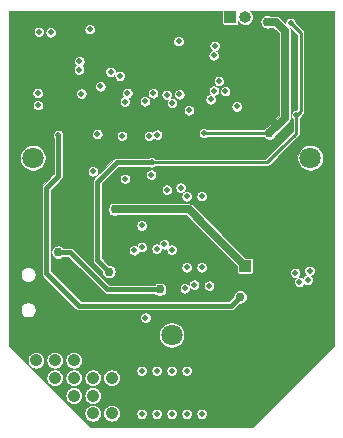
<source format=gbr>
%TF.GenerationSoftware,KiCad,Pcbnew,(5.1.8)-1*%
%TF.CreationDate,2021-09-07T20:43:03-04:00*%
%TF.ProjectId,mainboard_v1,6d61696e-626f-4617-9264-5f76312e6b69,rev?*%
%TF.SameCoordinates,Original*%
%TF.FileFunction,Copper,L3,Inr*%
%TF.FilePolarity,Positive*%
%FSLAX46Y46*%
G04 Gerber Fmt 4.6, Leading zero omitted, Abs format (unit mm)*
G04 Created by KiCad (PCBNEW (5.1.8)-1) date 2021-09-07 20:43:03*
%MOMM*%
%LPD*%
G01*
G04 APERTURE LIST*
%TA.AperFunction,ComponentPad*%
%ADD10C,1.050000*%
%TD*%
%TA.AperFunction,WasherPad*%
%ADD11C,1.800000*%
%TD*%
%TA.AperFunction,ComponentPad*%
%ADD12O,1.000000X1.000000*%
%TD*%
%TA.AperFunction,ComponentPad*%
%ADD13R,1.000000X1.000000*%
%TD*%
%TA.AperFunction,ViaPad*%
%ADD14C,0.508000*%
%TD*%
%TA.AperFunction,ViaPad*%
%ADD15C,0.762000*%
%TD*%
%TA.AperFunction,Conductor*%
%ADD16C,0.635000*%
%TD*%
%TA.AperFunction,Conductor*%
%ADD17C,0.254000*%
%TD*%
%TA.AperFunction,Conductor*%
%ADD18C,0.381000*%
%TD*%
%TA.AperFunction,Conductor*%
%ADD19C,0.076200*%
%TD*%
%TA.AperFunction,Conductor*%
%ADD20C,0.100000*%
%TD*%
G04 APERTURE END LIST*
D10*
%TO.N,Net-(C11-Pad2)*%
%TO.C,J20*%
X181720000Y-125130000D03*
%TD*%
%TO.N,/GP2*%
%TO.C,J19*%
X180120000Y-125130000D03*
%TD*%
%TO.N,/GP0*%
%TO.C,J18*%
X180120000Y-126630000D03*
%TD*%
%TO.N,/~RESET*%
%TO.C,J17*%
X178520000Y-125130000D03*
%TD*%
%TO.N,N/C*%
%TO.C,J16*%
X183320000Y-128130000D03*
%TD*%
%TO.N,/SWO*%
%TO.C,J15*%
X183320000Y-126630000D03*
%TD*%
%TO.N,GND*%
%TO.C,J14*%
X184920000Y-128130000D03*
%TD*%
%TO.N,N/C*%
%TO.C,J13*%
X181720000Y-128130000D03*
%TD*%
%TO.N,N/C*%
%TO.C,J12*%
X183320000Y-129630000D03*
%TD*%
%TO.N,+3V3*%
%TO.C,J11*%
X184920000Y-126630000D03*
%TD*%
%TO.N,N/C*%
%TO.C,J10*%
X184920000Y-129630000D03*
%TD*%
%TO.N,/A5*%
%TO.C,J9*%
X181720000Y-126630000D03*
%TD*%
D11*
%TO.N,*%
%TO.C,H1*%
X190000000Y-123000000D03*
%TD*%
D12*
%TO.N,/SWDIO*%
%TO.C,J4*%
X196230000Y-96070000D03*
D13*
%TO.N,/SWDCLK*%
X194960000Y-96070000D03*
%TD*%
D11*
%TO.N,*%
%TO.C,H3*%
X201750000Y-108000000D03*
%TD*%
%TO.N,*%
%TO.C,H2*%
X178250000Y-108000000D03*
%TD*%
D13*
%TO.N,VPP*%
%TO.C,J1*%
X196230000Y-117130000D03*
D12*
%TO.N,GND*%
X196230000Y-118400000D03*
%TD*%
D14*
%TO.N,/M2_IN2*%
X201680000Y-117560000D03*
%TO.N,/M2_IN1*%
X201510000Y-118340000D03*
%TO.N,GND*%
X180160000Y-95870000D03*
X177970000Y-95890000D03*
X179240000Y-100960000D03*
X195380000Y-124600000D03*
X195400000Y-123630000D03*
X184890000Y-124620000D03*
X184870000Y-123610000D03*
X202670000Y-103740000D03*
X201960000Y-98300000D03*
X201980000Y-96710000D03*
X176860000Y-95880000D03*
X199820000Y-110040000D03*
X185980000Y-96670000D03*
X190020000Y-96680000D03*
X200350000Y-98770000D03*
X202660000Y-100380000D03*
X192540000Y-126030000D03*
X190430000Y-99350000D03*
X189060000Y-100540000D03*
X186770000Y-99600000D03*
X187730000Y-101940000D03*
X183910000Y-104230000D03*
X177850000Y-123490000D03*
X177370000Y-119290000D03*
X177850000Y-115580000D03*
X177170000Y-106070000D03*
X202940000Y-109790000D03*
X202980000Y-105930000D03*
X193668000Y-97726000D03*
X195260000Y-125940000D03*
X194680000Y-129680000D03*
X203030000Y-123620000D03*
X199830000Y-126650000D03*
X182620000Y-119400000D03*
X180890000Y-109960000D03*
X177030000Y-109720000D03*
X195320000Y-110070000D03*
X182090000Y-109870000D03*
X182090000Y-108190000D03*
X182070000Y-109030000D03*
X197540000Y-123970000D03*
X195390000Y-122060000D03*
X186470000Y-125500000D03*
X186370000Y-128200000D03*
X184090000Y-97340000D03*
X188400000Y-110560000D03*
X178530000Y-104540000D03*
X181620000Y-96020000D03*
X187980000Y-96650000D03*
X194090000Y-111090000D03*
X195080000Y-113950000D03*
X196090000Y-115080000D03*
X192890000Y-115490000D03*
X184950000Y-116330000D03*
X203060000Y-116000000D03*
X197620000Y-105000000D03*
X189080000Y-121280000D03*
X190370000Y-121590000D03*
X192950000Y-124450000D03*
X194380000Y-127840000D03*
D15*
%TO.N,VPP*%
X185170000Y-112370000D03*
D14*
%TO.N,/LED2*%
X183720000Y-105990000D03*
X183340000Y-109150000D03*
%TO.N,/SDA*%
X190030000Y-103360000D03*
X195510000Y-103650000D03*
X189600000Y-110690000D03*
X187790000Y-121530000D03*
X188730000Y-129675000D03*
%TO.N,/SCL*%
X189590000Y-102660000D03*
X194000000Y-101500000D03*
X188270000Y-109420000D03*
X187460000Y-113725000D03*
X187460000Y-129675000D03*
%TO.N,Net-(R8-Pad2)*%
X194540000Y-102360000D03*
%TO.N,Net-(R9-Pad2)*%
X190660000Y-102620000D03*
D15*
%TO.N,VBUS*%
X198100000Y-96480000D03*
X198290000Y-105910000D03*
D14*
X192740000Y-105910000D03*
D15*
%TO.N,+3V3*%
X184690000Y-117630000D03*
D14*
X188320000Y-108380000D03*
X200570000Y-104380000D03*
X200070000Y-96590000D03*
X187460000Y-126025000D03*
D15*
%TO.N,Net-(C11-Pad2)*%
X180400000Y-115980000D03*
X188980000Y-119130000D03*
D14*
%TO.N,/MISO*%
X193580000Y-102310000D03*
X192540000Y-111250000D03*
X191900000Y-118740000D03*
X192540000Y-129675000D03*
%TO.N,/MOSI*%
X193300000Y-103040000D03*
X191270000Y-111260000D03*
X191120000Y-119040000D03*
X191270000Y-129675000D03*
%TO.N,/SCK*%
X191470000Y-103970000D03*
X190760000Y-110520000D03*
X189370000Y-115320000D03*
X190000000Y-129675000D03*
%TO.N,/A1*%
X186040000Y-103230000D03*
X188730000Y-126025000D03*
%TO.N,/A0*%
X185790000Y-106130000D03*
X186057400Y-109770000D03*
D15*
%TO.N,VCC*%
X195810000Y-119760000D03*
D14*
X180400000Y-106070000D03*
X182360000Y-102570000D03*
%TO.N,/M1_O1*%
X178660000Y-102510000D03*
X178760000Y-97330000D03*
%TO.N,/M1_O2*%
X178680000Y-103540000D03*
%TO.N,/M2_O1*%
X200820000Y-118500000D03*
%TO.N,/M2_O2*%
X200470000Y-117740000D03*
%TO.N,/~RESET*%
X179760000Y-97370000D03*
%TO.N,/SWO*%
X190590000Y-98120000D03*
%TO.N,/D11*%
X193180000Y-118820000D03*
X191270000Y-126025000D03*
%TO.N,/D13*%
X188770000Y-106030000D03*
%TO.N,/D5*%
X188430000Y-102540000D03*
%TO.N,/D12*%
X190000000Y-115780000D03*
X188100000Y-106160000D03*
%TO.N,/D6*%
X187740000Y-103220000D03*
X188730000Y-115690000D03*
X190000000Y-126025000D03*
%TO.N,/A5*%
X185600000Y-101060000D03*
%TO.N,/A3*%
X187460000Y-115560000D03*
X183970000Y-101940000D03*
%TO.N,/GP2*%
X184830000Y-100720000D03*
%TO.N,/GP0*%
X183070000Y-97110000D03*
%TO.N,/MOTOR1_A*%
X182200000Y-99830000D03*
%TO.N,/MOTOR1_B*%
X182160000Y-100520000D03*
%TO.N,/M2_IN2*%
X193650000Y-98520000D03*
%TO.N,/M2_IN1*%
X193570000Y-99320000D03*
%TO.N,/D11*%
X186820000Y-115830000D03*
X192540000Y-117275000D03*
%TO.N,/D9*%
X191270000Y-117275000D03*
X186250000Y-102510000D03*
%TD*%
D16*
%TO.N,VPP*%
X193120000Y-114020000D02*
X196230000Y-117130000D01*
X185170000Y-112370000D02*
X191470000Y-112370000D01*
X191470000Y-112370000D02*
X193120000Y-114020000D01*
%TO.N,VBUS*%
X198830000Y-96480000D02*
X198100000Y-96480000D01*
X198830000Y-96480000D02*
X199570000Y-97220000D01*
X199570000Y-104630000D02*
X198290000Y-105910000D01*
X199570000Y-97220000D02*
X199570000Y-104630000D01*
D17*
X198290000Y-105910000D02*
X192740000Y-105910000D01*
D18*
%TO.N,+3V3*%
X185120000Y-108620000D02*
X183710000Y-110030000D01*
X183710000Y-114040000D02*
X183710000Y-116650000D01*
X183710000Y-116650000D02*
X184690000Y-117630000D01*
X183710000Y-112300000D02*
X183710000Y-114040000D01*
X185360000Y-108380000D02*
X185120000Y-108620000D01*
X188320000Y-108380000D02*
X185360000Y-108380000D01*
X183710000Y-110030000D02*
X183710000Y-112300000D01*
D17*
X200570000Y-104380000D02*
X200570000Y-105880000D01*
X200570000Y-105880000D02*
X200410000Y-106040000D01*
X199380000Y-107070000D02*
X200410000Y-106040000D01*
X188320000Y-108380000D02*
X198070000Y-108380000D01*
X198070000Y-108380000D02*
X199380000Y-107070000D01*
X200070000Y-96590000D02*
X200920000Y-97440000D01*
X200920000Y-97440000D02*
X200920000Y-104020000D01*
X200920000Y-104020000D02*
X200580000Y-104360000D01*
D18*
%TO.N,Net-(C11-Pad2)*%
X180400000Y-115980000D02*
X181390000Y-115980000D01*
X184530000Y-119120000D02*
X185400000Y-119120000D01*
X181390000Y-115980000D02*
X184530000Y-119120000D01*
X185400000Y-119120000D02*
X189010000Y-119120000D01*
%TO.N,VCC*%
X179378601Y-110541399D02*
X180250000Y-109670000D01*
X179378601Y-117131399D02*
X179378601Y-117768601D01*
X179378601Y-117131399D02*
X179378601Y-110541399D01*
X179378601Y-117768601D02*
X182140000Y-120530000D01*
X182140000Y-120530000D02*
X191380000Y-120530000D01*
X195040000Y-120530000D02*
X195810000Y-119760000D01*
X191380000Y-120530000D02*
X195040000Y-120530000D01*
X180400000Y-109520000D02*
X180250000Y-109670000D01*
X180400000Y-106070000D02*
X180400000Y-109520000D01*
%TD*%
D19*
%TO.N,GND*%
X194268579Y-95570000D02*
X194268579Y-96570000D01*
X194272257Y-96607344D01*
X194283150Y-96643254D01*
X194300839Y-96676348D01*
X194324645Y-96705355D01*
X194353652Y-96729161D01*
X194386746Y-96746850D01*
X194422656Y-96757743D01*
X194460000Y-96761421D01*
X195460000Y-96761421D01*
X195497344Y-96757743D01*
X195533254Y-96746850D01*
X195566348Y-96729161D01*
X195595355Y-96705355D01*
X195619161Y-96676348D01*
X195636850Y-96643254D01*
X195647743Y-96607344D01*
X195651421Y-96570000D01*
X195651421Y-96446962D01*
X195693654Y-96510168D01*
X195789832Y-96606346D01*
X195902926Y-96681913D01*
X196028589Y-96733964D01*
X196161992Y-96760500D01*
X196298008Y-96760500D01*
X196431411Y-96733964D01*
X196557074Y-96681913D01*
X196670168Y-96606346D01*
X196766346Y-96510168D01*
X196841913Y-96397074D01*
X196893964Y-96271411D01*
X196920500Y-96138008D01*
X196920500Y-96001992D01*
X196893964Y-95868589D01*
X196841913Y-95742926D01*
X196766346Y-95629832D01*
X196674614Y-95538100D01*
X203784500Y-95538100D01*
X203784501Y-123910736D01*
X196910738Y-130784500D01*
X183089263Y-130784500D01*
X181864292Y-129559529D01*
X182604500Y-129559529D01*
X182604500Y-129700471D01*
X182631996Y-129838704D01*
X182685932Y-129968916D01*
X182764235Y-130086105D01*
X182863895Y-130185765D01*
X182981084Y-130264068D01*
X183111296Y-130318004D01*
X183249529Y-130345500D01*
X183390471Y-130345500D01*
X183528704Y-130318004D01*
X183658916Y-130264068D01*
X183776105Y-130185765D01*
X183875765Y-130086105D01*
X183954068Y-129968916D01*
X184008004Y-129838704D01*
X184035500Y-129700471D01*
X184035500Y-129559529D01*
X184204500Y-129559529D01*
X184204500Y-129700471D01*
X184231996Y-129838704D01*
X184285932Y-129968916D01*
X184364235Y-130086105D01*
X184463895Y-130185765D01*
X184581084Y-130264068D01*
X184711296Y-130318004D01*
X184849529Y-130345500D01*
X184990471Y-130345500D01*
X185128704Y-130318004D01*
X185258916Y-130264068D01*
X185376105Y-130185765D01*
X185475765Y-130086105D01*
X185554068Y-129968916D01*
X185608004Y-129838704D01*
X185635500Y-129700471D01*
X185635500Y-129631221D01*
X187015500Y-129631221D01*
X187015500Y-129718779D01*
X187032582Y-129804656D01*
X187066089Y-129885550D01*
X187114734Y-129958352D01*
X187176648Y-130020266D01*
X187249450Y-130068911D01*
X187330344Y-130102418D01*
X187416221Y-130119500D01*
X187503779Y-130119500D01*
X187589656Y-130102418D01*
X187670550Y-130068911D01*
X187743352Y-130020266D01*
X187805266Y-129958352D01*
X187853911Y-129885550D01*
X187887418Y-129804656D01*
X187904500Y-129718779D01*
X187904500Y-129631221D01*
X188285500Y-129631221D01*
X188285500Y-129718779D01*
X188302582Y-129804656D01*
X188336089Y-129885550D01*
X188384734Y-129958352D01*
X188446648Y-130020266D01*
X188519450Y-130068911D01*
X188600344Y-130102418D01*
X188686221Y-130119500D01*
X188773779Y-130119500D01*
X188859656Y-130102418D01*
X188940550Y-130068911D01*
X189013352Y-130020266D01*
X189075266Y-129958352D01*
X189123911Y-129885550D01*
X189157418Y-129804656D01*
X189174500Y-129718779D01*
X189174500Y-129631221D01*
X189555500Y-129631221D01*
X189555500Y-129718779D01*
X189572582Y-129804656D01*
X189606089Y-129885550D01*
X189654734Y-129958352D01*
X189716648Y-130020266D01*
X189789450Y-130068911D01*
X189870344Y-130102418D01*
X189956221Y-130119500D01*
X190043779Y-130119500D01*
X190129656Y-130102418D01*
X190210550Y-130068911D01*
X190283352Y-130020266D01*
X190345266Y-129958352D01*
X190393911Y-129885550D01*
X190427418Y-129804656D01*
X190444500Y-129718779D01*
X190444500Y-129631221D01*
X190825500Y-129631221D01*
X190825500Y-129718779D01*
X190842582Y-129804656D01*
X190876089Y-129885550D01*
X190924734Y-129958352D01*
X190986648Y-130020266D01*
X191059450Y-130068911D01*
X191140344Y-130102418D01*
X191226221Y-130119500D01*
X191313779Y-130119500D01*
X191399656Y-130102418D01*
X191480550Y-130068911D01*
X191553352Y-130020266D01*
X191615266Y-129958352D01*
X191663911Y-129885550D01*
X191697418Y-129804656D01*
X191714500Y-129718779D01*
X191714500Y-129631221D01*
X192095500Y-129631221D01*
X192095500Y-129718779D01*
X192112582Y-129804656D01*
X192146089Y-129885550D01*
X192194734Y-129958352D01*
X192256648Y-130020266D01*
X192329450Y-130068911D01*
X192410344Y-130102418D01*
X192496221Y-130119500D01*
X192583779Y-130119500D01*
X192669656Y-130102418D01*
X192750550Y-130068911D01*
X192823352Y-130020266D01*
X192885266Y-129958352D01*
X192933911Y-129885550D01*
X192967418Y-129804656D01*
X192984500Y-129718779D01*
X192984500Y-129631221D01*
X192967418Y-129545344D01*
X192933911Y-129464450D01*
X192885266Y-129391648D01*
X192823352Y-129329734D01*
X192750550Y-129281089D01*
X192669656Y-129247582D01*
X192583779Y-129230500D01*
X192496221Y-129230500D01*
X192410344Y-129247582D01*
X192329450Y-129281089D01*
X192256648Y-129329734D01*
X192194734Y-129391648D01*
X192146089Y-129464450D01*
X192112582Y-129545344D01*
X192095500Y-129631221D01*
X191714500Y-129631221D01*
X191697418Y-129545344D01*
X191663911Y-129464450D01*
X191615266Y-129391648D01*
X191553352Y-129329734D01*
X191480550Y-129281089D01*
X191399656Y-129247582D01*
X191313779Y-129230500D01*
X191226221Y-129230500D01*
X191140344Y-129247582D01*
X191059450Y-129281089D01*
X190986648Y-129329734D01*
X190924734Y-129391648D01*
X190876089Y-129464450D01*
X190842582Y-129545344D01*
X190825500Y-129631221D01*
X190444500Y-129631221D01*
X190427418Y-129545344D01*
X190393911Y-129464450D01*
X190345266Y-129391648D01*
X190283352Y-129329734D01*
X190210550Y-129281089D01*
X190129656Y-129247582D01*
X190043779Y-129230500D01*
X189956221Y-129230500D01*
X189870344Y-129247582D01*
X189789450Y-129281089D01*
X189716648Y-129329734D01*
X189654734Y-129391648D01*
X189606089Y-129464450D01*
X189572582Y-129545344D01*
X189555500Y-129631221D01*
X189174500Y-129631221D01*
X189157418Y-129545344D01*
X189123911Y-129464450D01*
X189075266Y-129391648D01*
X189013352Y-129329734D01*
X188940550Y-129281089D01*
X188859656Y-129247582D01*
X188773779Y-129230500D01*
X188686221Y-129230500D01*
X188600344Y-129247582D01*
X188519450Y-129281089D01*
X188446648Y-129329734D01*
X188384734Y-129391648D01*
X188336089Y-129464450D01*
X188302582Y-129545344D01*
X188285500Y-129631221D01*
X187904500Y-129631221D01*
X187887418Y-129545344D01*
X187853911Y-129464450D01*
X187805266Y-129391648D01*
X187743352Y-129329734D01*
X187670550Y-129281089D01*
X187589656Y-129247582D01*
X187503779Y-129230500D01*
X187416221Y-129230500D01*
X187330344Y-129247582D01*
X187249450Y-129281089D01*
X187176648Y-129329734D01*
X187114734Y-129391648D01*
X187066089Y-129464450D01*
X187032582Y-129545344D01*
X187015500Y-129631221D01*
X185635500Y-129631221D01*
X185635500Y-129559529D01*
X185608004Y-129421296D01*
X185554068Y-129291084D01*
X185475765Y-129173895D01*
X185376105Y-129074235D01*
X185258916Y-128995932D01*
X185128704Y-128941996D01*
X184990471Y-128914500D01*
X184849529Y-128914500D01*
X184711296Y-128941996D01*
X184581084Y-128995932D01*
X184463895Y-129074235D01*
X184364235Y-129173895D01*
X184285932Y-129291084D01*
X184231996Y-129421296D01*
X184204500Y-129559529D01*
X184035500Y-129559529D01*
X184008004Y-129421296D01*
X183954068Y-129291084D01*
X183875765Y-129173895D01*
X183776105Y-129074235D01*
X183658916Y-128995932D01*
X183528704Y-128941996D01*
X183390471Y-128914500D01*
X183249529Y-128914500D01*
X183111296Y-128941996D01*
X182981084Y-128995932D01*
X182863895Y-129074235D01*
X182764235Y-129173895D01*
X182685932Y-129291084D01*
X182631996Y-129421296D01*
X182604500Y-129559529D01*
X181864292Y-129559529D01*
X180364292Y-128059529D01*
X181004500Y-128059529D01*
X181004500Y-128200471D01*
X181031996Y-128338704D01*
X181085932Y-128468916D01*
X181164235Y-128586105D01*
X181263895Y-128685765D01*
X181381084Y-128764068D01*
X181511296Y-128818004D01*
X181649529Y-128845500D01*
X181790471Y-128845500D01*
X181928704Y-128818004D01*
X182058916Y-128764068D01*
X182176105Y-128685765D01*
X182275765Y-128586105D01*
X182354068Y-128468916D01*
X182408004Y-128338704D01*
X182435500Y-128200471D01*
X182435500Y-128059529D01*
X182604500Y-128059529D01*
X182604500Y-128200471D01*
X182631996Y-128338704D01*
X182685932Y-128468916D01*
X182764235Y-128586105D01*
X182863895Y-128685765D01*
X182981084Y-128764068D01*
X183111296Y-128818004D01*
X183249529Y-128845500D01*
X183390471Y-128845500D01*
X183528704Y-128818004D01*
X183658916Y-128764068D01*
X183776105Y-128685765D01*
X183875765Y-128586105D01*
X183954068Y-128468916D01*
X184008004Y-128338704D01*
X184035500Y-128200471D01*
X184035500Y-128059529D01*
X184008004Y-127921296D01*
X183954068Y-127791084D01*
X183875765Y-127673895D01*
X183776105Y-127574235D01*
X183658916Y-127495932D01*
X183528704Y-127441996D01*
X183390471Y-127414500D01*
X183249529Y-127414500D01*
X183111296Y-127441996D01*
X182981084Y-127495932D01*
X182863895Y-127574235D01*
X182764235Y-127673895D01*
X182685932Y-127791084D01*
X182631996Y-127921296D01*
X182604500Y-128059529D01*
X182435500Y-128059529D01*
X182408004Y-127921296D01*
X182354068Y-127791084D01*
X182275765Y-127673895D01*
X182176105Y-127574235D01*
X182058916Y-127495932D01*
X181928704Y-127441996D01*
X181790471Y-127414500D01*
X181649529Y-127414500D01*
X181511296Y-127441996D01*
X181381084Y-127495932D01*
X181263895Y-127574235D01*
X181164235Y-127673895D01*
X181085932Y-127791084D01*
X181031996Y-127921296D01*
X181004500Y-128059529D01*
X180364292Y-128059529D01*
X178864292Y-126559529D01*
X179404500Y-126559529D01*
X179404500Y-126700471D01*
X179431996Y-126838704D01*
X179485932Y-126968916D01*
X179564235Y-127086105D01*
X179663895Y-127185765D01*
X179781084Y-127264068D01*
X179911296Y-127318004D01*
X180049529Y-127345500D01*
X180190471Y-127345500D01*
X180328704Y-127318004D01*
X180458916Y-127264068D01*
X180576105Y-127185765D01*
X180675765Y-127086105D01*
X180754068Y-126968916D01*
X180808004Y-126838704D01*
X180835500Y-126700471D01*
X180835500Y-126559529D01*
X181004500Y-126559529D01*
X181004500Y-126700471D01*
X181031996Y-126838704D01*
X181085932Y-126968916D01*
X181164235Y-127086105D01*
X181263895Y-127185765D01*
X181381084Y-127264068D01*
X181511296Y-127318004D01*
X181649529Y-127345500D01*
X181790471Y-127345500D01*
X181928704Y-127318004D01*
X182058916Y-127264068D01*
X182176105Y-127185765D01*
X182275765Y-127086105D01*
X182354068Y-126968916D01*
X182408004Y-126838704D01*
X182435500Y-126700471D01*
X182435500Y-126559529D01*
X182604500Y-126559529D01*
X182604500Y-126700471D01*
X182631996Y-126838704D01*
X182685932Y-126968916D01*
X182764235Y-127086105D01*
X182863895Y-127185765D01*
X182981084Y-127264068D01*
X183111296Y-127318004D01*
X183249529Y-127345500D01*
X183390471Y-127345500D01*
X183528704Y-127318004D01*
X183658916Y-127264068D01*
X183776105Y-127185765D01*
X183875765Y-127086105D01*
X183954068Y-126968916D01*
X184008004Y-126838704D01*
X184035500Y-126700471D01*
X184035500Y-126559529D01*
X184204500Y-126559529D01*
X184204500Y-126700471D01*
X184231996Y-126838704D01*
X184285932Y-126968916D01*
X184364235Y-127086105D01*
X184463895Y-127185765D01*
X184581084Y-127264068D01*
X184711296Y-127318004D01*
X184849529Y-127345500D01*
X184990471Y-127345500D01*
X185128704Y-127318004D01*
X185258916Y-127264068D01*
X185376105Y-127185765D01*
X185475765Y-127086105D01*
X185554068Y-126968916D01*
X185608004Y-126838704D01*
X185635500Y-126700471D01*
X185635500Y-126559529D01*
X185608004Y-126421296D01*
X185554068Y-126291084D01*
X185475765Y-126173895D01*
X185376105Y-126074235D01*
X185258916Y-125995932D01*
X185223401Y-125981221D01*
X187015500Y-125981221D01*
X187015500Y-126068779D01*
X187032582Y-126154656D01*
X187066089Y-126235550D01*
X187114734Y-126308352D01*
X187176648Y-126370266D01*
X187249450Y-126418911D01*
X187330344Y-126452418D01*
X187416221Y-126469500D01*
X187503779Y-126469500D01*
X187589656Y-126452418D01*
X187670550Y-126418911D01*
X187743352Y-126370266D01*
X187805266Y-126308352D01*
X187853911Y-126235550D01*
X187887418Y-126154656D01*
X187904500Y-126068779D01*
X187904500Y-125981221D01*
X188285500Y-125981221D01*
X188285500Y-126068779D01*
X188302582Y-126154656D01*
X188336089Y-126235550D01*
X188384734Y-126308352D01*
X188446648Y-126370266D01*
X188519450Y-126418911D01*
X188600344Y-126452418D01*
X188686221Y-126469500D01*
X188773779Y-126469500D01*
X188859656Y-126452418D01*
X188940550Y-126418911D01*
X189013352Y-126370266D01*
X189075266Y-126308352D01*
X189123911Y-126235550D01*
X189157418Y-126154656D01*
X189174500Y-126068779D01*
X189174500Y-125981221D01*
X189555500Y-125981221D01*
X189555500Y-126068779D01*
X189572582Y-126154656D01*
X189606089Y-126235550D01*
X189654734Y-126308352D01*
X189716648Y-126370266D01*
X189789450Y-126418911D01*
X189870344Y-126452418D01*
X189956221Y-126469500D01*
X190043779Y-126469500D01*
X190129656Y-126452418D01*
X190210550Y-126418911D01*
X190283352Y-126370266D01*
X190345266Y-126308352D01*
X190393911Y-126235550D01*
X190427418Y-126154656D01*
X190444500Y-126068779D01*
X190444500Y-125981221D01*
X190825500Y-125981221D01*
X190825500Y-126068779D01*
X190842582Y-126154656D01*
X190876089Y-126235550D01*
X190924734Y-126308352D01*
X190986648Y-126370266D01*
X191059450Y-126418911D01*
X191140344Y-126452418D01*
X191226221Y-126469500D01*
X191313779Y-126469500D01*
X191399656Y-126452418D01*
X191480550Y-126418911D01*
X191553352Y-126370266D01*
X191615266Y-126308352D01*
X191663911Y-126235550D01*
X191697418Y-126154656D01*
X191714500Y-126068779D01*
X191714500Y-125981221D01*
X191697418Y-125895344D01*
X191663911Y-125814450D01*
X191615266Y-125741648D01*
X191553352Y-125679734D01*
X191480550Y-125631089D01*
X191399656Y-125597582D01*
X191313779Y-125580500D01*
X191226221Y-125580500D01*
X191140344Y-125597582D01*
X191059450Y-125631089D01*
X190986648Y-125679734D01*
X190924734Y-125741648D01*
X190876089Y-125814450D01*
X190842582Y-125895344D01*
X190825500Y-125981221D01*
X190444500Y-125981221D01*
X190427418Y-125895344D01*
X190393911Y-125814450D01*
X190345266Y-125741648D01*
X190283352Y-125679734D01*
X190210550Y-125631089D01*
X190129656Y-125597582D01*
X190043779Y-125580500D01*
X189956221Y-125580500D01*
X189870344Y-125597582D01*
X189789450Y-125631089D01*
X189716648Y-125679734D01*
X189654734Y-125741648D01*
X189606089Y-125814450D01*
X189572582Y-125895344D01*
X189555500Y-125981221D01*
X189174500Y-125981221D01*
X189157418Y-125895344D01*
X189123911Y-125814450D01*
X189075266Y-125741648D01*
X189013352Y-125679734D01*
X188940550Y-125631089D01*
X188859656Y-125597582D01*
X188773779Y-125580500D01*
X188686221Y-125580500D01*
X188600344Y-125597582D01*
X188519450Y-125631089D01*
X188446648Y-125679734D01*
X188384734Y-125741648D01*
X188336089Y-125814450D01*
X188302582Y-125895344D01*
X188285500Y-125981221D01*
X187904500Y-125981221D01*
X187887418Y-125895344D01*
X187853911Y-125814450D01*
X187805266Y-125741648D01*
X187743352Y-125679734D01*
X187670550Y-125631089D01*
X187589656Y-125597582D01*
X187503779Y-125580500D01*
X187416221Y-125580500D01*
X187330344Y-125597582D01*
X187249450Y-125631089D01*
X187176648Y-125679734D01*
X187114734Y-125741648D01*
X187066089Y-125814450D01*
X187032582Y-125895344D01*
X187015500Y-125981221D01*
X185223401Y-125981221D01*
X185128704Y-125941996D01*
X184990471Y-125914500D01*
X184849529Y-125914500D01*
X184711296Y-125941996D01*
X184581084Y-125995932D01*
X184463895Y-126074235D01*
X184364235Y-126173895D01*
X184285932Y-126291084D01*
X184231996Y-126421296D01*
X184204500Y-126559529D01*
X184035500Y-126559529D01*
X184008004Y-126421296D01*
X183954068Y-126291084D01*
X183875765Y-126173895D01*
X183776105Y-126074235D01*
X183658916Y-125995932D01*
X183528704Y-125941996D01*
X183390471Y-125914500D01*
X183249529Y-125914500D01*
X183111296Y-125941996D01*
X182981084Y-125995932D01*
X182863895Y-126074235D01*
X182764235Y-126173895D01*
X182685932Y-126291084D01*
X182631996Y-126421296D01*
X182604500Y-126559529D01*
X182435500Y-126559529D01*
X182408004Y-126421296D01*
X182354068Y-126291084D01*
X182275765Y-126173895D01*
X182176105Y-126074235D01*
X182058916Y-125995932D01*
X181928704Y-125941996D01*
X181790471Y-125914500D01*
X181649529Y-125914500D01*
X181511296Y-125941996D01*
X181381084Y-125995932D01*
X181263895Y-126074235D01*
X181164235Y-126173895D01*
X181085932Y-126291084D01*
X181031996Y-126421296D01*
X181004500Y-126559529D01*
X180835500Y-126559529D01*
X180808004Y-126421296D01*
X180754068Y-126291084D01*
X180675765Y-126173895D01*
X180576105Y-126074235D01*
X180458916Y-125995932D01*
X180328704Y-125941996D01*
X180190471Y-125914500D01*
X180049529Y-125914500D01*
X179911296Y-125941996D01*
X179781084Y-125995932D01*
X179663895Y-126074235D01*
X179564235Y-126173895D01*
X179485932Y-126291084D01*
X179431996Y-126421296D01*
X179404500Y-126559529D01*
X178864292Y-126559529D01*
X177364292Y-125059529D01*
X177804500Y-125059529D01*
X177804500Y-125200471D01*
X177831996Y-125338704D01*
X177885932Y-125468916D01*
X177964235Y-125586105D01*
X178063895Y-125685765D01*
X178181084Y-125764068D01*
X178311296Y-125818004D01*
X178449529Y-125845500D01*
X178590471Y-125845500D01*
X178728704Y-125818004D01*
X178858916Y-125764068D01*
X178976105Y-125685765D01*
X179075765Y-125586105D01*
X179154068Y-125468916D01*
X179208004Y-125338704D01*
X179235500Y-125200471D01*
X179235500Y-125059529D01*
X179404500Y-125059529D01*
X179404500Y-125200471D01*
X179431996Y-125338704D01*
X179485932Y-125468916D01*
X179564235Y-125586105D01*
X179663895Y-125685765D01*
X179781084Y-125764068D01*
X179911296Y-125818004D01*
X180049529Y-125845500D01*
X180190471Y-125845500D01*
X180328704Y-125818004D01*
X180458916Y-125764068D01*
X180576105Y-125685765D01*
X180675765Y-125586105D01*
X180754068Y-125468916D01*
X180808004Y-125338704D01*
X180835500Y-125200471D01*
X180835500Y-125059529D01*
X181004500Y-125059529D01*
X181004500Y-125200471D01*
X181031996Y-125338704D01*
X181085932Y-125468916D01*
X181164235Y-125586105D01*
X181263895Y-125685765D01*
X181381084Y-125764068D01*
X181511296Y-125818004D01*
X181649529Y-125845500D01*
X181790471Y-125845500D01*
X181928704Y-125818004D01*
X182058916Y-125764068D01*
X182176105Y-125685765D01*
X182275765Y-125586105D01*
X182354068Y-125468916D01*
X182408004Y-125338704D01*
X182435500Y-125200471D01*
X182435500Y-125059529D01*
X182408004Y-124921296D01*
X182354068Y-124791084D01*
X182275765Y-124673895D01*
X182176105Y-124574235D01*
X182058916Y-124495932D01*
X181928704Y-124441996D01*
X181790471Y-124414500D01*
X181649529Y-124414500D01*
X181511296Y-124441996D01*
X181381084Y-124495932D01*
X181263895Y-124574235D01*
X181164235Y-124673895D01*
X181085932Y-124791084D01*
X181031996Y-124921296D01*
X181004500Y-125059529D01*
X180835500Y-125059529D01*
X180808004Y-124921296D01*
X180754068Y-124791084D01*
X180675765Y-124673895D01*
X180576105Y-124574235D01*
X180458916Y-124495932D01*
X180328704Y-124441996D01*
X180190471Y-124414500D01*
X180049529Y-124414500D01*
X179911296Y-124441996D01*
X179781084Y-124495932D01*
X179663895Y-124574235D01*
X179564235Y-124673895D01*
X179485932Y-124791084D01*
X179431996Y-124921296D01*
X179404500Y-125059529D01*
X179235500Y-125059529D01*
X179208004Y-124921296D01*
X179154068Y-124791084D01*
X179075765Y-124673895D01*
X178976105Y-124574235D01*
X178858916Y-124495932D01*
X178728704Y-124441996D01*
X178590471Y-124414500D01*
X178449529Y-124414500D01*
X178311296Y-124441996D01*
X178181084Y-124495932D01*
X178063895Y-124574235D01*
X177964235Y-124673895D01*
X177885932Y-124791084D01*
X177831996Y-124921296D01*
X177804500Y-125059529D01*
X177364292Y-125059529D01*
X176215500Y-123910738D01*
X176215500Y-122892595D01*
X188909500Y-122892595D01*
X188909500Y-123107405D01*
X188951408Y-123318087D01*
X189033612Y-123516545D01*
X189152954Y-123695153D01*
X189304847Y-123847046D01*
X189483455Y-123966388D01*
X189681913Y-124048592D01*
X189892595Y-124090500D01*
X190107405Y-124090500D01*
X190318087Y-124048592D01*
X190516545Y-123966388D01*
X190695153Y-123847046D01*
X190847046Y-123695153D01*
X190966388Y-123516545D01*
X191048592Y-123318087D01*
X191090500Y-123107405D01*
X191090500Y-122892595D01*
X191048592Y-122681913D01*
X190966388Y-122483455D01*
X190847046Y-122304847D01*
X190695153Y-122152954D01*
X190516545Y-122033612D01*
X190318087Y-121951408D01*
X190107405Y-121909500D01*
X189892595Y-121909500D01*
X189681913Y-121951408D01*
X189483455Y-122033612D01*
X189304847Y-122152954D01*
X189152954Y-122304847D01*
X189033612Y-122483455D01*
X188951408Y-122681913D01*
X188909500Y-122892595D01*
X176215500Y-122892595D01*
X176215500Y-120806916D01*
X177209500Y-120806916D01*
X177209500Y-120933084D01*
X177234114Y-121056827D01*
X177282396Y-121173390D01*
X177352491Y-121278295D01*
X177441705Y-121367509D01*
X177546610Y-121437604D01*
X177663173Y-121485886D01*
X177786916Y-121510500D01*
X177913084Y-121510500D01*
X178035142Y-121486221D01*
X187345500Y-121486221D01*
X187345500Y-121573779D01*
X187362582Y-121659656D01*
X187396089Y-121740550D01*
X187444734Y-121813352D01*
X187506648Y-121875266D01*
X187579450Y-121923911D01*
X187660344Y-121957418D01*
X187746221Y-121974500D01*
X187833779Y-121974500D01*
X187919656Y-121957418D01*
X188000550Y-121923911D01*
X188073352Y-121875266D01*
X188135266Y-121813352D01*
X188183911Y-121740550D01*
X188217418Y-121659656D01*
X188234500Y-121573779D01*
X188234500Y-121486221D01*
X188217418Y-121400344D01*
X188183911Y-121319450D01*
X188135266Y-121246648D01*
X188073352Y-121184734D01*
X188000550Y-121136089D01*
X187919656Y-121102582D01*
X187833779Y-121085500D01*
X187746221Y-121085500D01*
X187660344Y-121102582D01*
X187579450Y-121136089D01*
X187506648Y-121184734D01*
X187444734Y-121246648D01*
X187396089Y-121319450D01*
X187362582Y-121400344D01*
X187345500Y-121486221D01*
X178035142Y-121486221D01*
X178036827Y-121485886D01*
X178153390Y-121437604D01*
X178258295Y-121367509D01*
X178347509Y-121278295D01*
X178417604Y-121173390D01*
X178465886Y-121056827D01*
X178490500Y-120933084D01*
X178490500Y-120806916D01*
X178465886Y-120683173D01*
X178417604Y-120566610D01*
X178347509Y-120461705D01*
X178258295Y-120372491D01*
X178153390Y-120302396D01*
X178036827Y-120254114D01*
X177913084Y-120229500D01*
X177786916Y-120229500D01*
X177663173Y-120254114D01*
X177546610Y-120302396D01*
X177441705Y-120372491D01*
X177352491Y-120461705D01*
X177282396Y-120566610D01*
X177234114Y-120683173D01*
X177209500Y-120806916D01*
X176215500Y-120806916D01*
X176215500Y-117806916D01*
X177209500Y-117806916D01*
X177209500Y-117933084D01*
X177234114Y-118056827D01*
X177282396Y-118173390D01*
X177352491Y-118278295D01*
X177441705Y-118367509D01*
X177546610Y-118437604D01*
X177663173Y-118485886D01*
X177786916Y-118510500D01*
X177913084Y-118510500D01*
X178036827Y-118485886D01*
X178153390Y-118437604D01*
X178258295Y-118367509D01*
X178347509Y-118278295D01*
X178417604Y-118173390D01*
X178465886Y-118056827D01*
X178490500Y-117933084D01*
X178490500Y-117806916D01*
X178465886Y-117683173D01*
X178417604Y-117566610D01*
X178347509Y-117461705D01*
X178258295Y-117372491D01*
X178153390Y-117302396D01*
X178036827Y-117254114D01*
X177913084Y-117229500D01*
X177786916Y-117229500D01*
X177663173Y-117254114D01*
X177546610Y-117302396D01*
X177441705Y-117372491D01*
X177352491Y-117461705D01*
X177282396Y-117566610D01*
X177234114Y-117683173D01*
X177209500Y-117806916D01*
X176215500Y-117806916D01*
X176215500Y-110541399D01*
X178995758Y-110541399D01*
X178997602Y-110560119D01*
X178997601Y-117112686D01*
X178997601Y-117112687D01*
X178997602Y-117749881D01*
X178995758Y-117768601D01*
X179000599Y-117817743D01*
X179003057Y-117842696D01*
X179003115Y-117843289D01*
X179024900Y-117915108D01*
X179060279Y-117981297D01*
X179070959Y-117994310D01*
X179107891Y-118039312D01*
X179122428Y-118051242D01*
X181857359Y-120786174D01*
X181869289Y-120800711D01*
X181883824Y-120812639D01*
X181927303Y-120848322D01*
X181993492Y-120883701D01*
X182065311Y-120905487D01*
X182121287Y-120911000D01*
X182121290Y-120911000D01*
X182140000Y-120912843D01*
X182158710Y-120911000D01*
X195021290Y-120911000D01*
X195040000Y-120912843D01*
X195058710Y-120911000D01*
X195058713Y-120911000D01*
X195114689Y-120905487D01*
X195186508Y-120883701D01*
X195252696Y-120848322D01*
X195310711Y-120800711D01*
X195322646Y-120786168D01*
X195777315Y-120331500D01*
X195866288Y-120331500D01*
X195976700Y-120309537D01*
X196080707Y-120266457D01*
X196174310Y-120203913D01*
X196253913Y-120124310D01*
X196316457Y-120030707D01*
X196359537Y-119926700D01*
X196381500Y-119816288D01*
X196381500Y-119703712D01*
X196359537Y-119593300D01*
X196316457Y-119489293D01*
X196253913Y-119395690D01*
X196174310Y-119316087D01*
X196080707Y-119253543D01*
X195976700Y-119210463D01*
X195866288Y-119188500D01*
X195753712Y-119188500D01*
X195643300Y-119210463D01*
X195539293Y-119253543D01*
X195445690Y-119316087D01*
X195366087Y-119395690D01*
X195303543Y-119489293D01*
X195260463Y-119593300D01*
X195238500Y-119703712D01*
X195238500Y-119792685D01*
X194882186Y-120149000D01*
X182297815Y-120149000D01*
X179759601Y-117610787D01*
X179759601Y-115923712D01*
X179828500Y-115923712D01*
X179828500Y-116036288D01*
X179850463Y-116146700D01*
X179893543Y-116250707D01*
X179956087Y-116344310D01*
X180035690Y-116423913D01*
X180129293Y-116486457D01*
X180233300Y-116529537D01*
X180343712Y-116551500D01*
X180456288Y-116551500D01*
X180566700Y-116529537D01*
X180670707Y-116486457D01*
X180764310Y-116423913D01*
X180827223Y-116361000D01*
X181232186Y-116361000D01*
X184247363Y-119376179D01*
X184259289Y-119390711D01*
X184273821Y-119402637D01*
X184273824Y-119402640D01*
X184317303Y-119438322D01*
X184383492Y-119473701D01*
X184455311Y-119495487D01*
X184511287Y-119501000D01*
X184511290Y-119501000D01*
X184530000Y-119502843D01*
X184548710Y-119501000D01*
X188542777Y-119501000D01*
X188615690Y-119573913D01*
X188709293Y-119636457D01*
X188813300Y-119679537D01*
X188923712Y-119701500D01*
X189036288Y-119701500D01*
X189146700Y-119679537D01*
X189250707Y-119636457D01*
X189344310Y-119573913D01*
X189423913Y-119494310D01*
X189486457Y-119400707D01*
X189529537Y-119296700D01*
X189551500Y-119186288D01*
X189551500Y-119073712D01*
X189536086Y-118996221D01*
X190675500Y-118996221D01*
X190675500Y-119083779D01*
X190692582Y-119169656D01*
X190726089Y-119250550D01*
X190774734Y-119323352D01*
X190836648Y-119385266D01*
X190909450Y-119433911D01*
X190990344Y-119467418D01*
X191076221Y-119484500D01*
X191163779Y-119484500D01*
X191249656Y-119467418D01*
X191330550Y-119433911D01*
X191403352Y-119385266D01*
X191465266Y-119323352D01*
X191513911Y-119250550D01*
X191547418Y-119169656D01*
X191564500Y-119083779D01*
X191564500Y-119033118D01*
X191616648Y-119085266D01*
X191689450Y-119133911D01*
X191770344Y-119167418D01*
X191856221Y-119184500D01*
X191943779Y-119184500D01*
X192029656Y-119167418D01*
X192110550Y-119133911D01*
X192183352Y-119085266D01*
X192245266Y-119023352D01*
X192293911Y-118950550D01*
X192327418Y-118869656D01*
X192344500Y-118783779D01*
X192344500Y-118776221D01*
X192735500Y-118776221D01*
X192735500Y-118863779D01*
X192752582Y-118949656D01*
X192786089Y-119030550D01*
X192834734Y-119103352D01*
X192896648Y-119165266D01*
X192969450Y-119213911D01*
X193050344Y-119247418D01*
X193136221Y-119264500D01*
X193223779Y-119264500D01*
X193309656Y-119247418D01*
X193390550Y-119213911D01*
X193463352Y-119165266D01*
X193525266Y-119103352D01*
X193573911Y-119030550D01*
X193607418Y-118949656D01*
X193624500Y-118863779D01*
X193624500Y-118776221D01*
X193607418Y-118690344D01*
X193573911Y-118609450D01*
X193525266Y-118536648D01*
X193463352Y-118474734D01*
X193390550Y-118426089D01*
X193309656Y-118392582D01*
X193223779Y-118375500D01*
X193136221Y-118375500D01*
X193050344Y-118392582D01*
X192969450Y-118426089D01*
X192896648Y-118474734D01*
X192834734Y-118536648D01*
X192786089Y-118609450D01*
X192752582Y-118690344D01*
X192735500Y-118776221D01*
X192344500Y-118776221D01*
X192344500Y-118696221D01*
X192327418Y-118610344D01*
X192293911Y-118529450D01*
X192245266Y-118456648D01*
X192183352Y-118394734D01*
X192110550Y-118346089D01*
X192029656Y-118312582D01*
X191943779Y-118295500D01*
X191856221Y-118295500D01*
X191770344Y-118312582D01*
X191689450Y-118346089D01*
X191616648Y-118394734D01*
X191554734Y-118456648D01*
X191506089Y-118529450D01*
X191472582Y-118610344D01*
X191455500Y-118696221D01*
X191455500Y-118746882D01*
X191403352Y-118694734D01*
X191330550Y-118646089D01*
X191249656Y-118612582D01*
X191163779Y-118595500D01*
X191076221Y-118595500D01*
X190990344Y-118612582D01*
X190909450Y-118646089D01*
X190836648Y-118694734D01*
X190774734Y-118756648D01*
X190726089Y-118829450D01*
X190692582Y-118910344D01*
X190675500Y-118996221D01*
X189536086Y-118996221D01*
X189529537Y-118963300D01*
X189486457Y-118859293D01*
X189423913Y-118765690D01*
X189344310Y-118686087D01*
X189250707Y-118623543D01*
X189146700Y-118580463D01*
X189036288Y-118558500D01*
X188923712Y-118558500D01*
X188813300Y-118580463D01*
X188709293Y-118623543D01*
X188615690Y-118686087D01*
X188562777Y-118739000D01*
X184687816Y-118739000D01*
X181672646Y-115723832D01*
X181660711Y-115709289D01*
X181602696Y-115661678D01*
X181536508Y-115626299D01*
X181464689Y-115604513D01*
X181408713Y-115599000D01*
X181408710Y-115599000D01*
X181390000Y-115597157D01*
X181371290Y-115599000D01*
X180827223Y-115599000D01*
X180764310Y-115536087D01*
X180670707Y-115473543D01*
X180566700Y-115430463D01*
X180456288Y-115408500D01*
X180343712Y-115408500D01*
X180233300Y-115430463D01*
X180129293Y-115473543D01*
X180035690Y-115536087D01*
X179956087Y-115615690D01*
X179893543Y-115709293D01*
X179850463Y-115813300D01*
X179828500Y-115923712D01*
X179759601Y-115923712D01*
X179759601Y-110699213D01*
X180428814Y-110030000D01*
X183327157Y-110030000D01*
X183329000Y-110048710D01*
X183329001Y-112281278D01*
X183329000Y-112281288D01*
X183329001Y-114021278D01*
X183329000Y-114021288D01*
X183329001Y-116631280D01*
X183327157Y-116650000D01*
X183334514Y-116724688D01*
X183356299Y-116796507D01*
X183391678Y-116862696D01*
X183421010Y-116898437D01*
X183439290Y-116920711D01*
X183453827Y-116932641D01*
X184118500Y-117597315D01*
X184118500Y-117686288D01*
X184140463Y-117796700D01*
X184183543Y-117900707D01*
X184246087Y-117994310D01*
X184325690Y-118073913D01*
X184419293Y-118136457D01*
X184523300Y-118179537D01*
X184633712Y-118201500D01*
X184746288Y-118201500D01*
X184856700Y-118179537D01*
X184960707Y-118136457D01*
X185054310Y-118073913D01*
X185133913Y-117994310D01*
X185196457Y-117900707D01*
X185239537Y-117796700D01*
X185261500Y-117686288D01*
X185261500Y-117573712D01*
X185239537Y-117463300D01*
X185196457Y-117359293D01*
X185133913Y-117265690D01*
X185099444Y-117231221D01*
X190825500Y-117231221D01*
X190825500Y-117318779D01*
X190842582Y-117404656D01*
X190876089Y-117485550D01*
X190924734Y-117558352D01*
X190986648Y-117620266D01*
X191059450Y-117668911D01*
X191140344Y-117702418D01*
X191226221Y-117719500D01*
X191313779Y-117719500D01*
X191399656Y-117702418D01*
X191480550Y-117668911D01*
X191553352Y-117620266D01*
X191615266Y-117558352D01*
X191663911Y-117485550D01*
X191697418Y-117404656D01*
X191714500Y-117318779D01*
X191714500Y-117231221D01*
X192095500Y-117231221D01*
X192095500Y-117318779D01*
X192112582Y-117404656D01*
X192146089Y-117485550D01*
X192194734Y-117558352D01*
X192256648Y-117620266D01*
X192329450Y-117668911D01*
X192410344Y-117702418D01*
X192496221Y-117719500D01*
X192583779Y-117719500D01*
X192669656Y-117702418D01*
X192750550Y-117668911D01*
X192823352Y-117620266D01*
X192885266Y-117558352D01*
X192933911Y-117485550D01*
X192967418Y-117404656D01*
X192984500Y-117318779D01*
X192984500Y-117231221D01*
X192967418Y-117145344D01*
X192933911Y-117064450D01*
X192885266Y-116991648D01*
X192823352Y-116929734D01*
X192750550Y-116881089D01*
X192669656Y-116847582D01*
X192583779Y-116830500D01*
X192496221Y-116830500D01*
X192410344Y-116847582D01*
X192329450Y-116881089D01*
X192256648Y-116929734D01*
X192194734Y-116991648D01*
X192146089Y-117064450D01*
X192112582Y-117145344D01*
X192095500Y-117231221D01*
X191714500Y-117231221D01*
X191697418Y-117145344D01*
X191663911Y-117064450D01*
X191615266Y-116991648D01*
X191553352Y-116929734D01*
X191480550Y-116881089D01*
X191399656Y-116847582D01*
X191313779Y-116830500D01*
X191226221Y-116830500D01*
X191140344Y-116847582D01*
X191059450Y-116881089D01*
X190986648Y-116929734D01*
X190924734Y-116991648D01*
X190876089Y-117064450D01*
X190842582Y-117145344D01*
X190825500Y-117231221D01*
X185099444Y-117231221D01*
X185054310Y-117186087D01*
X184960707Y-117123543D01*
X184856700Y-117080463D01*
X184746288Y-117058500D01*
X184657315Y-117058500D01*
X184091000Y-116492186D01*
X184091000Y-115786221D01*
X186375500Y-115786221D01*
X186375500Y-115873779D01*
X186392582Y-115959656D01*
X186426089Y-116040550D01*
X186474734Y-116113352D01*
X186536648Y-116175266D01*
X186609450Y-116223911D01*
X186690344Y-116257418D01*
X186776221Y-116274500D01*
X186863779Y-116274500D01*
X186949656Y-116257418D01*
X187030550Y-116223911D01*
X187103352Y-116175266D01*
X187165266Y-116113352D01*
X187213911Y-116040550D01*
X187247418Y-115959656D01*
X187248665Y-115953387D01*
X187249450Y-115953911D01*
X187330344Y-115987418D01*
X187416221Y-116004500D01*
X187503779Y-116004500D01*
X187589656Y-115987418D01*
X187670550Y-115953911D01*
X187743352Y-115905266D01*
X187805266Y-115843352D01*
X187853911Y-115770550D01*
X187887418Y-115689656D01*
X187896057Y-115646221D01*
X188285500Y-115646221D01*
X188285500Y-115733779D01*
X188302582Y-115819656D01*
X188336089Y-115900550D01*
X188384734Y-115973352D01*
X188446648Y-116035266D01*
X188519450Y-116083911D01*
X188600344Y-116117418D01*
X188686221Y-116134500D01*
X188773779Y-116134500D01*
X188859656Y-116117418D01*
X188940550Y-116083911D01*
X189013352Y-116035266D01*
X189075266Y-115973352D01*
X189123911Y-115900550D01*
X189157418Y-115819656D01*
X189174500Y-115733779D01*
X189174500Y-115720145D01*
X189240344Y-115747418D01*
X189326221Y-115764500D01*
X189413779Y-115764500D01*
X189499656Y-115747418D01*
X189558087Y-115723215D01*
X189555500Y-115736221D01*
X189555500Y-115823779D01*
X189572582Y-115909656D01*
X189606089Y-115990550D01*
X189654734Y-116063352D01*
X189716648Y-116125266D01*
X189789450Y-116173911D01*
X189870344Y-116207418D01*
X189956221Y-116224500D01*
X190043779Y-116224500D01*
X190129656Y-116207418D01*
X190210550Y-116173911D01*
X190283352Y-116125266D01*
X190345266Y-116063352D01*
X190393911Y-115990550D01*
X190427418Y-115909656D01*
X190444500Y-115823779D01*
X190444500Y-115736221D01*
X190427418Y-115650344D01*
X190393911Y-115569450D01*
X190345266Y-115496648D01*
X190283352Y-115434734D01*
X190210550Y-115386089D01*
X190129656Y-115352582D01*
X190043779Y-115335500D01*
X189956221Y-115335500D01*
X189870344Y-115352582D01*
X189811913Y-115376785D01*
X189814500Y-115363779D01*
X189814500Y-115276221D01*
X189797418Y-115190344D01*
X189763911Y-115109450D01*
X189715266Y-115036648D01*
X189653352Y-114974734D01*
X189580550Y-114926089D01*
X189499656Y-114892582D01*
X189413779Y-114875500D01*
X189326221Y-114875500D01*
X189240344Y-114892582D01*
X189159450Y-114926089D01*
X189086648Y-114974734D01*
X189024734Y-115036648D01*
X188976089Y-115109450D01*
X188942582Y-115190344D01*
X188925500Y-115276221D01*
X188925500Y-115289855D01*
X188859656Y-115262582D01*
X188773779Y-115245500D01*
X188686221Y-115245500D01*
X188600344Y-115262582D01*
X188519450Y-115296089D01*
X188446648Y-115344734D01*
X188384734Y-115406648D01*
X188336089Y-115479450D01*
X188302582Y-115560344D01*
X188285500Y-115646221D01*
X187896057Y-115646221D01*
X187904500Y-115603779D01*
X187904500Y-115516221D01*
X187887418Y-115430344D01*
X187853911Y-115349450D01*
X187805266Y-115276648D01*
X187743352Y-115214734D01*
X187670550Y-115166089D01*
X187589656Y-115132582D01*
X187503779Y-115115500D01*
X187416221Y-115115500D01*
X187330344Y-115132582D01*
X187249450Y-115166089D01*
X187176648Y-115214734D01*
X187114734Y-115276648D01*
X187066089Y-115349450D01*
X187032582Y-115430344D01*
X187031335Y-115436613D01*
X187030550Y-115436089D01*
X186949656Y-115402582D01*
X186863779Y-115385500D01*
X186776221Y-115385500D01*
X186690344Y-115402582D01*
X186609450Y-115436089D01*
X186536648Y-115484734D01*
X186474734Y-115546648D01*
X186426089Y-115619450D01*
X186392582Y-115700344D01*
X186375500Y-115786221D01*
X184091000Y-115786221D01*
X184091000Y-113681221D01*
X187015500Y-113681221D01*
X187015500Y-113768779D01*
X187032582Y-113854656D01*
X187066089Y-113935550D01*
X187114734Y-114008352D01*
X187176648Y-114070266D01*
X187249450Y-114118911D01*
X187330344Y-114152418D01*
X187416221Y-114169500D01*
X187503779Y-114169500D01*
X187589656Y-114152418D01*
X187670550Y-114118911D01*
X187743352Y-114070266D01*
X187805266Y-114008352D01*
X187853911Y-113935550D01*
X187887418Y-113854656D01*
X187904500Y-113768779D01*
X187904500Y-113681221D01*
X187887418Y-113595344D01*
X187853911Y-113514450D01*
X187805266Y-113441648D01*
X187743352Y-113379734D01*
X187670550Y-113331089D01*
X187589656Y-113297582D01*
X187503779Y-113280500D01*
X187416221Y-113280500D01*
X187330344Y-113297582D01*
X187249450Y-113331089D01*
X187176648Y-113379734D01*
X187114734Y-113441648D01*
X187066089Y-113514450D01*
X187032582Y-113595344D01*
X187015500Y-113681221D01*
X184091000Y-113681221D01*
X184091000Y-112313712D01*
X184598500Y-112313712D01*
X184598500Y-112426288D01*
X184620463Y-112536700D01*
X184663543Y-112640707D01*
X184726087Y-112734310D01*
X184805690Y-112813913D01*
X184899293Y-112876457D01*
X185003300Y-112919537D01*
X185113712Y-112941500D01*
X185226288Y-112941500D01*
X185336700Y-112919537D01*
X185436982Y-112878000D01*
X191259580Y-112878000D01*
X192778429Y-114396850D01*
X192778435Y-114396855D01*
X195538579Y-117157000D01*
X195538579Y-117630000D01*
X195542257Y-117667344D01*
X195553150Y-117703254D01*
X195570839Y-117736348D01*
X195594645Y-117765355D01*
X195623652Y-117789161D01*
X195656746Y-117806850D01*
X195692656Y-117817743D01*
X195730000Y-117821421D01*
X196730000Y-117821421D01*
X196767344Y-117817743D01*
X196803254Y-117806850D01*
X196836348Y-117789161D01*
X196865355Y-117765355D01*
X196889161Y-117736348D01*
X196906850Y-117703254D01*
X196908983Y-117696221D01*
X200025500Y-117696221D01*
X200025500Y-117783779D01*
X200042582Y-117869656D01*
X200076089Y-117950550D01*
X200124734Y-118023352D01*
X200186648Y-118085266D01*
X200259450Y-118133911D01*
X200340344Y-118167418D01*
X200426221Y-118184500D01*
X200506882Y-118184500D01*
X200474734Y-118216648D01*
X200426089Y-118289450D01*
X200392582Y-118370344D01*
X200375500Y-118456221D01*
X200375500Y-118543779D01*
X200392582Y-118629656D01*
X200426089Y-118710550D01*
X200474734Y-118783352D01*
X200536648Y-118845266D01*
X200609450Y-118893911D01*
X200690344Y-118927418D01*
X200776221Y-118944500D01*
X200863779Y-118944500D01*
X200949656Y-118927418D01*
X201030550Y-118893911D01*
X201103352Y-118845266D01*
X201165266Y-118783352D01*
X201213911Y-118710550D01*
X201225047Y-118683665D01*
X201226648Y-118685266D01*
X201299450Y-118733911D01*
X201380344Y-118767418D01*
X201466221Y-118784500D01*
X201553779Y-118784500D01*
X201639656Y-118767418D01*
X201720550Y-118733911D01*
X201793352Y-118685266D01*
X201855266Y-118623352D01*
X201903911Y-118550550D01*
X201937418Y-118469656D01*
X201954500Y-118383779D01*
X201954500Y-118296221D01*
X201937418Y-118210344D01*
X201903911Y-118129450D01*
X201855266Y-118056648D01*
X201793352Y-117994734D01*
X201788655Y-117991595D01*
X201809656Y-117987418D01*
X201890550Y-117953911D01*
X201963352Y-117905266D01*
X202025266Y-117843352D01*
X202073911Y-117770550D01*
X202107418Y-117689656D01*
X202124500Y-117603779D01*
X202124500Y-117516221D01*
X202107418Y-117430344D01*
X202073911Y-117349450D01*
X202025266Y-117276648D01*
X201963352Y-117214734D01*
X201890550Y-117166089D01*
X201809656Y-117132582D01*
X201723779Y-117115500D01*
X201636221Y-117115500D01*
X201550344Y-117132582D01*
X201469450Y-117166089D01*
X201396648Y-117214734D01*
X201334734Y-117276648D01*
X201286089Y-117349450D01*
X201252582Y-117430344D01*
X201235500Y-117516221D01*
X201235500Y-117603779D01*
X201252582Y-117689656D01*
X201286089Y-117770550D01*
X201334734Y-117843352D01*
X201396648Y-117905266D01*
X201401345Y-117908405D01*
X201380344Y-117912582D01*
X201299450Y-117946089D01*
X201226648Y-117994734D01*
X201164734Y-118056648D01*
X201116089Y-118129450D01*
X201104953Y-118156335D01*
X201103352Y-118154734D01*
X201030550Y-118106089D01*
X200949656Y-118072582D01*
X200863779Y-118055500D01*
X200783118Y-118055500D01*
X200815266Y-118023352D01*
X200863911Y-117950550D01*
X200897418Y-117869656D01*
X200914500Y-117783779D01*
X200914500Y-117696221D01*
X200897418Y-117610344D01*
X200863911Y-117529450D01*
X200815266Y-117456648D01*
X200753352Y-117394734D01*
X200680550Y-117346089D01*
X200599656Y-117312582D01*
X200513779Y-117295500D01*
X200426221Y-117295500D01*
X200340344Y-117312582D01*
X200259450Y-117346089D01*
X200186648Y-117394734D01*
X200124734Y-117456648D01*
X200076089Y-117529450D01*
X200042582Y-117610344D01*
X200025500Y-117696221D01*
X196908983Y-117696221D01*
X196917743Y-117667344D01*
X196921421Y-117630000D01*
X196921421Y-116630000D01*
X196917743Y-116592656D01*
X196906850Y-116556746D01*
X196889161Y-116523652D01*
X196865355Y-116494645D01*
X196836348Y-116470839D01*
X196803254Y-116453150D01*
X196767344Y-116442257D01*
X196730000Y-116438579D01*
X196257000Y-116438579D01*
X193496855Y-113678435D01*
X193496850Y-113678429D01*
X191846855Y-112028435D01*
X191830948Y-112009052D01*
X191753595Y-111945571D01*
X191665343Y-111898399D01*
X191569585Y-111869351D01*
X191494947Y-111862000D01*
X191494944Y-111862000D01*
X191470000Y-111859543D01*
X191445056Y-111862000D01*
X185436982Y-111862000D01*
X185336700Y-111820463D01*
X185226288Y-111798500D01*
X185113712Y-111798500D01*
X185003300Y-111820463D01*
X184899293Y-111863543D01*
X184805690Y-111926087D01*
X184726087Y-112005690D01*
X184663543Y-112099293D01*
X184620463Y-112203300D01*
X184598500Y-112313712D01*
X184091000Y-112313712D01*
X184091000Y-111216221D01*
X190825500Y-111216221D01*
X190825500Y-111303779D01*
X190842582Y-111389656D01*
X190876089Y-111470550D01*
X190924734Y-111543352D01*
X190986648Y-111605266D01*
X191059450Y-111653911D01*
X191140344Y-111687418D01*
X191226221Y-111704500D01*
X191313779Y-111704500D01*
X191399656Y-111687418D01*
X191480550Y-111653911D01*
X191553352Y-111605266D01*
X191615266Y-111543352D01*
X191663911Y-111470550D01*
X191697418Y-111389656D01*
X191714500Y-111303779D01*
X191714500Y-111216221D01*
X191712511Y-111206221D01*
X192095500Y-111206221D01*
X192095500Y-111293779D01*
X192112582Y-111379656D01*
X192146089Y-111460550D01*
X192194734Y-111533352D01*
X192256648Y-111595266D01*
X192329450Y-111643911D01*
X192410344Y-111677418D01*
X192496221Y-111694500D01*
X192583779Y-111694500D01*
X192669656Y-111677418D01*
X192750550Y-111643911D01*
X192823352Y-111595266D01*
X192885266Y-111533352D01*
X192933911Y-111460550D01*
X192967418Y-111379656D01*
X192984500Y-111293779D01*
X192984500Y-111206221D01*
X192967418Y-111120344D01*
X192933911Y-111039450D01*
X192885266Y-110966648D01*
X192823352Y-110904734D01*
X192750550Y-110856089D01*
X192669656Y-110822582D01*
X192583779Y-110805500D01*
X192496221Y-110805500D01*
X192410344Y-110822582D01*
X192329450Y-110856089D01*
X192256648Y-110904734D01*
X192194734Y-110966648D01*
X192146089Y-111039450D01*
X192112582Y-111120344D01*
X192095500Y-111206221D01*
X191712511Y-111206221D01*
X191697418Y-111130344D01*
X191663911Y-111049450D01*
X191615266Y-110976648D01*
X191553352Y-110914734D01*
X191480550Y-110866089D01*
X191399656Y-110832582D01*
X191313779Y-110815500D01*
X191226221Y-110815500D01*
X191140344Y-110832582D01*
X191059450Y-110866089D01*
X190986648Y-110914734D01*
X190924734Y-110976648D01*
X190876089Y-111049450D01*
X190842582Y-111130344D01*
X190825500Y-111216221D01*
X184091000Y-111216221D01*
X184091000Y-110646221D01*
X189155500Y-110646221D01*
X189155500Y-110733779D01*
X189172582Y-110819656D01*
X189206089Y-110900550D01*
X189254734Y-110973352D01*
X189316648Y-111035266D01*
X189389450Y-111083911D01*
X189470344Y-111117418D01*
X189556221Y-111134500D01*
X189643779Y-111134500D01*
X189729656Y-111117418D01*
X189810550Y-111083911D01*
X189883352Y-111035266D01*
X189945266Y-110973352D01*
X189993911Y-110900550D01*
X190027418Y-110819656D01*
X190044500Y-110733779D01*
X190044500Y-110646221D01*
X190027418Y-110560344D01*
X189993911Y-110479450D01*
X189991754Y-110476221D01*
X190315500Y-110476221D01*
X190315500Y-110563779D01*
X190332582Y-110649656D01*
X190366089Y-110730550D01*
X190414734Y-110803352D01*
X190476648Y-110865266D01*
X190549450Y-110913911D01*
X190630344Y-110947418D01*
X190716221Y-110964500D01*
X190803779Y-110964500D01*
X190889656Y-110947418D01*
X190970550Y-110913911D01*
X191043352Y-110865266D01*
X191105266Y-110803352D01*
X191153911Y-110730550D01*
X191187418Y-110649656D01*
X191204500Y-110563779D01*
X191204500Y-110476221D01*
X191187418Y-110390344D01*
X191153911Y-110309450D01*
X191105266Y-110236648D01*
X191043352Y-110174734D01*
X190970550Y-110126089D01*
X190889656Y-110092582D01*
X190803779Y-110075500D01*
X190716221Y-110075500D01*
X190630344Y-110092582D01*
X190549450Y-110126089D01*
X190476648Y-110174734D01*
X190414734Y-110236648D01*
X190366089Y-110309450D01*
X190332582Y-110390344D01*
X190315500Y-110476221D01*
X189991754Y-110476221D01*
X189945266Y-110406648D01*
X189883352Y-110344734D01*
X189810550Y-110296089D01*
X189729656Y-110262582D01*
X189643779Y-110245500D01*
X189556221Y-110245500D01*
X189470344Y-110262582D01*
X189389450Y-110296089D01*
X189316648Y-110344734D01*
X189254734Y-110406648D01*
X189206089Y-110479450D01*
X189172582Y-110560344D01*
X189155500Y-110646221D01*
X184091000Y-110646221D01*
X184091000Y-110187814D01*
X184552593Y-109726221D01*
X185612900Y-109726221D01*
X185612900Y-109813779D01*
X185629982Y-109899656D01*
X185663489Y-109980550D01*
X185712134Y-110053352D01*
X185774048Y-110115266D01*
X185846850Y-110163911D01*
X185927744Y-110197418D01*
X186013621Y-110214500D01*
X186101179Y-110214500D01*
X186187056Y-110197418D01*
X186267950Y-110163911D01*
X186340752Y-110115266D01*
X186402666Y-110053352D01*
X186451311Y-109980550D01*
X186484818Y-109899656D01*
X186501900Y-109813779D01*
X186501900Y-109726221D01*
X186484818Y-109640344D01*
X186451311Y-109559450D01*
X186402666Y-109486648D01*
X186340752Y-109424734D01*
X186268148Y-109376221D01*
X187825500Y-109376221D01*
X187825500Y-109463779D01*
X187842582Y-109549656D01*
X187876089Y-109630550D01*
X187924734Y-109703352D01*
X187986648Y-109765266D01*
X188059450Y-109813911D01*
X188140344Y-109847418D01*
X188226221Y-109864500D01*
X188313779Y-109864500D01*
X188399656Y-109847418D01*
X188480550Y-109813911D01*
X188553352Y-109765266D01*
X188615266Y-109703352D01*
X188663911Y-109630550D01*
X188697418Y-109549656D01*
X188714500Y-109463779D01*
X188714500Y-109376221D01*
X188697418Y-109290344D01*
X188663911Y-109209450D01*
X188615266Y-109136648D01*
X188553352Y-109074734D01*
X188480550Y-109026089D01*
X188399656Y-108992582D01*
X188313779Y-108975500D01*
X188226221Y-108975500D01*
X188140344Y-108992582D01*
X188059450Y-109026089D01*
X187986648Y-109074734D01*
X187924734Y-109136648D01*
X187876089Y-109209450D01*
X187842582Y-109290344D01*
X187825500Y-109376221D01*
X186268148Y-109376221D01*
X186267950Y-109376089D01*
X186187056Y-109342582D01*
X186101179Y-109325500D01*
X186013621Y-109325500D01*
X185927744Y-109342582D01*
X185846850Y-109376089D01*
X185774048Y-109424734D01*
X185712134Y-109486648D01*
X185663489Y-109559450D01*
X185629982Y-109640344D01*
X185612900Y-109726221D01*
X184552593Y-109726221D01*
X185402639Y-108876176D01*
X185402644Y-108876170D01*
X185517814Y-108761000D01*
X188090127Y-108761000D01*
X188109450Y-108773911D01*
X188190344Y-108807418D01*
X188276221Y-108824500D01*
X188363779Y-108824500D01*
X188449656Y-108807418D01*
X188530550Y-108773911D01*
X188603352Y-108725266D01*
X188631118Y-108697500D01*
X198054404Y-108697500D01*
X198070000Y-108699036D01*
X198085596Y-108697500D01*
X198132241Y-108692906D01*
X198192090Y-108674751D01*
X198247247Y-108645269D01*
X198295593Y-108605593D01*
X198305542Y-108593470D01*
X199006417Y-107892595D01*
X200659500Y-107892595D01*
X200659500Y-108107405D01*
X200701408Y-108318087D01*
X200783612Y-108516545D01*
X200902954Y-108695153D01*
X201054847Y-108847046D01*
X201233455Y-108966388D01*
X201431913Y-109048592D01*
X201642595Y-109090500D01*
X201857405Y-109090500D01*
X202068087Y-109048592D01*
X202266545Y-108966388D01*
X202445153Y-108847046D01*
X202597046Y-108695153D01*
X202716388Y-108516545D01*
X202798592Y-108318087D01*
X202840500Y-108107405D01*
X202840500Y-107892595D01*
X202798592Y-107681913D01*
X202716388Y-107483455D01*
X202597046Y-107304847D01*
X202445153Y-107152954D01*
X202266545Y-107033612D01*
X202068087Y-106951408D01*
X201857405Y-106909500D01*
X201642595Y-106909500D01*
X201431913Y-106951408D01*
X201233455Y-107033612D01*
X201054847Y-107152954D01*
X200902954Y-107304847D01*
X200783612Y-107483455D01*
X200701408Y-107681913D01*
X200659500Y-107892595D01*
X199006417Y-107892595D01*
X199615534Y-107283479D01*
X199615538Y-107283474D01*
X200645534Y-106253479D01*
X200645539Y-106253473D01*
X200783470Y-106115542D01*
X200795593Y-106105593D01*
X200835269Y-106057247D01*
X200864751Y-106002090D01*
X200882906Y-105942241D01*
X200887500Y-105895596D01*
X200887500Y-105895594D01*
X200889036Y-105880001D01*
X200887500Y-105864408D01*
X200887500Y-104691118D01*
X200915266Y-104663352D01*
X200963911Y-104590550D01*
X200997418Y-104509656D01*
X201014500Y-104423779D01*
X201014500Y-104374513D01*
X201133475Y-104255537D01*
X201145593Y-104245593D01*
X201185269Y-104197247D01*
X201214751Y-104142090D01*
X201232906Y-104082241D01*
X201237500Y-104035596D01*
X201239036Y-104020000D01*
X201237500Y-104004404D01*
X201237500Y-97455603D01*
X201239037Y-97440000D01*
X201232906Y-97377759D01*
X201214751Y-97317910D01*
X201185269Y-97262753D01*
X201145593Y-97214407D01*
X201133477Y-97204464D01*
X200514500Y-96585488D01*
X200514500Y-96546221D01*
X200497418Y-96460344D01*
X200463911Y-96379450D01*
X200415266Y-96306648D01*
X200353352Y-96244734D01*
X200280550Y-96196089D01*
X200199656Y-96162582D01*
X200113779Y-96145500D01*
X200026221Y-96145500D01*
X199940344Y-96162582D01*
X199859450Y-96196089D01*
X199786648Y-96244734D01*
X199724734Y-96306648D01*
X199676089Y-96379450D01*
X199642582Y-96460344D01*
X199625500Y-96546221D01*
X199625500Y-96557079D01*
X199206855Y-96138435D01*
X199190948Y-96119052D01*
X199113595Y-96055571D01*
X199025343Y-96008399D01*
X198929585Y-95979351D01*
X198854947Y-95972000D01*
X198854944Y-95972000D01*
X198830000Y-95969543D01*
X198805056Y-95972000D01*
X198366982Y-95972000D01*
X198266700Y-95930463D01*
X198156288Y-95908500D01*
X198043712Y-95908500D01*
X197933300Y-95930463D01*
X197829293Y-95973543D01*
X197735690Y-96036087D01*
X197656087Y-96115690D01*
X197593543Y-96209293D01*
X197550463Y-96313300D01*
X197528500Y-96423712D01*
X197528500Y-96536288D01*
X197550463Y-96646700D01*
X197593543Y-96750707D01*
X197656087Y-96844310D01*
X197735690Y-96923913D01*
X197829293Y-96986457D01*
X197933300Y-97029537D01*
X198043712Y-97051500D01*
X198156288Y-97051500D01*
X198266700Y-97029537D01*
X198366982Y-96988000D01*
X198619580Y-96988000D01*
X199062000Y-97430421D01*
X199062001Y-104419578D01*
X198119573Y-105362007D01*
X198019293Y-105403543D01*
X197925690Y-105466087D01*
X197846087Y-105545690D01*
X197814809Y-105592500D01*
X193051118Y-105592500D01*
X193023352Y-105564734D01*
X192950550Y-105516089D01*
X192869656Y-105482582D01*
X192783779Y-105465500D01*
X192696221Y-105465500D01*
X192610344Y-105482582D01*
X192529450Y-105516089D01*
X192456648Y-105564734D01*
X192394734Y-105626648D01*
X192346089Y-105699450D01*
X192312582Y-105780344D01*
X192295500Y-105866221D01*
X192295500Y-105953779D01*
X192312582Y-106039656D01*
X192346089Y-106120550D01*
X192394734Y-106193352D01*
X192456648Y-106255266D01*
X192529450Y-106303911D01*
X192610344Y-106337418D01*
X192696221Y-106354500D01*
X192783779Y-106354500D01*
X192869656Y-106337418D01*
X192950550Y-106303911D01*
X193023352Y-106255266D01*
X193051118Y-106227500D01*
X197814809Y-106227500D01*
X197846087Y-106274310D01*
X197925690Y-106353913D01*
X198019293Y-106416457D01*
X198123300Y-106459537D01*
X198233712Y-106481500D01*
X198346288Y-106481500D01*
X198456700Y-106459537D01*
X198560707Y-106416457D01*
X198654310Y-106353913D01*
X198733913Y-106274310D01*
X198796457Y-106180707D01*
X198837993Y-106080427D01*
X199911571Y-105006850D01*
X199930948Y-104990948D01*
X199949624Y-104968190D01*
X199994429Y-104913596D01*
X200041600Y-104825345D01*
X200041601Y-104825343D01*
X200070649Y-104729585D01*
X200078000Y-104654947D01*
X200078000Y-104654945D01*
X200080457Y-104630001D01*
X200078000Y-104605057D01*
X200078000Y-97244943D01*
X200080457Y-97219999D01*
X200078000Y-97195053D01*
X200070649Y-97120415D01*
X200044587Y-97034500D01*
X200065488Y-97034500D01*
X200602500Y-97571513D01*
X200602501Y-103888486D01*
X200555487Y-103935500D01*
X200526221Y-103935500D01*
X200440344Y-103952582D01*
X200359450Y-103986089D01*
X200286648Y-104034734D01*
X200224734Y-104096648D01*
X200176089Y-104169450D01*
X200142582Y-104250344D01*
X200125500Y-104336221D01*
X200125500Y-104423779D01*
X200142582Y-104509656D01*
X200176089Y-104590550D01*
X200224734Y-104663352D01*
X200252500Y-104691118D01*
X200252501Y-105748487D01*
X200196527Y-105804461D01*
X200196521Y-105804466D01*
X199166526Y-106834462D01*
X199166521Y-106834466D01*
X197938488Y-108062500D01*
X188631118Y-108062500D01*
X188603352Y-108034734D01*
X188530550Y-107986089D01*
X188449656Y-107952582D01*
X188363779Y-107935500D01*
X188276221Y-107935500D01*
X188190344Y-107952582D01*
X188109450Y-107986089D01*
X188090127Y-107999000D01*
X185378702Y-107999000D01*
X185359999Y-107997158D01*
X185341296Y-107999000D01*
X185341287Y-107999000D01*
X185285311Y-108004513D01*
X185213492Y-108026299D01*
X185170359Y-108049355D01*
X185147303Y-108061678D01*
X185140704Y-108067094D01*
X185089289Y-108109289D01*
X185077354Y-108123832D01*
X184863830Y-108337356D01*
X184863824Y-108337361D01*
X183453832Y-109747354D01*
X183439289Y-109759289D01*
X183407666Y-109797823D01*
X183391678Y-109817304D01*
X183380444Y-109838322D01*
X183356299Y-109883493D01*
X183334513Y-109955312D01*
X183331262Y-109988322D01*
X183327157Y-110030000D01*
X180428814Y-110030000D01*
X180532639Y-109926176D01*
X180532644Y-109926170D01*
X180656168Y-109802646D01*
X180670711Y-109790711D01*
X180718322Y-109732696D01*
X180753701Y-109666508D01*
X180775487Y-109594689D01*
X180781000Y-109538713D01*
X180781000Y-109538711D01*
X180782843Y-109520001D01*
X180781000Y-109501291D01*
X180781000Y-109106221D01*
X182895500Y-109106221D01*
X182895500Y-109193779D01*
X182912582Y-109279656D01*
X182946089Y-109360550D01*
X182994734Y-109433352D01*
X183056648Y-109495266D01*
X183129450Y-109543911D01*
X183210344Y-109577418D01*
X183296221Y-109594500D01*
X183383779Y-109594500D01*
X183469656Y-109577418D01*
X183550550Y-109543911D01*
X183623352Y-109495266D01*
X183685266Y-109433352D01*
X183733911Y-109360550D01*
X183767418Y-109279656D01*
X183784500Y-109193779D01*
X183784500Y-109106221D01*
X183767418Y-109020344D01*
X183733911Y-108939450D01*
X183685266Y-108866648D01*
X183623352Y-108804734D01*
X183550550Y-108756089D01*
X183469656Y-108722582D01*
X183383779Y-108705500D01*
X183296221Y-108705500D01*
X183210344Y-108722582D01*
X183129450Y-108756089D01*
X183056648Y-108804734D01*
X182994734Y-108866648D01*
X182946089Y-108939450D01*
X182912582Y-109020344D01*
X182895500Y-109106221D01*
X180781000Y-109106221D01*
X180781000Y-106299873D01*
X180793911Y-106280550D01*
X180827418Y-106199656D01*
X180844500Y-106113779D01*
X180844500Y-106026221D01*
X180828588Y-105946221D01*
X183275500Y-105946221D01*
X183275500Y-106033779D01*
X183292582Y-106119656D01*
X183326089Y-106200550D01*
X183374734Y-106273352D01*
X183436648Y-106335266D01*
X183509450Y-106383911D01*
X183590344Y-106417418D01*
X183676221Y-106434500D01*
X183763779Y-106434500D01*
X183849656Y-106417418D01*
X183930550Y-106383911D01*
X184003352Y-106335266D01*
X184065266Y-106273352D01*
X184113911Y-106200550D01*
X184147418Y-106119656D01*
X184154068Y-106086221D01*
X185345500Y-106086221D01*
X185345500Y-106173779D01*
X185362582Y-106259656D01*
X185396089Y-106340550D01*
X185444734Y-106413352D01*
X185506648Y-106475266D01*
X185579450Y-106523911D01*
X185660344Y-106557418D01*
X185746221Y-106574500D01*
X185833779Y-106574500D01*
X185919656Y-106557418D01*
X186000550Y-106523911D01*
X186073352Y-106475266D01*
X186135266Y-106413352D01*
X186183911Y-106340550D01*
X186217418Y-106259656D01*
X186234500Y-106173779D01*
X186234500Y-106116221D01*
X187655500Y-106116221D01*
X187655500Y-106203779D01*
X187672582Y-106289656D01*
X187706089Y-106370550D01*
X187754734Y-106443352D01*
X187816648Y-106505266D01*
X187889450Y-106553911D01*
X187970344Y-106587418D01*
X188056221Y-106604500D01*
X188143779Y-106604500D01*
X188229656Y-106587418D01*
X188310550Y-106553911D01*
X188383352Y-106505266D01*
X188445266Y-106443352D01*
X188489491Y-106377165D01*
X188559450Y-106423911D01*
X188640344Y-106457418D01*
X188726221Y-106474500D01*
X188813779Y-106474500D01*
X188899656Y-106457418D01*
X188980550Y-106423911D01*
X189053352Y-106375266D01*
X189115266Y-106313352D01*
X189163911Y-106240550D01*
X189197418Y-106159656D01*
X189214500Y-106073779D01*
X189214500Y-105986221D01*
X189197418Y-105900344D01*
X189163911Y-105819450D01*
X189115266Y-105746648D01*
X189053352Y-105684734D01*
X188980550Y-105636089D01*
X188899656Y-105602582D01*
X188813779Y-105585500D01*
X188726221Y-105585500D01*
X188640344Y-105602582D01*
X188559450Y-105636089D01*
X188486648Y-105684734D01*
X188424734Y-105746648D01*
X188380509Y-105812835D01*
X188310550Y-105766089D01*
X188229656Y-105732582D01*
X188143779Y-105715500D01*
X188056221Y-105715500D01*
X187970344Y-105732582D01*
X187889450Y-105766089D01*
X187816648Y-105814734D01*
X187754734Y-105876648D01*
X187706089Y-105949450D01*
X187672582Y-106030344D01*
X187655500Y-106116221D01*
X186234500Y-106116221D01*
X186234500Y-106086221D01*
X186217418Y-106000344D01*
X186183911Y-105919450D01*
X186135266Y-105846648D01*
X186073352Y-105784734D01*
X186000550Y-105736089D01*
X185919656Y-105702582D01*
X185833779Y-105685500D01*
X185746221Y-105685500D01*
X185660344Y-105702582D01*
X185579450Y-105736089D01*
X185506648Y-105784734D01*
X185444734Y-105846648D01*
X185396089Y-105919450D01*
X185362582Y-106000344D01*
X185345500Y-106086221D01*
X184154068Y-106086221D01*
X184164500Y-106033779D01*
X184164500Y-105946221D01*
X184147418Y-105860344D01*
X184113911Y-105779450D01*
X184065266Y-105706648D01*
X184003352Y-105644734D01*
X183930550Y-105596089D01*
X183849656Y-105562582D01*
X183763779Y-105545500D01*
X183676221Y-105545500D01*
X183590344Y-105562582D01*
X183509450Y-105596089D01*
X183436648Y-105644734D01*
X183374734Y-105706648D01*
X183326089Y-105779450D01*
X183292582Y-105860344D01*
X183275500Y-105946221D01*
X180828588Y-105946221D01*
X180827418Y-105940344D01*
X180793911Y-105859450D01*
X180745266Y-105786648D01*
X180683352Y-105724734D01*
X180610550Y-105676089D01*
X180529656Y-105642582D01*
X180443779Y-105625500D01*
X180356221Y-105625500D01*
X180270344Y-105642582D01*
X180189450Y-105676089D01*
X180116648Y-105724734D01*
X180054734Y-105786648D01*
X180006089Y-105859450D01*
X179972582Y-105940344D01*
X179955500Y-106026221D01*
X179955500Y-106113779D01*
X179972582Y-106199656D01*
X180006089Y-106280550D01*
X180019000Y-106299873D01*
X180019001Y-109362185D01*
X179993830Y-109387356D01*
X179993824Y-109387361D01*
X179122428Y-110258758D01*
X179107891Y-110270688D01*
X179095962Y-110285224D01*
X179060279Y-110328703D01*
X179024900Y-110394892D01*
X179003115Y-110466711D01*
X178995758Y-110541399D01*
X176215500Y-110541399D01*
X176215500Y-107892595D01*
X177159500Y-107892595D01*
X177159500Y-108107405D01*
X177201408Y-108318087D01*
X177283612Y-108516545D01*
X177402954Y-108695153D01*
X177554847Y-108847046D01*
X177733455Y-108966388D01*
X177931913Y-109048592D01*
X178142595Y-109090500D01*
X178357405Y-109090500D01*
X178568087Y-109048592D01*
X178766545Y-108966388D01*
X178945153Y-108847046D01*
X179097046Y-108695153D01*
X179216388Y-108516545D01*
X179298592Y-108318087D01*
X179340500Y-108107405D01*
X179340500Y-107892595D01*
X179298592Y-107681913D01*
X179216388Y-107483455D01*
X179097046Y-107304847D01*
X178945153Y-107152954D01*
X178766545Y-107033612D01*
X178568087Y-106951408D01*
X178357405Y-106909500D01*
X178142595Y-106909500D01*
X177931913Y-106951408D01*
X177733455Y-107033612D01*
X177554847Y-107152954D01*
X177402954Y-107304847D01*
X177283612Y-107483455D01*
X177201408Y-107681913D01*
X177159500Y-107892595D01*
X176215500Y-107892595D01*
X176215500Y-103496221D01*
X178235500Y-103496221D01*
X178235500Y-103583779D01*
X178252582Y-103669656D01*
X178286089Y-103750550D01*
X178334734Y-103823352D01*
X178396648Y-103885266D01*
X178469450Y-103933911D01*
X178550344Y-103967418D01*
X178636221Y-103984500D01*
X178723779Y-103984500D01*
X178809656Y-103967418D01*
X178890550Y-103933911D01*
X178902058Y-103926221D01*
X191025500Y-103926221D01*
X191025500Y-104013779D01*
X191042582Y-104099656D01*
X191076089Y-104180550D01*
X191124734Y-104253352D01*
X191186648Y-104315266D01*
X191259450Y-104363911D01*
X191340344Y-104397418D01*
X191426221Y-104414500D01*
X191513779Y-104414500D01*
X191599656Y-104397418D01*
X191680550Y-104363911D01*
X191753352Y-104315266D01*
X191815266Y-104253352D01*
X191863911Y-104180550D01*
X191897418Y-104099656D01*
X191914500Y-104013779D01*
X191914500Y-103926221D01*
X191897418Y-103840344D01*
X191863911Y-103759450D01*
X191815266Y-103686648D01*
X191753352Y-103624734D01*
X191725646Y-103606221D01*
X195065500Y-103606221D01*
X195065500Y-103693779D01*
X195082582Y-103779656D01*
X195116089Y-103860550D01*
X195164734Y-103933352D01*
X195226648Y-103995266D01*
X195299450Y-104043911D01*
X195380344Y-104077418D01*
X195466221Y-104094500D01*
X195553779Y-104094500D01*
X195639656Y-104077418D01*
X195720550Y-104043911D01*
X195793352Y-103995266D01*
X195855266Y-103933352D01*
X195903911Y-103860550D01*
X195937418Y-103779656D01*
X195954500Y-103693779D01*
X195954500Y-103606221D01*
X195937418Y-103520344D01*
X195903911Y-103439450D01*
X195855266Y-103366648D01*
X195793352Y-103304734D01*
X195720550Y-103256089D01*
X195639656Y-103222582D01*
X195553779Y-103205500D01*
X195466221Y-103205500D01*
X195380344Y-103222582D01*
X195299450Y-103256089D01*
X195226648Y-103304734D01*
X195164734Y-103366648D01*
X195116089Y-103439450D01*
X195082582Y-103520344D01*
X195065500Y-103606221D01*
X191725646Y-103606221D01*
X191680550Y-103576089D01*
X191599656Y-103542582D01*
X191513779Y-103525500D01*
X191426221Y-103525500D01*
X191340344Y-103542582D01*
X191259450Y-103576089D01*
X191186648Y-103624734D01*
X191124734Y-103686648D01*
X191076089Y-103759450D01*
X191042582Y-103840344D01*
X191025500Y-103926221D01*
X178902058Y-103926221D01*
X178963352Y-103885266D01*
X179025266Y-103823352D01*
X179073911Y-103750550D01*
X179107418Y-103669656D01*
X179124500Y-103583779D01*
X179124500Y-103496221D01*
X179107418Y-103410344D01*
X179073911Y-103329450D01*
X179025266Y-103256648D01*
X178963352Y-103194734D01*
X178950612Y-103186221D01*
X185595500Y-103186221D01*
X185595500Y-103273779D01*
X185612582Y-103359656D01*
X185646089Y-103440550D01*
X185694734Y-103513352D01*
X185756648Y-103575266D01*
X185829450Y-103623911D01*
X185910344Y-103657418D01*
X185996221Y-103674500D01*
X186083779Y-103674500D01*
X186169656Y-103657418D01*
X186250550Y-103623911D01*
X186323352Y-103575266D01*
X186385266Y-103513352D01*
X186433911Y-103440550D01*
X186467418Y-103359656D01*
X186484500Y-103273779D01*
X186484500Y-103186221D01*
X186482511Y-103176221D01*
X187295500Y-103176221D01*
X187295500Y-103263779D01*
X187312582Y-103349656D01*
X187346089Y-103430550D01*
X187394734Y-103503352D01*
X187456648Y-103565266D01*
X187529450Y-103613911D01*
X187610344Y-103647418D01*
X187696221Y-103664500D01*
X187783779Y-103664500D01*
X187869656Y-103647418D01*
X187950550Y-103613911D01*
X188023352Y-103565266D01*
X188085266Y-103503352D01*
X188133911Y-103430550D01*
X188167418Y-103349656D01*
X188184500Y-103263779D01*
X188184500Y-103176221D01*
X188167418Y-103090344D01*
X188133911Y-103009450D01*
X188085266Y-102936648D01*
X188023352Y-102874734D01*
X187950550Y-102826089D01*
X187869656Y-102792582D01*
X187783779Y-102775500D01*
X187696221Y-102775500D01*
X187610344Y-102792582D01*
X187529450Y-102826089D01*
X187456648Y-102874734D01*
X187394734Y-102936648D01*
X187346089Y-103009450D01*
X187312582Y-103090344D01*
X187295500Y-103176221D01*
X186482511Y-103176221D01*
X186467418Y-103100344D01*
X186433911Y-103019450D01*
X186385266Y-102946648D01*
X186376637Y-102938019D01*
X186379656Y-102937418D01*
X186460550Y-102903911D01*
X186533352Y-102855266D01*
X186595266Y-102793352D01*
X186643911Y-102720550D01*
X186677418Y-102639656D01*
X186694500Y-102553779D01*
X186694500Y-102496221D01*
X187985500Y-102496221D01*
X187985500Y-102583779D01*
X188002582Y-102669656D01*
X188036089Y-102750550D01*
X188084734Y-102823352D01*
X188146648Y-102885266D01*
X188219450Y-102933911D01*
X188300344Y-102967418D01*
X188386221Y-102984500D01*
X188473779Y-102984500D01*
X188559656Y-102967418D01*
X188640550Y-102933911D01*
X188713352Y-102885266D01*
X188775266Y-102823352D01*
X188823911Y-102750550D01*
X188857418Y-102669656D01*
X188868046Y-102616221D01*
X189145500Y-102616221D01*
X189145500Y-102703779D01*
X189162582Y-102789656D01*
X189196089Y-102870550D01*
X189244734Y-102943352D01*
X189306648Y-103005266D01*
X189379450Y-103053911D01*
X189460344Y-103087418D01*
X189546221Y-103104500D01*
X189633779Y-103104500D01*
X189671082Y-103097080D01*
X189636089Y-103149450D01*
X189602582Y-103230344D01*
X189585500Y-103316221D01*
X189585500Y-103403779D01*
X189602582Y-103489656D01*
X189636089Y-103570550D01*
X189684734Y-103643352D01*
X189746648Y-103705266D01*
X189819450Y-103753911D01*
X189900344Y-103787418D01*
X189986221Y-103804500D01*
X190073779Y-103804500D01*
X190159656Y-103787418D01*
X190240550Y-103753911D01*
X190313352Y-103705266D01*
X190375266Y-103643352D01*
X190423911Y-103570550D01*
X190457418Y-103489656D01*
X190474500Y-103403779D01*
X190474500Y-103316221D01*
X190457418Y-103230344D01*
X190423911Y-103149450D01*
X190375266Y-103076648D01*
X190313352Y-103014734D01*
X190240550Y-102966089D01*
X190159656Y-102932582D01*
X190073779Y-102915500D01*
X189986221Y-102915500D01*
X189948918Y-102922920D01*
X189983911Y-102870550D01*
X190017418Y-102789656D01*
X190034500Y-102703779D01*
X190034500Y-102616221D01*
X190026544Y-102576221D01*
X190215500Y-102576221D01*
X190215500Y-102663779D01*
X190232582Y-102749656D01*
X190266089Y-102830550D01*
X190314734Y-102903352D01*
X190376648Y-102965266D01*
X190449450Y-103013911D01*
X190530344Y-103047418D01*
X190616221Y-103064500D01*
X190703779Y-103064500D01*
X190789656Y-103047418D01*
X190870550Y-103013911D01*
X190897024Y-102996221D01*
X192855500Y-102996221D01*
X192855500Y-103083779D01*
X192872582Y-103169656D01*
X192906089Y-103250550D01*
X192954734Y-103323352D01*
X193016648Y-103385266D01*
X193089450Y-103433911D01*
X193170344Y-103467418D01*
X193256221Y-103484500D01*
X193343779Y-103484500D01*
X193429656Y-103467418D01*
X193510550Y-103433911D01*
X193583352Y-103385266D01*
X193645266Y-103323352D01*
X193693911Y-103250550D01*
X193727418Y-103169656D01*
X193744500Y-103083779D01*
X193744500Y-102996221D01*
X193727418Y-102910344D01*
X193693911Y-102829450D01*
X193645266Y-102756648D01*
X193639909Y-102751291D01*
X193709656Y-102737418D01*
X193790550Y-102703911D01*
X193863352Y-102655266D01*
X193925266Y-102593352D01*
X193973911Y-102520550D01*
X194007418Y-102439656D01*
X194024500Y-102353779D01*
X194024500Y-102316221D01*
X194095500Y-102316221D01*
X194095500Y-102403779D01*
X194112582Y-102489656D01*
X194146089Y-102570550D01*
X194194734Y-102643352D01*
X194256648Y-102705266D01*
X194329450Y-102753911D01*
X194410344Y-102787418D01*
X194496221Y-102804500D01*
X194583779Y-102804500D01*
X194669656Y-102787418D01*
X194750550Y-102753911D01*
X194823352Y-102705266D01*
X194885266Y-102643352D01*
X194933911Y-102570550D01*
X194967418Y-102489656D01*
X194984500Y-102403779D01*
X194984500Y-102316221D01*
X194967418Y-102230344D01*
X194933911Y-102149450D01*
X194885266Y-102076648D01*
X194823352Y-102014734D01*
X194750550Y-101966089D01*
X194669656Y-101932582D01*
X194583779Y-101915500D01*
X194496221Y-101915500D01*
X194410344Y-101932582D01*
X194329450Y-101966089D01*
X194256648Y-102014734D01*
X194194734Y-102076648D01*
X194146089Y-102149450D01*
X194112582Y-102230344D01*
X194095500Y-102316221D01*
X194024500Y-102316221D01*
X194024500Y-102266221D01*
X194007418Y-102180344D01*
X193973911Y-102099450D01*
X193925266Y-102026648D01*
X193863352Y-101964734D01*
X193790550Y-101916089D01*
X193709656Y-101882582D01*
X193623779Y-101865500D01*
X193536221Y-101865500D01*
X193450344Y-101882582D01*
X193369450Y-101916089D01*
X193296648Y-101964734D01*
X193234734Y-102026648D01*
X193186089Y-102099450D01*
X193152582Y-102180344D01*
X193135500Y-102266221D01*
X193135500Y-102353779D01*
X193152582Y-102439656D01*
X193186089Y-102520550D01*
X193234734Y-102593352D01*
X193240091Y-102598709D01*
X193170344Y-102612582D01*
X193089450Y-102646089D01*
X193016648Y-102694734D01*
X192954734Y-102756648D01*
X192906089Y-102829450D01*
X192872582Y-102910344D01*
X192855500Y-102996221D01*
X190897024Y-102996221D01*
X190943352Y-102965266D01*
X191005266Y-102903352D01*
X191053911Y-102830550D01*
X191087418Y-102749656D01*
X191104500Y-102663779D01*
X191104500Y-102576221D01*
X191087418Y-102490344D01*
X191053911Y-102409450D01*
X191005266Y-102336648D01*
X190943352Y-102274734D01*
X190870550Y-102226089D01*
X190789656Y-102192582D01*
X190703779Y-102175500D01*
X190616221Y-102175500D01*
X190530344Y-102192582D01*
X190449450Y-102226089D01*
X190376648Y-102274734D01*
X190314734Y-102336648D01*
X190266089Y-102409450D01*
X190232582Y-102490344D01*
X190215500Y-102576221D01*
X190026544Y-102576221D01*
X190017418Y-102530344D01*
X189983911Y-102449450D01*
X189935266Y-102376648D01*
X189873352Y-102314734D01*
X189800550Y-102266089D01*
X189719656Y-102232582D01*
X189633779Y-102215500D01*
X189546221Y-102215500D01*
X189460344Y-102232582D01*
X189379450Y-102266089D01*
X189306648Y-102314734D01*
X189244734Y-102376648D01*
X189196089Y-102449450D01*
X189162582Y-102530344D01*
X189145500Y-102616221D01*
X188868046Y-102616221D01*
X188874500Y-102583779D01*
X188874500Y-102496221D01*
X188857418Y-102410344D01*
X188823911Y-102329450D01*
X188775266Y-102256648D01*
X188713352Y-102194734D01*
X188640550Y-102146089D01*
X188559656Y-102112582D01*
X188473779Y-102095500D01*
X188386221Y-102095500D01*
X188300344Y-102112582D01*
X188219450Y-102146089D01*
X188146648Y-102194734D01*
X188084734Y-102256648D01*
X188036089Y-102329450D01*
X188002582Y-102410344D01*
X187985500Y-102496221D01*
X186694500Y-102496221D01*
X186694500Y-102466221D01*
X186677418Y-102380344D01*
X186643911Y-102299450D01*
X186595266Y-102226648D01*
X186533352Y-102164734D01*
X186460550Y-102116089D01*
X186379656Y-102082582D01*
X186293779Y-102065500D01*
X186206221Y-102065500D01*
X186120344Y-102082582D01*
X186039450Y-102116089D01*
X185966648Y-102164734D01*
X185904734Y-102226648D01*
X185856089Y-102299450D01*
X185822582Y-102380344D01*
X185805500Y-102466221D01*
X185805500Y-102553779D01*
X185822582Y-102639656D01*
X185856089Y-102720550D01*
X185904734Y-102793352D01*
X185913363Y-102801981D01*
X185910344Y-102802582D01*
X185829450Y-102836089D01*
X185756648Y-102884734D01*
X185694734Y-102946648D01*
X185646089Y-103019450D01*
X185612582Y-103100344D01*
X185595500Y-103186221D01*
X178950612Y-103186221D01*
X178890550Y-103146089D01*
X178809656Y-103112582D01*
X178723779Y-103095500D01*
X178636221Y-103095500D01*
X178550344Y-103112582D01*
X178469450Y-103146089D01*
X178396648Y-103194734D01*
X178334734Y-103256648D01*
X178286089Y-103329450D01*
X178252582Y-103410344D01*
X178235500Y-103496221D01*
X176215500Y-103496221D01*
X176215500Y-102466221D01*
X178215500Y-102466221D01*
X178215500Y-102553779D01*
X178232582Y-102639656D01*
X178266089Y-102720550D01*
X178314734Y-102793352D01*
X178376648Y-102855266D01*
X178449450Y-102903911D01*
X178530344Y-102937418D01*
X178616221Y-102954500D01*
X178703779Y-102954500D01*
X178789656Y-102937418D01*
X178870550Y-102903911D01*
X178943352Y-102855266D01*
X179005266Y-102793352D01*
X179053911Y-102720550D01*
X179087418Y-102639656D01*
X179104500Y-102553779D01*
X179104500Y-102526221D01*
X181915500Y-102526221D01*
X181915500Y-102613779D01*
X181932582Y-102699656D01*
X181966089Y-102780550D01*
X182014734Y-102853352D01*
X182076648Y-102915266D01*
X182149450Y-102963911D01*
X182230344Y-102997418D01*
X182316221Y-103014500D01*
X182403779Y-103014500D01*
X182489656Y-102997418D01*
X182570550Y-102963911D01*
X182643352Y-102915266D01*
X182705266Y-102853352D01*
X182753911Y-102780550D01*
X182787418Y-102699656D01*
X182804500Y-102613779D01*
X182804500Y-102526221D01*
X182787418Y-102440344D01*
X182753911Y-102359450D01*
X182705266Y-102286648D01*
X182643352Y-102224734D01*
X182570550Y-102176089D01*
X182489656Y-102142582D01*
X182403779Y-102125500D01*
X182316221Y-102125500D01*
X182230344Y-102142582D01*
X182149450Y-102176089D01*
X182076648Y-102224734D01*
X182014734Y-102286648D01*
X181966089Y-102359450D01*
X181932582Y-102440344D01*
X181915500Y-102526221D01*
X179104500Y-102526221D01*
X179104500Y-102466221D01*
X179087418Y-102380344D01*
X179053911Y-102299450D01*
X179005266Y-102226648D01*
X178943352Y-102164734D01*
X178870550Y-102116089D01*
X178789656Y-102082582D01*
X178703779Y-102065500D01*
X178616221Y-102065500D01*
X178530344Y-102082582D01*
X178449450Y-102116089D01*
X178376648Y-102164734D01*
X178314734Y-102226648D01*
X178266089Y-102299450D01*
X178232582Y-102380344D01*
X178215500Y-102466221D01*
X176215500Y-102466221D01*
X176215500Y-101896221D01*
X183525500Y-101896221D01*
X183525500Y-101983779D01*
X183542582Y-102069656D01*
X183576089Y-102150550D01*
X183624734Y-102223352D01*
X183686648Y-102285266D01*
X183759450Y-102333911D01*
X183840344Y-102367418D01*
X183926221Y-102384500D01*
X184013779Y-102384500D01*
X184099656Y-102367418D01*
X184180550Y-102333911D01*
X184253352Y-102285266D01*
X184315266Y-102223352D01*
X184363911Y-102150550D01*
X184397418Y-102069656D01*
X184414500Y-101983779D01*
X184414500Y-101896221D01*
X184397418Y-101810344D01*
X184363911Y-101729450D01*
X184315266Y-101656648D01*
X184253352Y-101594734D01*
X184180550Y-101546089D01*
X184099656Y-101512582D01*
X184013779Y-101495500D01*
X183926221Y-101495500D01*
X183840344Y-101512582D01*
X183759450Y-101546089D01*
X183686648Y-101594734D01*
X183624734Y-101656648D01*
X183576089Y-101729450D01*
X183542582Y-101810344D01*
X183525500Y-101896221D01*
X176215500Y-101896221D01*
X176215500Y-100476221D01*
X181715500Y-100476221D01*
X181715500Y-100563779D01*
X181732582Y-100649656D01*
X181766089Y-100730550D01*
X181814734Y-100803352D01*
X181876648Y-100865266D01*
X181949450Y-100913911D01*
X182030344Y-100947418D01*
X182116221Y-100964500D01*
X182203779Y-100964500D01*
X182289656Y-100947418D01*
X182370550Y-100913911D01*
X182443352Y-100865266D01*
X182505266Y-100803352D01*
X182553911Y-100730550D01*
X182576414Y-100676221D01*
X184385500Y-100676221D01*
X184385500Y-100763779D01*
X184402582Y-100849656D01*
X184436089Y-100930550D01*
X184484734Y-101003352D01*
X184546648Y-101065266D01*
X184619450Y-101113911D01*
X184700344Y-101147418D01*
X184786221Y-101164500D01*
X184873779Y-101164500D01*
X184959656Y-101147418D01*
X185040550Y-101113911D01*
X185113352Y-101065266D01*
X185155500Y-101023118D01*
X185155500Y-101103779D01*
X185172582Y-101189656D01*
X185206089Y-101270550D01*
X185254734Y-101343352D01*
X185316648Y-101405266D01*
X185389450Y-101453911D01*
X185470344Y-101487418D01*
X185556221Y-101504500D01*
X185643779Y-101504500D01*
X185729656Y-101487418D01*
X185804973Y-101456221D01*
X193555500Y-101456221D01*
X193555500Y-101543779D01*
X193572582Y-101629656D01*
X193606089Y-101710550D01*
X193654734Y-101783352D01*
X193716648Y-101845266D01*
X193789450Y-101893911D01*
X193870344Y-101927418D01*
X193956221Y-101944500D01*
X194043779Y-101944500D01*
X194129656Y-101927418D01*
X194210550Y-101893911D01*
X194283352Y-101845266D01*
X194345266Y-101783352D01*
X194393911Y-101710550D01*
X194427418Y-101629656D01*
X194444500Y-101543779D01*
X194444500Y-101456221D01*
X194427418Y-101370344D01*
X194393911Y-101289450D01*
X194345266Y-101216648D01*
X194283352Y-101154734D01*
X194210550Y-101106089D01*
X194129656Y-101072582D01*
X194043779Y-101055500D01*
X193956221Y-101055500D01*
X193870344Y-101072582D01*
X193789450Y-101106089D01*
X193716648Y-101154734D01*
X193654734Y-101216648D01*
X193606089Y-101289450D01*
X193572582Y-101370344D01*
X193555500Y-101456221D01*
X185804973Y-101456221D01*
X185810550Y-101453911D01*
X185883352Y-101405266D01*
X185945266Y-101343352D01*
X185993911Y-101270550D01*
X186027418Y-101189656D01*
X186044500Y-101103779D01*
X186044500Y-101016221D01*
X186027418Y-100930344D01*
X185993911Y-100849450D01*
X185945266Y-100776648D01*
X185883352Y-100714734D01*
X185810550Y-100666089D01*
X185729656Y-100632582D01*
X185643779Y-100615500D01*
X185556221Y-100615500D01*
X185470344Y-100632582D01*
X185389450Y-100666089D01*
X185316648Y-100714734D01*
X185274500Y-100756882D01*
X185274500Y-100676221D01*
X185257418Y-100590344D01*
X185223911Y-100509450D01*
X185175266Y-100436648D01*
X185113352Y-100374734D01*
X185040550Y-100326089D01*
X184959656Y-100292582D01*
X184873779Y-100275500D01*
X184786221Y-100275500D01*
X184700344Y-100292582D01*
X184619450Y-100326089D01*
X184546648Y-100374734D01*
X184484734Y-100436648D01*
X184436089Y-100509450D01*
X184402582Y-100590344D01*
X184385500Y-100676221D01*
X182576414Y-100676221D01*
X182587418Y-100649656D01*
X182604500Y-100563779D01*
X182604500Y-100476221D01*
X182587418Y-100390344D01*
X182553911Y-100309450D01*
X182505266Y-100236648D01*
X182459693Y-100191075D01*
X182483352Y-100175266D01*
X182545266Y-100113352D01*
X182593911Y-100040550D01*
X182627418Y-99959656D01*
X182644500Y-99873779D01*
X182644500Y-99786221D01*
X182627418Y-99700344D01*
X182593911Y-99619450D01*
X182545266Y-99546648D01*
X182483352Y-99484734D01*
X182410550Y-99436089D01*
X182329656Y-99402582D01*
X182243779Y-99385500D01*
X182156221Y-99385500D01*
X182070344Y-99402582D01*
X181989450Y-99436089D01*
X181916648Y-99484734D01*
X181854734Y-99546648D01*
X181806089Y-99619450D01*
X181772582Y-99700344D01*
X181755500Y-99786221D01*
X181755500Y-99873779D01*
X181772582Y-99959656D01*
X181806089Y-100040550D01*
X181854734Y-100113352D01*
X181900307Y-100158925D01*
X181876648Y-100174734D01*
X181814734Y-100236648D01*
X181766089Y-100309450D01*
X181732582Y-100390344D01*
X181715500Y-100476221D01*
X176215500Y-100476221D01*
X176215500Y-99276221D01*
X193125500Y-99276221D01*
X193125500Y-99363779D01*
X193142582Y-99449656D01*
X193176089Y-99530550D01*
X193224734Y-99603352D01*
X193286648Y-99665266D01*
X193359450Y-99713911D01*
X193440344Y-99747418D01*
X193526221Y-99764500D01*
X193613779Y-99764500D01*
X193699656Y-99747418D01*
X193780550Y-99713911D01*
X193853352Y-99665266D01*
X193915266Y-99603352D01*
X193963911Y-99530550D01*
X193997418Y-99449656D01*
X194014500Y-99363779D01*
X194014500Y-99276221D01*
X193997418Y-99190344D01*
X193963911Y-99109450D01*
X193915266Y-99036648D01*
X193853352Y-98974734D01*
X193799913Y-98939027D01*
X193860550Y-98913911D01*
X193933352Y-98865266D01*
X193995266Y-98803352D01*
X194043911Y-98730550D01*
X194077418Y-98649656D01*
X194094500Y-98563779D01*
X194094500Y-98476221D01*
X194077418Y-98390344D01*
X194043911Y-98309450D01*
X193995266Y-98236648D01*
X193933352Y-98174734D01*
X193860550Y-98126089D01*
X193779656Y-98092582D01*
X193693779Y-98075500D01*
X193606221Y-98075500D01*
X193520344Y-98092582D01*
X193439450Y-98126089D01*
X193366648Y-98174734D01*
X193304734Y-98236648D01*
X193256089Y-98309450D01*
X193222582Y-98390344D01*
X193205500Y-98476221D01*
X193205500Y-98563779D01*
X193222582Y-98649656D01*
X193256089Y-98730550D01*
X193304734Y-98803352D01*
X193366648Y-98865266D01*
X193420087Y-98900973D01*
X193359450Y-98926089D01*
X193286648Y-98974734D01*
X193224734Y-99036648D01*
X193176089Y-99109450D01*
X193142582Y-99190344D01*
X193125500Y-99276221D01*
X176215500Y-99276221D01*
X176215500Y-98076221D01*
X190145500Y-98076221D01*
X190145500Y-98163779D01*
X190162582Y-98249656D01*
X190196089Y-98330550D01*
X190244734Y-98403352D01*
X190306648Y-98465266D01*
X190379450Y-98513911D01*
X190460344Y-98547418D01*
X190546221Y-98564500D01*
X190633779Y-98564500D01*
X190719656Y-98547418D01*
X190800550Y-98513911D01*
X190873352Y-98465266D01*
X190935266Y-98403352D01*
X190983911Y-98330550D01*
X191017418Y-98249656D01*
X191034500Y-98163779D01*
X191034500Y-98076221D01*
X191017418Y-97990344D01*
X190983911Y-97909450D01*
X190935266Y-97836648D01*
X190873352Y-97774734D01*
X190800550Y-97726089D01*
X190719656Y-97692582D01*
X190633779Y-97675500D01*
X190546221Y-97675500D01*
X190460344Y-97692582D01*
X190379450Y-97726089D01*
X190306648Y-97774734D01*
X190244734Y-97836648D01*
X190196089Y-97909450D01*
X190162582Y-97990344D01*
X190145500Y-98076221D01*
X176215500Y-98076221D01*
X176215500Y-97286221D01*
X178315500Y-97286221D01*
X178315500Y-97373779D01*
X178332582Y-97459656D01*
X178366089Y-97540550D01*
X178414734Y-97613352D01*
X178476648Y-97675266D01*
X178549450Y-97723911D01*
X178630344Y-97757418D01*
X178716221Y-97774500D01*
X178803779Y-97774500D01*
X178889656Y-97757418D01*
X178970550Y-97723911D01*
X179043352Y-97675266D01*
X179105266Y-97613352D01*
X179153911Y-97540550D01*
X179187418Y-97459656D01*
X179204500Y-97373779D01*
X179204500Y-97326221D01*
X179315500Y-97326221D01*
X179315500Y-97413779D01*
X179332582Y-97499656D01*
X179366089Y-97580550D01*
X179414734Y-97653352D01*
X179476648Y-97715266D01*
X179549450Y-97763911D01*
X179630344Y-97797418D01*
X179716221Y-97814500D01*
X179803779Y-97814500D01*
X179889656Y-97797418D01*
X179970550Y-97763911D01*
X180043352Y-97715266D01*
X180105266Y-97653352D01*
X180153911Y-97580550D01*
X180187418Y-97499656D01*
X180204500Y-97413779D01*
X180204500Y-97326221D01*
X180187418Y-97240344D01*
X180153911Y-97159450D01*
X180105266Y-97086648D01*
X180084839Y-97066221D01*
X182625500Y-97066221D01*
X182625500Y-97153779D01*
X182642582Y-97239656D01*
X182676089Y-97320550D01*
X182724734Y-97393352D01*
X182786648Y-97455266D01*
X182859450Y-97503911D01*
X182940344Y-97537418D01*
X183026221Y-97554500D01*
X183113779Y-97554500D01*
X183199656Y-97537418D01*
X183280550Y-97503911D01*
X183353352Y-97455266D01*
X183415266Y-97393352D01*
X183463911Y-97320550D01*
X183497418Y-97239656D01*
X183514500Y-97153779D01*
X183514500Y-97066221D01*
X183497418Y-96980344D01*
X183463911Y-96899450D01*
X183415266Y-96826648D01*
X183353352Y-96764734D01*
X183280550Y-96716089D01*
X183199656Y-96682582D01*
X183113779Y-96665500D01*
X183026221Y-96665500D01*
X182940344Y-96682582D01*
X182859450Y-96716089D01*
X182786648Y-96764734D01*
X182724734Y-96826648D01*
X182676089Y-96899450D01*
X182642582Y-96980344D01*
X182625500Y-97066221D01*
X180084839Y-97066221D01*
X180043352Y-97024734D01*
X179970550Y-96976089D01*
X179889656Y-96942582D01*
X179803779Y-96925500D01*
X179716221Y-96925500D01*
X179630344Y-96942582D01*
X179549450Y-96976089D01*
X179476648Y-97024734D01*
X179414734Y-97086648D01*
X179366089Y-97159450D01*
X179332582Y-97240344D01*
X179315500Y-97326221D01*
X179204500Y-97326221D01*
X179204500Y-97286221D01*
X179187418Y-97200344D01*
X179153911Y-97119450D01*
X179105266Y-97046648D01*
X179043352Y-96984734D01*
X178970550Y-96936089D01*
X178889656Y-96902582D01*
X178803779Y-96885500D01*
X178716221Y-96885500D01*
X178630344Y-96902582D01*
X178549450Y-96936089D01*
X178476648Y-96984734D01*
X178414734Y-97046648D01*
X178366089Y-97119450D01*
X178332582Y-97200344D01*
X178315500Y-97286221D01*
X176215500Y-97286221D01*
X176215500Y-95538100D01*
X194271721Y-95538100D01*
X194268579Y-95570000D01*
%TA.AperFunction,Conductor*%
D20*
G36*
X194268579Y-95570000D02*
G01*
X194268579Y-96570000D01*
X194272257Y-96607344D01*
X194283150Y-96643254D01*
X194300839Y-96676348D01*
X194324645Y-96705355D01*
X194353652Y-96729161D01*
X194386746Y-96746850D01*
X194422656Y-96757743D01*
X194460000Y-96761421D01*
X195460000Y-96761421D01*
X195497344Y-96757743D01*
X195533254Y-96746850D01*
X195566348Y-96729161D01*
X195595355Y-96705355D01*
X195619161Y-96676348D01*
X195636850Y-96643254D01*
X195647743Y-96607344D01*
X195651421Y-96570000D01*
X195651421Y-96446962D01*
X195693654Y-96510168D01*
X195789832Y-96606346D01*
X195902926Y-96681913D01*
X196028589Y-96733964D01*
X196161992Y-96760500D01*
X196298008Y-96760500D01*
X196431411Y-96733964D01*
X196557074Y-96681913D01*
X196670168Y-96606346D01*
X196766346Y-96510168D01*
X196841913Y-96397074D01*
X196893964Y-96271411D01*
X196920500Y-96138008D01*
X196920500Y-96001992D01*
X196893964Y-95868589D01*
X196841913Y-95742926D01*
X196766346Y-95629832D01*
X196674614Y-95538100D01*
X203784500Y-95538100D01*
X203784501Y-123910736D01*
X196910738Y-130784500D01*
X183089263Y-130784500D01*
X181864292Y-129559529D01*
X182604500Y-129559529D01*
X182604500Y-129700471D01*
X182631996Y-129838704D01*
X182685932Y-129968916D01*
X182764235Y-130086105D01*
X182863895Y-130185765D01*
X182981084Y-130264068D01*
X183111296Y-130318004D01*
X183249529Y-130345500D01*
X183390471Y-130345500D01*
X183528704Y-130318004D01*
X183658916Y-130264068D01*
X183776105Y-130185765D01*
X183875765Y-130086105D01*
X183954068Y-129968916D01*
X184008004Y-129838704D01*
X184035500Y-129700471D01*
X184035500Y-129559529D01*
X184204500Y-129559529D01*
X184204500Y-129700471D01*
X184231996Y-129838704D01*
X184285932Y-129968916D01*
X184364235Y-130086105D01*
X184463895Y-130185765D01*
X184581084Y-130264068D01*
X184711296Y-130318004D01*
X184849529Y-130345500D01*
X184990471Y-130345500D01*
X185128704Y-130318004D01*
X185258916Y-130264068D01*
X185376105Y-130185765D01*
X185475765Y-130086105D01*
X185554068Y-129968916D01*
X185608004Y-129838704D01*
X185635500Y-129700471D01*
X185635500Y-129631221D01*
X187015500Y-129631221D01*
X187015500Y-129718779D01*
X187032582Y-129804656D01*
X187066089Y-129885550D01*
X187114734Y-129958352D01*
X187176648Y-130020266D01*
X187249450Y-130068911D01*
X187330344Y-130102418D01*
X187416221Y-130119500D01*
X187503779Y-130119500D01*
X187589656Y-130102418D01*
X187670550Y-130068911D01*
X187743352Y-130020266D01*
X187805266Y-129958352D01*
X187853911Y-129885550D01*
X187887418Y-129804656D01*
X187904500Y-129718779D01*
X187904500Y-129631221D01*
X188285500Y-129631221D01*
X188285500Y-129718779D01*
X188302582Y-129804656D01*
X188336089Y-129885550D01*
X188384734Y-129958352D01*
X188446648Y-130020266D01*
X188519450Y-130068911D01*
X188600344Y-130102418D01*
X188686221Y-130119500D01*
X188773779Y-130119500D01*
X188859656Y-130102418D01*
X188940550Y-130068911D01*
X189013352Y-130020266D01*
X189075266Y-129958352D01*
X189123911Y-129885550D01*
X189157418Y-129804656D01*
X189174500Y-129718779D01*
X189174500Y-129631221D01*
X189555500Y-129631221D01*
X189555500Y-129718779D01*
X189572582Y-129804656D01*
X189606089Y-129885550D01*
X189654734Y-129958352D01*
X189716648Y-130020266D01*
X189789450Y-130068911D01*
X189870344Y-130102418D01*
X189956221Y-130119500D01*
X190043779Y-130119500D01*
X190129656Y-130102418D01*
X190210550Y-130068911D01*
X190283352Y-130020266D01*
X190345266Y-129958352D01*
X190393911Y-129885550D01*
X190427418Y-129804656D01*
X190444500Y-129718779D01*
X190444500Y-129631221D01*
X190825500Y-129631221D01*
X190825500Y-129718779D01*
X190842582Y-129804656D01*
X190876089Y-129885550D01*
X190924734Y-129958352D01*
X190986648Y-130020266D01*
X191059450Y-130068911D01*
X191140344Y-130102418D01*
X191226221Y-130119500D01*
X191313779Y-130119500D01*
X191399656Y-130102418D01*
X191480550Y-130068911D01*
X191553352Y-130020266D01*
X191615266Y-129958352D01*
X191663911Y-129885550D01*
X191697418Y-129804656D01*
X191714500Y-129718779D01*
X191714500Y-129631221D01*
X192095500Y-129631221D01*
X192095500Y-129718779D01*
X192112582Y-129804656D01*
X192146089Y-129885550D01*
X192194734Y-129958352D01*
X192256648Y-130020266D01*
X192329450Y-130068911D01*
X192410344Y-130102418D01*
X192496221Y-130119500D01*
X192583779Y-130119500D01*
X192669656Y-130102418D01*
X192750550Y-130068911D01*
X192823352Y-130020266D01*
X192885266Y-129958352D01*
X192933911Y-129885550D01*
X192967418Y-129804656D01*
X192984500Y-129718779D01*
X192984500Y-129631221D01*
X192967418Y-129545344D01*
X192933911Y-129464450D01*
X192885266Y-129391648D01*
X192823352Y-129329734D01*
X192750550Y-129281089D01*
X192669656Y-129247582D01*
X192583779Y-129230500D01*
X192496221Y-129230500D01*
X192410344Y-129247582D01*
X192329450Y-129281089D01*
X192256648Y-129329734D01*
X192194734Y-129391648D01*
X192146089Y-129464450D01*
X192112582Y-129545344D01*
X192095500Y-129631221D01*
X191714500Y-129631221D01*
X191697418Y-129545344D01*
X191663911Y-129464450D01*
X191615266Y-129391648D01*
X191553352Y-129329734D01*
X191480550Y-129281089D01*
X191399656Y-129247582D01*
X191313779Y-129230500D01*
X191226221Y-129230500D01*
X191140344Y-129247582D01*
X191059450Y-129281089D01*
X190986648Y-129329734D01*
X190924734Y-129391648D01*
X190876089Y-129464450D01*
X190842582Y-129545344D01*
X190825500Y-129631221D01*
X190444500Y-129631221D01*
X190427418Y-129545344D01*
X190393911Y-129464450D01*
X190345266Y-129391648D01*
X190283352Y-129329734D01*
X190210550Y-129281089D01*
X190129656Y-129247582D01*
X190043779Y-129230500D01*
X189956221Y-129230500D01*
X189870344Y-129247582D01*
X189789450Y-129281089D01*
X189716648Y-129329734D01*
X189654734Y-129391648D01*
X189606089Y-129464450D01*
X189572582Y-129545344D01*
X189555500Y-129631221D01*
X189174500Y-129631221D01*
X189157418Y-129545344D01*
X189123911Y-129464450D01*
X189075266Y-129391648D01*
X189013352Y-129329734D01*
X188940550Y-129281089D01*
X188859656Y-129247582D01*
X188773779Y-129230500D01*
X188686221Y-129230500D01*
X188600344Y-129247582D01*
X188519450Y-129281089D01*
X188446648Y-129329734D01*
X188384734Y-129391648D01*
X188336089Y-129464450D01*
X188302582Y-129545344D01*
X188285500Y-129631221D01*
X187904500Y-129631221D01*
X187887418Y-129545344D01*
X187853911Y-129464450D01*
X187805266Y-129391648D01*
X187743352Y-129329734D01*
X187670550Y-129281089D01*
X187589656Y-129247582D01*
X187503779Y-129230500D01*
X187416221Y-129230500D01*
X187330344Y-129247582D01*
X187249450Y-129281089D01*
X187176648Y-129329734D01*
X187114734Y-129391648D01*
X187066089Y-129464450D01*
X187032582Y-129545344D01*
X187015500Y-129631221D01*
X185635500Y-129631221D01*
X185635500Y-129559529D01*
X185608004Y-129421296D01*
X185554068Y-129291084D01*
X185475765Y-129173895D01*
X185376105Y-129074235D01*
X185258916Y-128995932D01*
X185128704Y-128941996D01*
X184990471Y-128914500D01*
X184849529Y-128914500D01*
X184711296Y-128941996D01*
X184581084Y-128995932D01*
X184463895Y-129074235D01*
X184364235Y-129173895D01*
X184285932Y-129291084D01*
X184231996Y-129421296D01*
X184204500Y-129559529D01*
X184035500Y-129559529D01*
X184008004Y-129421296D01*
X183954068Y-129291084D01*
X183875765Y-129173895D01*
X183776105Y-129074235D01*
X183658916Y-128995932D01*
X183528704Y-128941996D01*
X183390471Y-128914500D01*
X183249529Y-128914500D01*
X183111296Y-128941996D01*
X182981084Y-128995932D01*
X182863895Y-129074235D01*
X182764235Y-129173895D01*
X182685932Y-129291084D01*
X182631996Y-129421296D01*
X182604500Y-129559529D01*
X181864292Y-129559529D01*
X180364292Y-128059529D01*
X181004500Y-128059529D01*
X181004500Y-128200471D01*
X181031996Y-128338704D01*
X181085932Y-128468916D01*
X181164235Y-128586105D01*
X181263895Y-128685765D01*
X181381084Y-128764068D01*
X181511296Y-128818004D01*
X181649529Y-128845500D01*
X181790471Y-128845500D01*
X181928704Y-128818004D01*
X182058916Y-128764068D01*
X182176105Y-128685765D01*
X182275765Y-128586105D01*
X182354068Y-128468916D01*
X182408004Y-128338704D01*
X182435500Y-128200471D01*
X182435500Y-128059529D01*
X182604500Y-128059529D01*
X182604500Y-128200471D01*
X182631996Y-128338704D01*
X182685932Y-128468916D01*
X182764235Y-128586105D01*
X182863895Y-128685765D01*
X182981084Y-128764068D01*
X183111296Y-128818004D01*
X183249529Y-128845500D01*
X183390471Y-128845500D01*
X183528704Y-128818004D01*
X183658916Y-128764068D01*
X183776105Y-128685765D01*
X183875765Y-128586105D01*
X183954068Y-128468916D01*
X184008004Y-128338704D01*
X184035500Y-128200471D01*
X184035500Y-128059529D01*
X184008004Y-127921296D01*
X183954068Y-127791084D01*
X183875765Y-127673895D01*
X183776105Y-127574235D01*
X183658916Y-127495932D01*
X183528704Y-127441996D01*
X183390471Y-127414500D01*
X183249529Y-127414500D01*
X183111296Y-127441996D01*
X182981084Y-127495932D01*
X182863895Y-127574235D01*
X182764235Y-127673895D01*
X182685932Y-127791084D01*
X182631996Y-127921296D01*
X182604500Y-128059529D01*
X182435500Y-128059529D01*
X182408004Y-127921296D01*
X182354068Y-127791084D01*
X182275765Y-127673895D01*
X182176105Y-127574235D01*
X182058916Y-127495932D01*
X181928704Y-127441996D01*
X181790471Y-127414500D01*
X181649529Y-127414500D01*
X181511296Y-127441996D01*
X181381084Y-127495932D01*
X181263895Y-127574235D01*
X181164235Y-127673895D01*
X181085932Y-127791084D01*
X181031996Y-127921296D01*
X181004500Y-128059529D01*
X180364292Y-128059529D01*
X178864292Y-126559529D01*
X179404500Y-126559529D01*
X179404500Y-126700471D01*
X179431996Y-126838704D01*
X179485932Y-126968916D01*
X179564235Y-127086105D01*
X179663895Y-127185765D01*
X179781084Y-127264068D01*
X179911296Y-127318004D01*
X180049529Y-127345500D01*
X180190471Y-127345500D01*
X180328704Y-127318004D01*
X180458916Y-127264068D01*
X180576105Y-127185765D01*
X180675765Y-127086105D01*
X180754068Y-126968916D01*
X180808004Y-126838704D01*
X180835500Y-126700471D01*
X180835500Y-126559529D01*
X181004500Y-126559529D01*
X181004500Y-126700471D01*
X181031996Y-126838704D01*
X181085932Y-126968916D01*
X181164235Y-127086105D01*
X181263895Y-127185765D01*
X181381084Y-127264068D01*
X181511296Y-127318004D01*
X181649529Y-127345500D01*
X181790471Y-127345500D01*
X181928704Y-127318004D01*
X182058916Y-127264068D01*
X182176105Y-127185765D01*
X182275765Y-127086105D01*
X182354068Y-126968916D01*
X182408004Y-126838704D01*
X182435500Y-126700471D01*
X182435500Y-126559529D01*
X182604500Y-126559529D01*
X182604500Y-126700471D01*
X182631996Y-126838704D01*
X182685932Y-126968916D01*
X182764235Y-127086105D01*
X182863895Y-127185765D01*
X182981084Y-127264068D01*
X183111296Y-127318004D01*
X183249529Y-127345500D01*
X183390471Y-127345500D01*
X183528704Y-127318004D01*
X183658916Y-127264068D01*
X183776105Y-127185765D01*
X183875765Y-127086105D01*
X183954068Y-126968916D01*
X184008004Y-126838704D01*
X184035500Y-126700471D01*
X184035500Y-126559529D01*
X184204500Y-126559529D01*
X184204500Y-126700471D01*
X184231996Y-126838704D01*
X184285932Y-126968916D01*
X184364235Y-127086105D01*
X184463895Y-127185765D01*
X184581084Y-127264068D01*
X184711296Y-127318004D01*
X184849529Y-127345500D01*
X184990471Y-127345500D01*
X185128704Y-127318004D01*
X185258916Y-127264068D01*
X185376105Y-127185765D01*
X185475765Y-127086105D01*
X185554068Y-126968916D01*
X185608004Y-126838704D01*
X185635500Y-126700471D01*
X185635500Y-126559529D01*
X185608004Y-126421296D01*
X185554068Y-126291084D01*
X185475765Y-126173895D01*
X185376105Y-126074235D01*
X185258916Y-125995932D01*
X185223401Y-125981221D01*
X187015500Y-125981221D01*
X187015500Y-126068779D01*
X187032582Y-126154656D01*
X187066089Y-126235550D01*
X187114734Y-126308352D01*
X187176648Y-126370266D01*
X187249450Y-126418911D01*
X187330344Y-126452418D01*
X187416221Y-126469500D01*
X187503779Y-126469500D01*
X187589656Y-126452418D01*
X187670550Y-126418911D01*
X187743352Y-126370266D01*
X187805266Y-126308352D01*
X187853911Y-126235550D01*
X187887418Y-126154656D01*
X187904500Y-126068779D01*
X187904500Y-125981221D01*
X188285500Y-125981221D01*
X188285500Y-126068779D01*
X188302582Y-126154656D01*
X188336089Y-126235550D01*
X188384734Y-126308352D01*
X188446648Y-126370266D01*
X188519450Y-126418911D01*
X188600344Y-126452418D01*
X188686221Y-126469500D01*
X188773779Y-126469500D01*
X188859656Y-126452418D01*
X188940550Y-126418911D01*
X189013352Y-126370266D01*
X189075266Y-126308352D01*
X189123911Y-126235550D01*
X189157418Y-126154656D01*
X189174500Y-126068779D01*
X189174500Y-125981221D01*
X189555500Y-125981221D01*
X189555500Y-126068779D01*
X189572582Y-126154656D01*
X189606089Y-126235550D01*
X189654734Y-126308352D01*
X189716648Y-126370266D01*
X189789450Y-126418911D01*
X189870344Y-126452418D01*
X189956221Y-126469500D01*
X190043779Y-126469500D01*
X190129656Y-126452418D01*
X190210550Y-126418911D01*
X190283352Y-126370266D01*
X190345266Y-126308352D01*
X190393911Y-126235550D01*
X190427418Y-126154656D01*
X190444500Y-126068779D01*
X190444500Y-125981221D01*
X190825500Y-125981221D01*
X190825500Y-126068779D01*
X190842582Y-126154656D01*
X190876089Y-126235550D01*
X190924734Y-126308352D01*
X190986648Y-126370266D01*
X191059450Y-126418911D01*
X191140344Y-126452418D01*
X191226221Y-126469500D01*
X191313779Y-126469500D01*
X191399656Y-126452418D01*
X191480550Y-126418911D01*
X191553352Y-126370266D01*
X191615266Y-126308352D01*
X191663911Y-126235550D01*
X191697418Y-126154656D01*
X191714500Y-126068779D01*
X191714500Y-125981221D01*
X191697418Y-125895344D01*
X191663911Y-125814450D01*
X191615266Y-125741648D01*
X191553352Y-125679734D01*
X191480550Y-125631089D01*
X191399656Y-125597582D01*
X191313779Y-125580500D01*
X191226221Y-125580500D01*
X191140344Y-125597582D01*
X191059450Y-125631089D01*
X190986648Y-125679734D01*
X190924734Y-125741648D01*
X190876089Y-125814450D01*
X190842582Y-125895344D01*
X190825500Y-125981221D01*
X190444500Y-125981221D01*
X190427418Y-125895344D01*
X190393911Y-125814450D01*
X190345266Y-125741648D01*
X190283352Y-125679734D01*
X190210550Y-125631089D01*
X190129656Y-125597582D01*
X190043779Y-125580500D01*
X189956221Y-125580500D01*
X189870344Y-125597582D01*
X189789450Y-125631089D01*
X189716648Y-125679734D01*
X189654734Y-125741648D01*
X189606089Y-125814450D01*
X189572582Y-125895344D01*
X189555500Y-125981221D01*
X189174500Y-125981221D01*
X189157418Y-125895344D01*
X189123911Y-125814450D01*
X189075266Y-125741648D01*
X189013352Y-125679734D01*
X188940550Y-125631089D01*
X188859656Y-125597582D01*
X188773779Y-125580500D01*
X188686221Y-125580500D01*
X188600344Y-125597582D01*
X188519450Y-125631089D01*
X188446648Y-125679734D01*
X188384734Y-125741648D01*
X188336089Y-125814450D01*
X188302582Y-125895344D01*
X188285500Y-125981221D01*
X187904500Y-125981221D01*
X187887418Y-125895344D01*
X187853911Y-125814450D01*
X187805266Y-125741648D01*
X187743352Y-125679734D01*
X187670550Y-125631089D01*
X187589656Y-125597582D01*
X187503779Y-125580500D01*
X187416221Y-125580500D01*
X187330344Y-125597582D01*
X187249450Y-125631089D01*
X187176648Y-125679734D01*
X187114734Y-125741648D01*
X187066089Y-125814450D01*
X187032582Y-125895344D01*
X187015500Y-125981221D01*
X185223401Y-125981221D01*
X185128704Y-125941996D01*
X184990471Y-125914500D01*
X184849529Y-125914500D01*
X184711296Y-125941996D01*
X184581084Y-125995932D01*
X184463895Y-126074235D01*
X184364235Y-126173895D01*
X184285932Y-126291084D01*
X184231996Y-126421296D01*
X184204500Y-126559529D01*
X184035500Y-126559529D01*
X184008004Y-126421296D01*
X183954068Y-126291084D01*
X183875765Y-126173895D01*
X183776105Y-126074235D01*
X183658916Y-125995932D01*
X183528704Y-125941996D01*
X183390471Y-125914500D01*
X183249529Y-125914500D01*
X183111296Y-125941996D01*
X182981084Y-125995932D01*
X182863895Y-126074235D01*
X182764235Y-126173895D01*
X182685932Y-126291084D01*
X182631996Y-126421296D01*
X182604500Y-126559529D01*
X182435500Y-126559529D01*
X182408004Y-126421296D01*
X182354068Y-126291084D01*
X182275765Y-126173895D01*
X182176105Y-126074235D01*
X182058916Y-125995932D01*
X181928704Y-125941996D01*
X181790471Y-125914500D01*
X181649529Y-125914500D01*
X181511296Y-125941996D01*
X181381084Y-125995932D01*
X181263895Y-126074235D01*
X181164235Y-126173895D01*
X181085932Y-126291084D01*
X181031996Y-126421296D01*
X181004500Y-126559529D01*
X180835500Y-126559529D01*
X180808004Y-126421296D01*
X180754068Y-126291084D01*
X180675765Y-126173895D01*
X180576105Y-126074235D01*
X180458916Y-125995932D01*
X180328704Y-125941996D01*
X180190471Y-125914500D01*
X180049529Y-125914500D01*
X179911296Y-125941996D01*
X179781084Y-125995932D01*
X179663895Y-126074235D01*
X179564235Y-126173895D01*
X179485932Y-126291084D01*
X179431996Y-126421296D01*
X179404500Y-126559529D01*
X178864292Y-126559529D01*
X177364292Y-125059529D01*
X177804500Y-125059529D01*
X177804500Y-125200471D01*
X177831996Y-125338704D01*
X177885932Y-125468916D01*
X177964235Y-125586105D01*
X178063895Y-125685765D01*
X178181084Y-125764068D01*
X178311296Y-125818004D01*
X178449529Y-125845500D01*
X178590471Y-125845500D01*
X178728704Y-125818004D01*
X178858916Y-125764068D01*
X178976105Y-125685765D01*
X179075765Y-125586105D01*
X179154068Y-125468916D01*
X179208004Y-125338704D01*
X179235500Y-125200471D01*
X179235500Y-125059529D01*
X179404500Y-125059529D01*
X179404500Y-125200471D01*
X179431996Y-125338704D01*
X179485932Y-125468916D01*
X179564235Y-125586105D01*
X179663895Y-125685765D01*
X179781084Y-125764068D01*
X179911296Y-125818004D01*
X180049529Y-125845500D01*
X180190471Y-125845500D01*
X180328704Y-125818004D01*
X180458916Y-125764068D01*
X180576105Y-125685765D01*
X180675765Y-125586105D01*
X180754068Y-125468916D01*
X180808004Y-125338704D01*
X180835500Y-125200471D01*
X180835500Y-125059529D01*
X181004500Y-125059529D01*
X181004500Y-125200471D01*
X181031996Y-125338704D01*
X181085932Y-125468916D01*
X181164235Y-125586105D01*
X181263895Y-125685765D01*
X181381084Y-125764068D01*
X181511296Y-125818004D01*
X181649529Y-125845500D01*
X181790471Y-125845500D01*
X181928704Y-125818004D01*
X182058916Y-125764068D01*
X182176105Y-125685765D01*
X182275765Y-125586105D01*
X182354068Y-125468916D01*
X182408004Y-125338704D01*
X182435500Y-125200471D01*
X182435500Y-125059529D01*
X182408004Y-124921296D01*
X182354068Y-124791084D01*
X182275765Y-124673895D01*
X182176105Y-124574235D01*
X182058916Y-124495932D01*
X181928704Y-124441996D01*
X181790471Y-124414500D01*
X181649529Y-124414500D01*
X181511296Y-124441996D01*
X181381084Y-124495932D01*
X181263895Y-124574235D01*
X181164235Y-124673895D01*
X181085932Y-124791084D01*
X181031996Y-124921296D01*
X181004500Y-125059529D01*
X180835500Y-125059529D01*
X180808004Y-124921296D01*
X180754068Y-124791084D01*
X180675765Y-124673895D01*
X180576105Y-124574235D01*
X180458916Y-124495932D01*
X180328704Y-124441996D01*
X180190471Y-124414500D01*
X180049529Y-124414500D01*
X179911296Y-124441996D01*
X179781084Y-124495932D01*
X179663895Y-124574235D01*
X179564235Y-124673895D01*
X179485932Y-124791084D01*
X179431996Y-124921296D01*
X179404500Y-125059529D01*
X179235500Y-125059529D01*
X179208004Y-124921296D01*
X179154068Y-124791084D01*
X179075765Y-124673895D01*
X178976105Y-124574235D01*
X178858916Y-124495932D01*
X178728704Y-124441996D01*
X178590471Y-124414500D01*
X178449529Y-124414500D01*
X178311296Y-124441996D01*
X178181084Y-124495932D01*
X178063895Y-124574235D01*
X177964235Y-124673895D01*
X177885932Y-124791084D01*
X177831996Y-124921296D01*
X177804500Y-125059529D01*
X177364292Y-125059529D01*
X176215500Y-123910738D01*
X176215500Y-122892595D01*
X188909500Y-122892595D01*
X188909500Y-123107405D01*
X188951408Y-123318087D01*
X189033612Y-123516545D01*
X189152954Y-123695153D01*
X189304847Y-123847046D01*
X189483455Y-123966388D01*
X189681913Y-124048592D01*
X189892595Y-124090500D01*
X190107405Y-124090500D01*
X190318087Y-124048592D01*
X190516545Y-123966388D01*
X190695153Y-123847046D01*
X190847046Y-123695153D01*
X190966388Y-123516545D01*
X191048592Y-123318087D01*
X191090500Y-123107405D01*
X191090500Y-122892595D01*
X191048592Y-122681913D01*
X190966388Y-122483455D01*
X190847046Y-122304847D01*
X190695153Y-122152954D01*
X190516545Y-122033612D01*
X190318087Y-121951408D01*
X190107405Y-121909500D01*
X189892595Y-121909500D01*
X189681913Y-121951408D01*
X189483455Y-122033612D01*
X189304847Y-122152954D01*
X189152954Y-122304847D01*
X189033612Y-122483455D01*
X188951408Y-122681913D01*
X188909500Y-122892595D01*
X176215500Y-122892595D01*
X176215500Y-120806916D01*
X177209500Y-120806916D01*
X177209500Y-120933084D01*
X177234114Y-121056827D01*
X177282396Y-121173390D01*
X177352491Y-121278295D01*
X177441705Y-121367509D01*
X177546610Y-121437604D01*
X177663173Y-121485886D01*
X177786916Y-121510500D01*
X177913084Y-121510500D01*
X178035142Y-121486221D01*
X187345500Y-121486221D01*
X187345500Y-121573779D01*
X187362582Y-121659656D01*
X187396089Y-121740550D01*
X187444734Y-121813352D01*
X187506648Y-121875266D01*
X187579450Y-121923911D01*
X187660344Y-121957418D01*
X187746221Y-121974500D01*
X187833779Y-121974500D01*
X187919656Y-121957418D01*
X188000550Y-121923911D01*
X188073352Y-121875266D01*
X188135266Y-121813352D01*
X188183911Y-121740550D01*
X188217418Y-121659656D01*
X188234500Y-121573779D01*
X188234500Y-121486221D01*
X188217418Y-121400344D01*
X188183911Y-121319450D01*
X188135266Y-121246648D01*
X188073352Y-121184734D01*
X188000550Y-121136089D01*
X187919656Y-121102582D01*
X187833779Y-121085500D01*
X187746221Y-121085500D01*
X187660344Y-121102582D01*
X187579450Y-121136089D01*
X187506648Y-121184734D01*
X187444734Y-121246648D01*
X187396089Y-121319450D01*
X187362582Y-121400344D01*
X187345500Y-121486221D01*
X178035142Y-121486221D01*
X178036827Y-121485886D01*
X178153390Y-121437604D01*
X178258295Y-121367509D01*
X178347509Y-121278295D01*
X178417604Y-121173390D01*
X178465886Y-121056827D01*
X178490500Y-120933084D01*
X178490500Y-120806916D01*
X178465886Y-120683173D01*
X178417604Y-120566610D01*
X178347509Y-120461705D01*
X178258295Y-120372491D01*
X178153390Y-120302396D01*
X178036827Y-120254114D01*
X177913084Y-120229500D01*
X177786916Y-120229500D01*
X177663173Y-120254114D01*
X177546610Y-120302396D01*
X177441705Y-120372491D01*
X177352491Y-120461705D01*
X177282396Y-120566610D01*
X177234114Y-120683173D01*
X177209500Y-120806916D01*
X176215500Y-120806916D01*
X176215500Y-117806916D01*
X177209500Y-117806916D01*
X177209500Y-117933084D01*
X177234114Y-118056827D01*
X177282396Y-118173390D01*
X177352491Y-118278295D01*
X177441705Y-118367509D01*
X177546610Y-118437604D01*
X177663173Y-118485886D01*
X177786916Y-118510500D01*
X177913084Y-118510500D01*
X178036827Y-118485886D01*
X178153390Y-118437604D01*
X178258295Y-118367509D01*
X178347509Y-118278295D01*
X178417604Y-118173390D01*
X178465886Y-118056827D01*
X178490500Y-117933084D01*
X178490500Y-117806916D01*
X178465886Y-117683173D01*
X178417604Y-117566610D01*
X178347509Y-117461705D01*
X178258295Y-117372491D01*
X178153390Y-117302396D01*
X178036827Y-117254114D01*
X177913084Y-117229500D01*
X177786916Y-117229500D01*
X177663173Y-117254114D01*
X177546610Y-117302396D01*
X177441705Y-117372491D01*
X177352491Y-117461705D01*
X177282396Y-117566610D01*
X177234114Y-117683173D01*
X177209500Y-117806916D01*
X176215500Y-117806916D01*
X176215500Y-110541399D01*
X178995758Y-110541399D01*
X178997602Y-110560119D01*
X178997601Y-117112686D01*
X178997601Y-117112687D01*
X178997602Y-117749881D01*
X178995758Y-117768601D01*
X179000599Y-117817743D01*
X179003057Y-117842696D01*
X179003115Y-117843289D01*
X179024900Y-117915108D01*
X179060279Y-117981297D01*
X179070959Y-117994310D01*
X179107891Y-118039312D01*
X179122428Y-118051242D01*
X181857359Y-120786174D01*
X181869289Y-120800711D01*
X181883824Y-120812639D01*
X181927303Y-120848322D01*
X181993492Y-120883701D01*
X182065311Y-120905487D01*
X182121287Y-120911000D01*
X182121290Y-120911000D01*
X182140000Y-120912843D01*
X182158710Y-120911000D01*
X195021290Y-120911000D01*
X195040000Y-120912843D01*
X195058710Y-120911000D01*
X195058713Y-120911000D01*
X195114689Y-120905487D01*
X195186508Y-120883701D01*
X195252696Y-120848322D01*
X195310711Y-120800711D01*
X195322646Y-120786168D01*
X195777315Y-120331500D01*
X195866288Y-120331500D01*
X195976700Y-120309537D01*
X196080707Y-120266457D01*
X196174310Y-120203913D01*
X196253913Y-120124310D01*
X196316457Y-120030707D01*
X196359537Y-119926700D01*
X196381500Y-119816288D01*
X196381500Y-119703712D01*
X196359537Y-119593300D01*
X196316457Y-119489293D01*
X196253913Y-119395690D01*
X196174310Y-119316087D01*
X196080707Y-119253543D01*
X195976700Y-119210463D01*
X195866288Y-119188500D01*
X195753712Y-119188500D01*
X195643300Y-119210463D01*
X195539293Y-119253543D01*
X195445690Y-119316087D01*
X195366087Y-119395690D01*
X195303543Y-119489293D01*
X195260463Y-119593300D01*
X195238500Y-119703712D01*
X195238500Y-119792685D01*
X194882186Y-120149000D01*
X182297815Y-120149000D01*
X179759601Y-117610787D01*
X179759601Y-115923712D01*
X179828500Y-115923712D01*
X179828500Y-116036288D01*
X179850463Y-116146700D01*
X179893543Y-116250707D01*
X179956087Y-116344310D01*
X180035690Y-116423913D01*
X180129293Y-116486457D01*
X180233300Y-116529537D01*
X180343712Y-116551500D01*
X180456288Y-116551500D01*
X180566700Y-116529537D01*
X180670707Y-116486457D01*
X180764310Y-116423913D01*
X180827223Y-116361000D01*
X181232186Y-116361000D01*
X184247363Y-119376179D01*
X184259289Y-119390711D01*
X184273821Y-119402637D01*
X184273824Y-119402640D01*
X184317303Y-119438322D01*
X184383492Y-119473701D01*
X184455311Y-119495487D01*
X184511287Y-119501000D01*
X184511290Y-119501000D01*
X184530000Y-119502843D01*
X184548710Y-119501000D01*
X188542777Y-119501000D01*
X188615690Y-119573913D01*
X188709293Y-119636457D01*
X188813300Y-119679537D01*
X188923712Y-119701500D01*
X189036288Y-119701500D01*
X189146700Y-119679537D01*
X189250707Y-119636457D01*
X189344310Y-119573913D01*
X189423913Y-119494310D01*
X189486457Y-119400707D01*
X189529537Y-119296700D01*
X189551500Y-119186288D01*
X189551500Y-119073712D01*
X189536086Y-118996221D01*
X190675500Y-118996221D01*
X190675500Y-119083779D01*
X190692582Y-119169656D01*
X190726089Y-119250550D01*
X190774734Y-119323352D01*
X190836648Y-119385266D01*
X190909450Y-119433911D01*
X190990344Y-119467418D01*
X191076221Y-119484500D01*
X191163779Y-119484500D01*
X191249656Y-119467418D01*
X191330550Y-119433911D01*
X191403352Y-119385266D01*
X191465266Y-119323352D01*
X191513911Y-119250550D01*
X191547418Y-119169656D01*
X191564500Y-119083779D01*
X191564500Y-119033118D01*
X191616648Y-119085266D01*
X191689450Y-119133911D01*
X191770344Y-119167418D01*
X191856221Y-119184500D01*
X191943779Y-119184500D01*
X192029656Y-119167418D01*
X192110550Y-119133911D01*
X192183352Y-119085266D01*
X192245266Y-119023352D01*
X192293911Y-118950550D01*
X192327418Y-118869656D01*
X192344500Y-118783779D01*
X192344500Y-118776221D01*
X192735500Y-118776221D01*
X192735500Y-118863779D01*
X192752582Y-118949656D01*
X192786089Y-119030550D01*
X192834734Y-119103352D01*
X192896648Y-119165266D01*
X192969450Y-119213911D01*
X193050344Y-119247418D01*
X193136221Y-119264500D01*
X193223779Y-119264500D01*
X193309656Y-119247418D01*
X193390550Y-119213911D01*
X193463352Y-119165266D01*
X193525266Y-119103352D01*
X193573911Y-119030550D01*
X193607418Y-118949656D01*
X193624500Y-118863779D01*
X193624500Y-118776221D01*
X193607418Y-118690344D01*
X193573911Y-118609450D01*
X193525266Y-118536648D01*
X193463352Y-118474734D01*
X193390550Y-118426089D01*
X193309656Y-118392582D01*
X193223779Y-118375500D01*
X193136221Y-118375500D01*
X193050344Y-118392582D01*
X192969450Y-118426089D01*
X192896648Y-118474734D01*
X192834734Y-118536648D01*
X192786089Y-118609450D01*
X192752582Y-118690344D01*
X192735500Y-118776221D01*
X192344500Y-118776221D01*
X192344500Y-118696221D01*
X192327418Y-118610344D01*
X192293911Y-118529450D01*
X192245266Y-118456648D01*
X192183352Y-118394734D01*
X192110550Y-118346089D01*
X192029656Y-118312582D01*
X191943779Y-118295500D01*
X191856221Y-118295500D01*
X191770344Y-118312582D01*
X191689450Y-118346089D01*
X191616648Y-118394734D01*
X191554734Y-118456648D01*
X191506089Y-118529450D01*
X191472582Y-118610344D01*
X191455500Y-118696221D01*
X191455500Y-118746882D01*
X191403352Y-118694734D01*
X191330550Y-118646089D01*
X191249656Y-118612582D01*
X191163779Y-118595500D01*
X191076221Y-118595500D01*
X190990344Y-118612582D01*
X190909450Y-118646089D01*
X190836648Y-118694734D01*
X190774734Y-118756648D01*
X190726089Y-118829450D01*
X190692582Y-118910344D01*
X190675500Y-118996221D01*
X189536086Y-118996221D01*
X189529537Y-118963300D01*
X189486457Y-118859293D01*
X189423913Y-118765690D01*
X189344310Y-118686087D01*
X189250707Y-118623543D01*
X189146700Y-118580463D01*
X189036288Y-118558500D01*
X188923712Y-118558500D01*
X188813300Y-118580463D01*
X188709293Y-118623543D01*
X188615690Y-118686087D01*
X188562777Y-118739000D01*
X184687816Y-118739000D01*
X181672646Y-115723832D01*
X181660711Y-115709289D01*
X181602696Y-115661678D01*
X181536508Y-115626299D01*
X181464689Y-115604513D01*
X181408713Y-115599000D01*
X181408710Y-115599000D01*
X181390000Y-115597157D01*
X181371290Y-115599000D01*
X180827223Y-115599000D01*
X180764310Y-115536087D01*
X180670707Y-115473543D01*
X180566700Y-115430463D01*
X180456288Y-115408500D01*
X180343712Y-115408500D01*
X180233300Y-115430463D01*
X180129293Y-115473543D01*
X180035690Y-115536087D01*
X179956087Y-115615690D01*
X179893543Y-115709293D01*
X179850463Y-115813300D01*
X179828500Y-115923712D01*
X179759601Y-115923712D01*
X179759601Y-110699213D01*
X180428814Y-110030000D01*
X183327157Y-110030000D01*
X183329000Y-110048710D01*
X183329001Y-112281278D01*
X183329000Y-112281288D01*
X183329001Y-114021278D01*
X183329000Y-114021288D01*
X183329001Y-116631280D01*
X183327157Y-116650000D01*
X183334514Y-116724688D01*
X183356299Y-116796507D01*
X183391678Y-116862696D01*
X183421010Y-116898437D01*
X183439290Y-116920711D01*
X183453827Y-116932641D01*
X184118500Y-117597315D01*
X184118500Y-117686288D01*
X184140463Y-117796700D01*
X184183543Y-117900707D01*
X184246087Y-117994310D01*
X184325690Y-118073913D01*
X184419293Y-118136457D01*
X184523300Y-118179537D01*
X184633712Y-118201500D01*
X184746288Y-118201500D01*
X184856700Y-118179537D01*
X184960707Y-118136457D01*
X185054310Y-118073913D01*
X185133913Y-117994310D01*
X185196457Y-117900707D01*
X185239537Y-117796700D01*
X185261500Y-117686288D01*
X185261500Y-117573712D01*
X185239537Y-117463300D01*
X185196457Y-117359293D01*
X185133913Y-117265690D01*
X185099444Y-117231221D01*
X190825500Y-117231221D01*
X190825500Y-117318779D01*
X190842582Y-117404656D01*
X190876089Y-117485550D01*
X190924734Y-117558352D01*
X190986648Y-117620266D01*
X191059450Y-117668911D01*
X191140344Y-117702418D01*
X191226221Y-117719500D01*
X191313779Y-117719500D01*
X191399656Y-117702418D01*
X191480550Y-117668911D01*
X191553352Y-117620266D01*
X191615266Y-117558352D01*
X191663911Y-117485550D01*
X191697418Y-117404656D01*
X191714500Y-117318779D01*
X191714500Y-117231221D01*
X192095500Y-117231221D01*
X192095500Y-117318779D01*
X192112582Y-117404656D01*
X192146089Y-117485550D01*
X192194734Y-117558352D01*
X192256648Y-117620266D01*
X192329450Y-117668911D01*
X192410344Y-117702418D01*
X192496221Y-117719500D01*
X192583779Y-117719500D01*
X192669656Y-117702418D01*
X192750550Y-117668911D01*
X192823352Y-117620266D01*
X192885266Y-117558352D01*
X192933911Y-117485550D01*
X192967418Y-117404656D01*
X192984500Y-117318779D01*
X192984500Y-117231221D01*
X192967418Y-117145344D01*
X192933911Y-117064450D01*
X192885266Y-116991648D01*
X192823352Y-116929734D01*
X192750550Y-116881089D01*
X192669656Y-116847582D01*
X192583779Y-116830500D01*
X192496221Y-116830500D01*
X192410344Y-116847582D01*
X192329450Y-116881089D01*
X192256648Y-116929734D01*
X192194734Y-116991648D01*
X192146089Y-117064450D01*
X192112582Y-117145344D01*
X192095500Y-117231221D01*
X191714500Y-117231221D01*
X191697418Y-117145344D01*
X191663911Y-117064450D01*
X191615266Y-116991648D01*
X191553352Y-116929734D01*
X191480550Y-116881089D01*
X191399656Y-116847582D01*
X191313779Y-116830500D01*
X191226221Y-116830500D01*
X191140344Y-116847582D01*
X191059450Y-116881089D01*
X190986648Y-116929734D01*
X190924734Y-116991648D01*
X190876089Y-117064450D01*
X190842582Y-117145344D01*
X190825500Y-117231221D01*
X185099444Y-117231221D01*
X185054310Y-117186087D01*
X184960707Y-117123543D01*
X184856700Y-117080463D01*
X184746288Y-117058500D01*
X184657315Y-117058500D01*
X184091000Y-116492186D01*
X184091000Y-115786221D01*
X186375500Y-115786221D01*
X186375500Y-115873779D01*
X186392582Y-115959656D01*
X186426089Y-116040550D01*
X186474734Y-116113352D01*
X186536648Y-116175266D01*
X186609450Y-116223911D01*
X186690344Y-116257418D01*
X186776221Y-116274500D01*
X186863779Y-116274500D01*
X186949656Y-116257418D01*
X187030550Y-116223911D01*
X187103352Y-116175266D01*
X187165266Y-116113352D01*
X187213911Y-116040550D01*
X187247418Y-115959656D01*
X187248665Y-115953387D01*
X187249450Y-115953911D01*
X187330344Y-115987418D01*
X187416221Y-116004500D01*
X187503779Y-116004500D01*
X187589656Y-115987418D01*
X187670550Y-115953911D01*
X187743352Y-115905266D01*
X187805266Y-115843352D01*
X187853911Y-115770550D01*
X187887418Y-115689656D01*
X187896057Y-115646221D01*
X188285500Y-115646221D01*
X188285500Y-115733779D01*
X188302582Y-115819656D01*
X188336089Y-115900550D01*
X188384734Y-115973352D01*
X188446648Y-116035266D01*
X188519450Y-116083911D01*
X188600344Y-116117418D01*
X188686221Y-116134500D01*
X188773779Y-116134500D01*
X188859656Y-116117418D01*
X188940550Y-116083911D01*
X189013352Y-116035266D01*
X189075266Y-115973352D01*
X189123911Y-115900550D01*
X189157418Y-115819656D01*
X189174500Y-115733779D01*
X189174500Y-115720145D01*
X189240344Y-115747418D01*
X189326221Y-115764500D01*
X189413779Y-115764500D01*
X189499656Y-115747418D01*
X189558087Y-115723215D01*
X189555500Y-115736221D01*
X189555500Y-115823779D01*
X189572582Y-115909656D01*
X189606089Y-115990550D01*
X189654734Y-116063352D01*
X189716648Y-116125266D01*
X189789450Y-116173911D01*
X189870344Y-116207418D01*
X189956221Y-116224500D01*
X190043779Y-116224500D01*
X190129656Y-116207418D01*
X190210550Y-116173911D01*
X190283352Y-116125266D01*
X190345266Y-116063352D01*
X190393911Y-115990550D01*
X190427418Y-115909656D01*
X190444500Y-115823779D01*
X190444500Y-115736221D01*
X190427418Y-115650344D01*
X190393911Y-115569450D01*
X190345266Y-115496648D01*
X190283352Y-115434734D01*
X190210550Y-115386089D01*
X190129656Y-115352582D01*
X190043779Y-115335500D01*
X189956221Y-115335500D01*
X189870344Y-115352582D01*
X189811913Y-115376785D01*
X189814500Y-115363779D01*
X189814500Y-115276221D01*
X189797418Y-115190344D01*
X189763911Y-115109450D01*
X189715266Y-115036648D01*
X189653352Y-114974734D01*
X189580550Y-114926089D01*
X189499656Y-114892582D01*
X189413779Y-114875500D01*
X189326221Y-114875500D01*
X189240344Y-114892582D01*
X189159450Y-114926089D01*
X189086648Y-114974734D01*
X189024734Y-115036648D01*
X188976089Y-115109450D01*
X188942582Y-115190344D01*
X188925500Y-115276221D01*
X188925500Y-115289855D01*
X188859656Y-115262582D01*
X188773779Y-115245500D01*
X188686221Y-115245500D01*
X188600344Y-115262582D01*
X188519450Y-115296089D01*
X188446648Y-115344734D01*
X188384734Y-115406648D01*
X188336089Y-115479450D01*
X188302582Y-115560344D01*
X188285500Y-115646221D01*
X187896057Y-115646221D01*
X187904500Y-115603779D01*
X187904500Y-115516221D01*
X187887418Y-115430344D01*
X187853911Y-115349450D01*
X187805266Y-115276648D01*
X187743352Y-115214734D01*
X187670550Y-115166089D01*
X187589656Y-115132582D01*
X187503779Y-115115500D01*
X187416221Y-115115500D01*
X187330344Y-115132582D01*
X187249450Y-115166089D01*
X187176648Y-115214734D01*
X187114734Y-115276648D01*
X187066089Y-115349450D01*
X187032582Y-115430344D01*
X187031335Y-115436613D01*
X187030550Y-115436089D01*
X186949656Y-115402582D01*
X186863779Y-115385500D01*
X186776221Y-115385500D01*
X186690344Y-115402582D01*
X186609450Y-115436089D01*
X186536648Y-115484734D01*
X186474734Y-115546648D01*
X186426089Y-115619450D01*
X186392582Y-115700344D01*
X186375500Y-115786221D01*
X184091000Y-115786221D01*
X184091000Y-113681221D01*
X187015500Y-113681221D01*
X187015500Y-113768779D01*
X187032582Y-113854656D01*
X187066089Y-113935550D01*
X187114734Y-114008352D01*
X187176648Y-114070266D01*
X187249450Y-114118911D01*
X187330344Y-114152418D01*
X187416221Y-114169500D01*
X187503779Y-114169500D01*
X187589656Y-114152418D01*
X187670550Y-114118911D01*
X187743352Y-114070266D01*
X187805266Y-114008352D01*
X187853911Y-113935550D01*
X187887418Y-113854656D01*
X187904500Y-113768779D01*
X187904500Y-113681221D01*
X187887418Y-113595344D01*
X187853911Y-113514450D01*
X187805266Y-113441648D01*
X187743352Y-113379734D01*
X187670550Y-113331089D01*
X187589656Y-113297582D01*
X187503779Y-113280500D01*
X187416221Y-113280500D01*
X187330344Y-113297582D01*
X187249450Y-113331089D01*
X187176648Y-113379734D01*
X187114734Y-113441648D01*
X187066089Y-113514450D01*
X187032582Y-113595344D01*
X187015500Y-113681221D01*
X184091000Y-113681221D01*
X184091000Y-112313712D01*
X184598500Y-112313712D01*
X184598500Y-112426288D01*
X184620463Y-112536700D01*
X184663543Y-112640707D01*
X184726087Y-112734310D01*
X184805690Y-112813913D01*
X184899293Y-112876457D01*
X185003300Y-112919537D01*
X185113712Y-112941500D01*
X185226288Y-112941500D01*
X185336700Y-112919537D01*
X185436982Y-112878000D01*
X191259580Y-112878000D01*
X192778429Y-114396850D01*
X192778435Y-114396855D01*
X195538579Y-117157000D01*
X195538579Y-117630000D01*
X195542257Y-117667344D01*
X195553150Y-117703254D01*
X195570839Y-117736348D01*
X195594645Y-117765355D01*
X195623652Y-117789161D01*
X195656746Y-117806850D01*
X195692656Y-117817743D01*
X195730000Y-117821421D01*
X196730000Y-117821421D01*
X196767344Y-117817743D01*
X196803254Y-117806850D01*
X196836348Y-117789161D01*
X196865355Y-117765355D01*
X196889161Y-117736348D01*
X196906850Y-117703254D01*
X196908983Y-117696221D01*
X200025500Y-117696221D01*
X200025500Y-117783779D01*
X200042582Y-117869656D01*
X200076089Y-117950550D01*
X200124734Y-118023352D01*
X200186648Y-118085266D01*
X200259450Y-118133911D01*
X200340344Y-118167418D01*
X200426221Y-118184500D01*
X200506882Y-118184500D01*
X200474734Y-118216648D01*
X200426089Y-118289450D01*
X200392582Y-118370344D01*
X200375500Y-118456221D01*
X200375500Y-118543779D01*
X200392582Y-118629656D01*
X200426089Y-118710550D01*
X200474734Y-118783352D01*
X200536648Y-118845266D01*
X200609450Y-118893911D01*
X200690344Y-118927418D01*
X200776221Y-118944500D01*
X200863779Y-118944500D01*
X200949656Y-118927418D01*
X201030550Y-118893911D01*
X201103352Y-118845266D01*
X201165266Y-118783352D01*
X201213911Y-118710550D01*
X201225047Y-118683665D01*
X201226648Y-118685266D01*
X201299450Y-118733911D01*
X201380344Y-118767418D01*
X201466221Y-118784500D01*
X201553779Y-118784500D01*
X201639656Y-118767418D01*
X201720550Y-118733911D01*
X201793352Y-118685266D01*
X201855266Y-118623352D01*
X201903911Y-118550550D01*
X201937418Y-118469656D01*
X201954500Y-118383779D01*
X201954500Y-118296221D01*
X201937418Y-118210344D01*
X201903911Y-118129450D01*
X201855266Y-118056648D01*
X201793352Y-117994734D01*
X201788655Y-117991595D01*
X201809656Y-117987418D01*
X201890550Y-117953911D01*
X201963352Y-117905266D01*
X202025266Y-117843352D01*
X202073911Y-117770550D01*
X202107418Y-117689656D01*
X202124500Y-117603779D01*
X202124500Y-117516221D01*
X202107418Y-117430344D01*
X202073911Y-117349450D01*
X202025266Y-117276648D01*
X201963352Y-117214734D01*
X201890550Y-117166089D01*
X201809656Y-117132582D01*
X201723779Y-117115500D01*
X201636221Y-117115500D01*
X201550344Y-117132582D01*
X201469450Y-117166089D01*
X201396648Y-117214734D01*
X201334734Y-117276648D01*
X201286089Y-117349450D01*
X201252582Y-117430344D01*
X201235500Y-117516221D01*
X201235500Y-117603779D01*
X201252582Y-117689656D01*
X201286089Y-117770550D01*
X201334734Y-117843352D01*
X201396648Y-117905266D01*
X201401345Y-117908405D01*
X201380344Y-117912582D01*
X201299450Y-117946089D01*
X201226648Y-117994734D01*
X201164734Y-118056648D01*
X201116089Y-118129450D01*
X201104953Y-118156335D01*
X201103352Y-118154734D01*
X201030550Y-118106089D01*
X200949656Y-118072582D01*
X200863779Y-118055500D01*
X200783118Y-118055500D01*
X200815266Y-118023352D01*
X200863911Y-117950550D01*
X200897418Y-117869656D01*
X200914500Y-117783779D01*
X200914500Y-117696221D01*
X200897418Y-117610344D01*
X200863911Y-117529450D01*
X200815266Y-117456648D01*
X200753352Y-117394734D01*
X200680550Y-117346089D01*
X200599656Y-117312582D01*
X200513779Y-117295500D01*
X200426221Y-117295500D01*
X200340344Y-117312582D01*
X200259450Y-117346089D01*
X200186648Y-117394734D01*
X200124734Y-117456648D01*
X200076089Y-117529450D01*
X200042582Y-117610344D01*
X200025500Y-117696221D01*
X196908983Y-117696221D01*
X196917743Y-117667344D01*
X196921421Y-117630000D01*
X196921421Y-116630000D01*
X196917743Y-116592656D01*
X196906850Y-116556746D01*
X196889161Y-116523652D01*
X196865355Y-116494645D01*
X196836348Y-116470839D01*
X196803254Y-116453150D01*
X196767344Y-116442257D01*
X196730000Y-116438579D01*
X196257000Y-116438579D01*
X193496855Y-113678435D01*
X193496850Y-113678429D01*
X191846855Y-112028435D01*
X191830948Y-112009052D01*
X191753595Y-111945571D01*
X191665343Y-111898399D01*
X191569585Y-111869351D01*
X191494947Y-111862000D01*
X191494944Y-111862000D01*
X191470000Y-111859543D01*
X191445056Y-111862000D01*
X185436982Y-111862000D01*
X185336700Y-111820463D01*
X185226288Y-111798500D01*
X185113712Y-111798500D01*
X185003300Y-111820463D01*
X184899293Y-111863543D01*
X184805690Y-111926087D01*
X184726087Y-112005690D01*
X184663543Y-112099293D01*
X184620463Y-112203300D01*
X184598500Y-112313712D01*
X184091000Y-112313712D01*
X184091000Y-111216221D01*
X190825500Y-111216221D01*
X190825500Y-111303779D01*
X190842582Y-111389656D01*
X190876089Y-111470550D01*
X190924734Y-111543352D01*
X190986648Y-111605266D01*
X191059450Y-111653911D01*
X191140344Y-111687418D01*
X191226221Y-111704500D01*
X191313779Y-111704500D01*
X191399656Y-111687418D01*
X191480550Y-111653911D01*
X191553352Y-111605266D01*
X191615266Y-111543352D01*
X191663911Y-111470550D01*
X191697418Y-111389656D01*
X191714500Y-111303779D01*
X191714500Y-111216221D01*
X191712511Y-111206221D01*
X192095500Y-111206221D01*
X192095500Y-111293779D01*
X192112582Y-111379656D01*
X192146089Y-111460550D01*
X192194734Y-111533352D01*
X192256648Y-111595266D01*
X192329450Y-111643911D01*
X192410344Y-111677418D01*
X192496221Y-111694500D01*
X192583779Y-111694500D01*
X192669656Y-111677418D01*
X192750550Y-111643911D01*
X192823352Y-111595266D01*
X192885266Y-111533352D01*
X192933911Y-111460550D01*
X192967418Y-111379656D01*
X192984500Y-111293779D01*
X192984500Y-111206221D01*
X192967418Y-111120344D01*
X192933911Y-111039450D01*
X192885266Y-110966648D01*
X192823352Y-110904734D01*
X192750550Y-110856089D01*
X192669656Y-110822582D01*
X192583779Y-110805500D01*
X192496221Y-110805500D01*
X192410344Y-110822582D01*
X192329450Y-110856089D01*
X192256648Y-110904734D01*
X192194734Y-110966648D01*
X192146089Y-111039450D01*
X192112582Y-111120344D01*
X192095500Y-111206221D01*
X191712511Y-111206221D01*
X191697418Y-111130344D01*
X191663911Y-111049450D01*
X191615266Y-110976648D01*
X191553352Y-110914734D01*
X191480550Y-110866089D01*
X191399656Y-110832582D01*
X191313779Y-110815500D01*
X191226221Y-110815500D01*
X191140344Y-110832582D01*
X191059450Y-110866089D01*
X190986648Y-110914734D01*
X190924734Y-110976648D01*
X190876089Y-111049450D01*
X190842582Y-111130344D01*
X190825500Y-111216221D01*
X184091000Y-111216221D01*
X184091000Y-110646221D01*
X189155500Y-110646221D01*
X189155500Y-110733779D01*
X189172582Y-110819656D01*
X189206089Y-110900550D01*
X189254734Y-110973352D01*
X189316648Y-111035266D01*
X189389450Y-111083911D01*
X189470344Y-111117418D01*
X189556221Y-111134500D01*
X189643779Y-111134500D01*
X189729656Y-111117418D01*
X189810550Y-111083911D01*
X189883352Y-111035266D01*
X189945266Y-110973352D01*
X189993911Y-110900550D01*
X190027418Y-110819656D01*
X190044500Y-110733779D01*
X190044500Y-110646221D01*
X190027418Y-110560344D01*
X189993911Y-110479450D01*
X189991754Y-110476221D01*
X190315500Y-110476221D01*
X190315500Y-110563779D01*
X190332582Y-110649656D01*
X190366089Y-110730550D01*
X190414734Y-110803352D01*
X190476648Y-110865266D01*
X190549450Y-110913911D01*
X190630344Y-110947418D01*
X190716221Y-110964500D01*
X190803779Y-110964500D01*
X190889656Y-110947418D01*
X190970550Y-110913911D01*
X191043352Y-110865266D01*
X191105266Y-110803352D01*
X191153911Y-110730550D01*
X191187418Y-110649656D01*
X191204500Y-110563779D01*
X191204500Y-110476221D01*
X191187418Y-110390344D01*
X191153911Y-110309450D01*
X191105266Y-110236648D01*
X191043352Y-110174734D01*
X190970550Y-110126089D01*
X190889656Y-110092582D01*
X190803779Y-110075500D01*
X190716221Y-110075500D01*
X190630344Y-110092582D01*
X190549450Y-110126089D01*
X190476648Y-110174734D01*
X190414734Y-110236648D01*
X190366089Y-110309450D01*
X190332582Y-110390344D01*
X190315500Y-110476221D01*
X189991754Y-110476221D01*
X189945266Y-110406648D01*
X189883352Y-110344734D01*
X189810550Y-110296089D01*
X189729656Y-110262582D01*
X189643779Y-110245500D01*
X189556221Y-110245500D01*
X189470344Y-110262582D01*
X189389450Y-110296089D01*
X189316648Y-110344734D01*
X189254734Y-110406648D01*
X189206089Y-110479450D01*
X189172582Y-110560344D01*
X189155500Y-110646221D01*
X184091000Y-110646221D01*
X184091000Y-110187814D01*
X184552593Y-109726221D01*
X185612900Y-109726221D01*
X185612900Y-109813779D01*
X185629982Y-109899656D01*
X185663489Y-109980550D01*
X185712134Y-110053352D01*
X185774048Y-110115266D01*
X185846850Y-110163911D01*
X185927744Y-110197418D01*
X186013621Y-110214500D01*
X186101179Y-110214500D01*
X186187056Y-110197418D01*
X186267950Y-110163911D01*
X186340752Y-110115266D01*
X186402666Y-110053352D01*
X186451311Y-109980550D01*
X186484818Y-109899656D01*
X186501900Y-109813779D01*
X186501900Y-109726221D01*
X186484818Y-109640344D01*
X186451311Y-109559450D01*
X186402666Y-109486648D01*
X186340752Y-109424734D01*
X186268148Y-109376221D01*
X187825500Y-109376221D01*
X187825500Y-109463779D01*
X187842582Y-109549656D01*
X187876089Y-109630550D01*
X187924734Y-109703352D01*
X187986648Y-109765266D01*
X188059450Y-109813911D01*
X188140344Y-109847418D01*
X188226221Y-109864500D01*
X188313779Y-109864500D01*
X188399656Y-109847418D01*
X188480550Y-109813911D01*
X188553352Y-109765266D01*
X188615266Y-109703352D01*
X188663911Y-109630550D01*
X188697418Y-109549656D01*
X188714500Y-109463779D01*
X188714500Y-109376221D01*
X188697418Y-109290344D01*
X188663911Y-109209450D01*
X188615266Y-109136648D01*
X188553352Y-109074734D01*
X188480550Y-109026089D01*
X188399656Y-108992582D01*
X188313779Y-108975500D01*
X188226221Y-108975500D01*
X188140344Y-108992582D01*
X188059450Y-109026089D01*
X187986648Y-109074734D01*
X187924734Y-109136648D01*
X187876089Y-109209450D01*
X187842582Y-109290344D01*
X187825500Y-109376221D01*
X186268148Y-109376221D01*
X186267950Y-109376089D01*
X186187056Y-109342582D01*
X186101179Y-109325500D01*
X186013621Y-109325500D01*
X185927744Y-109342582D01*
X185846850Y-109376089D01*
X185774048Y-109424734D01*
X185712134Y-109486648D01*
X185663489Y-109559450D01*
X185629982Y-109640344D01*
X185612900Y-109726221D01*
X184552593Y-109726221D01*
X185402639Y-108876176D01*
X185402644Y-108876170D01*
X185517814Y-108761000D01*
X188090127Y-108761000D01*
X188109450Y-108773911D01*
X188190344Y-108807418D01*
X188276221Y-108824500D01*
X188363779Y-108824500D01*
X188449656Y-108807418D01*
X188530550Y-108773911D01*
X188603352Y-108725266D01*
X188631118Y-108697500D01*
X198054404Y-108697500D01*
X198070000Y-108699036D01*
X198085596Y-108697500D01*
X198132241Y-108692906D01*
X198192090Y-108674751D01*
X198247247Y-108645269D01*
X198295593Y-108605593D01*
X198305542Y-108593470D01*
X199006417Y-107892595D01*
X200659500Y-107892595D01*
X200659500Y-108107405D01*
X200701408Y-108318087D01*
X200783612Y-108516545D01*
X200902954Y-108695153D01*
X201054847Y-108847046D01*
X201233455Y-108966388D01*
X201431913Y-109048592D01*
X201642595Y-109090500D01*
X201857405Y-109090500D01*
X202068087Y-109048592D01*
X202266545Y-108966388D01*
X202445153Y-108847046D01*
X202597046Y-108695153D01*
X202716388Y-108516545D01*
X202798592Y-108318087D01*
X202840500Y-108107405D01*
X202840500Y-107892595D01*
X202798592Y-107681913D01*
X202716388Y-107483455D01*
X202597046Y-107304847D01*
X202445153Y-107152954D01*
X202266545Y-107033612D01*
X202068087Y-106951408D01*
X201857405Y-106909500D01*
X201642595Y-106909500D01*
X201431913Y-106951408D01*
X201233455Y-107033612D01*
X201054847Y-107152954D01*
X200902954Y-107304847D01*
X200783612Y-107483455D01*
X200701408Y-107681913D01*
X200659500Y-107892595D01*
X199006417Y-107892595D01*
X199615534Y-107283479D01*
X199615538Y-107283474D01*
X200645534Y-106253479D01*
X200645539Y-106253473D01*
X200783470Y-106115542D01*
X200795593Y-106105593D01*
X200835269Y-106057247D01*
X200864751Y-106002090D01*
X200882906Y-105942241D01*
X200887500Y-105895596D01*
X200887500Y-105895594D01*
X200889036Y-105880001D01*
X200887500Y-105864408D01*
X200887500Y-104691118D01*
X200915266Y-104663352D01*
X200963911Y-104590550D01*
X200997418Y-104509656D01*
X201014500Y-104423779D01*
X201014500Y-104374513D01*
X201133475Y-104255537D01*
X201145593Y-104245593D01*
X201185269Y-104197247D01*
X201214751Y-104142090D01*
X201232906Y-104082241D01*
X201237500Y-104035596D01*
X201239036Y-104020000D01*
X201237500Y-104004404D01*
X201237500Y-97455603D01*
X201239037Y-97440000D01*
X201232906Y-97377759D01*
X201214751Y-97317910D01*
X201185269Y-97262753D01*
X201145593Y-97214407D01*
X201133477Y-97204464D01*
X200514500Y-96585488D01*
X200514500Y-96546221D01*
X200497418Y-96460344D01*
X200463911Y-96379450D01*
X200415266Y-96306648D01*
X200353352Y-96244734D01*
X200280550Y-96196089D01*
X200199656Y-96162582D01*
X200113779Y-96145500D01*
X200026221Y-96145500D01*
X199940344Y-96162582D01*
X199859450Y-96196089D01*
X199786648Y-96244734D01*
X199724734Y-96306648D01*
X199676089Y-96379450D01*
X199642582Y-96460344D01*
X199625500Y-96546221D01*
X199625500Y-96557079D01*
X199206855Y-96138435D01*
X199190948Y-96119052D01*
X199113595Y-96055571D01*
X199025343Y-96008399D01*
X198929585Y-95979351D01*
X198854947Y-95972000D01*
X198854944Y-95972000D01*
X198830000Y-95969543D01*
X198805056Y-95972000D01*
X198366982Y-95972000D01*
X198266700Y-95930463D01*
X198156288Y-95908500D01*
X198043712Y-95908500D01*
X197933300Y-95930463D01*
X197829293Y-95973543D01*
X197735690Y-96036087D01*
X197656087Y-96115690D01*
X197593543Y-96209293D01*
X197550463Y-96313300D01*
X197528500Y-96423712D01*
X197528500Y-96536288D01*
X197550463Y-96646700D01*
X197593543Y-96750707D01*
X197656087Y-96844310D01*
X197735690Y-96923913D01*
X197829293Y-96986457D01*
X197933300Y-97029537D01*
X198043712Y-97051500D01*
X198156288Y-97051500D01*
X198266700Y-97029537D01*
X198366982Y-96988000D01*
X198619580Y-96988000D01*
X199062000Y-97430421D01*
X199062001Y-104419578D01*
X198119573Y-105362007D01*
X198019293Y-105403543D01*
X197925690Y-105466087D01*
X197846087Y-105545690D01*
X197814809Y-105592500D01*
X193051118Y-105592500D01*
X193023352Y-105564734D01*
X192950550Y-105516089D01*
X192869656Y-105482582D01*
X192783779Y-105465500D01*
X192696221Y-105465500D01*
X192610344Y-105482582D01*
X192529450Y-105516089D01*
X192456648Y-105564734D01*
X192394734Y-105626648D01*
X192346089Y-105699450D01*
X192312582Y-105780344D01*
X192295500Y-105866221D01*
X192295500Y-105953779D01*
X192312582Y-106039656D01*
X192346089Y-106120550D01*
X192394734Y-106193352D01*
X192456648Y-106255266D01*
X192529450Y-106303911D01*
X192610344Y-106337418D01*
X192696221Y-106354500D01*
X192783779Y-106354500D01*
X192869656Y-106337418D01*
X192950550Y-106303911D01*
X193023352Y-106255266D01*
X193051118Y-106227500D01*
X197814809Y-106227500D01*
X197846087Y-106274310D01*
X197925690Y-106353913D01*
X198019293Y-106416457D01*
X198123300Y-106459537D01*
X198233712Y-106481500D01*
X198346288Y-106481500D01*
X198456700Y-106459537D01*
X198560707Y-106416457D01*
X198654310Y-106353913D01*
X198733913Y-106274310D01*
X198796457Y-106180707D01*
X198837993Y-106080427D01*
X199911571Y-105006850D01*
X199930948Y-104990948D01*
X199949624Y-104968190D01*
X199994429Y-104913596D01*
X200041600Y-104825345D01*
X200041601Y-104825343D01*
X200070649Y-104729585D01*
X200078000Y-104654947D01*
X200078000Y-104654945D01*
X200080457Y-104630001D01*
X200078000Y-104605057D01*
X200078000Y-97244943D01*
X200080457Y-97219999D01*
X200078000Y-97195053D01*
X200070649Y-97120415D01*
X200044587Y-97034500D01*
X200065488Y-97034500D01*
X200602500Y-97571513D01*
X200602501Y-103888486D01*
X200555487Y-103935500D01*
X200526221Y-103935500D01*
X200440344Y-103952582D01*
X200359450Y-103986089D01*
X200286648Y-104034734D01*
X200224734Y-104096648D01*
X200176089Y-104169450D01*
X200142582Y-104250344D01*
X200125500Y-104336221D01*
X200125500Y-104423779D01*
X200142582Y-104509656D01*
X200176089Y-104590550D01*
X200224734Y-104663352D01*
X200252500Y-104691118D01*
X200252501Y-105748487D01*
X200196527Y-105804461D01*
X200196521Y-105804466D01*
X199166526Y-106834462D01*
X199166521Y-106834466D01*
X197938488Y-108062500D01*
X188631118Y-108062500D01*
X188603352Y-108034734D01*
X188530550Y-107986089D01*
X188449656Y-107952582D01*
X188363779Y-107935500D01*
X188276221Y-107935500D01*
X188190344Y-107952582D01*
X188109450Y-107986089D01*
X188090127Y-107999000D01*
X185378702Y-107999000D01*
X185359999Y-107997158D01*
X185341296Y-107999000D01*
X185341287Y-107999000D01*
X185285311Y-108004513D01*
X185213492Y-108026299D01*
X185170359Y-108049355D01*
X185147303Y-108061678D01*
X185140704Y-108067094D01*
X185089289Y-108109289D01*
X185077354Y-108123832D01*
X184863830Y-108337356D01*
X184863824Y-108337361D01*
X183453832Y-109747354D01*
X183439289Y-109759289D01*
X183407666Y-109797823D01*
X183391678Y-109817304D01*
X183380444Y-109838322D01*
X183356299Y-109883493D01*
X183334513Y-109955312D01*
X183331262Y-109988322D01*
X183327157Y-110030000D01*
X180428814Y-110030000D01*
X180532639Y-109926176D01*
X180532644Y-109926170D01*
X180656168Y-109802646D01*
X180670711Y-109790711D01*
X180718322Y-109732696D01*
X180753701Y-109666508D01*
X180775487Y-109594689D01*
X180781000Y-109538713D01*
X180781000Y-109538711D01*
X180782843Y-109520001D01*
X180781000Y-109501291D01*
X180781000Y-109106221D01*
X182895500Y-109106221D01*
X182895500Y-109193779D01*
X182912582Y-109279656D01*
X182946089Y-109360550D01*
X182994734Y-109433352D01*
X183056648Y-109495266D01*
X183129450Y-109543911D01*
X183210344Y-109577418D01*
X183296221Y-109594500D01*
X183383779Y-109594500D01*
X183469656Y-109577418D01*
X183550550Y-109543911D01*
X183623352Y-109495266D01*
X183685266Y-109433352D01*
X183733911Y-109360550D01*
X183767418Y-109279656D01*
X183784500Y-109193779D01*
X183784500Y-109106221D01*
X183767418Y-109020344D01*
X183733911Y-108939450D01*
X183685266Y-108866648D01*
X183623352Y-108804734D01*
X183550550Y-108756089D01*
X183469656Y-108722582D01*
X183383779Y-108705500D01*
X183296221Y-108705500D01*
X183210344Y-108722582D01*
X183129450Y-108756089D01*
X183056648Y-108804734D01*
X182994734Y-108866648D01*
X182946089Y-108939450D01*
X182912582Y-109020344D01*
X182895500Y-109106221D01*
X180781000Y-109106221D01*
X180781000Y-106299873D01*
X180793911Y-106280550D01*
X180827418Y-106199656D01*
X180844500Y-106113779D01*
X180844500Y-106026221D01*
X180828588Y-105946221D01*
X183275500Y-105946221D01*
X183275500Y-106033779D01*
X183292582Y-106119656D01*
X183326089Y-106200550D01*
X183374734Y-106273352D01*
X183436648Y-106335266D01*
X183509450Y-106383911D01*
X183590344Y-106417418D01*
X183676221Y-106434500D01*
X183763779Y-106434500D01*
X183849656Y-106417418D01*
X183930550Y-106383911D01*
X184003352Y-106335266D01*
X184065266Y-106273352D01*
X184113911Y-106200550D01*
X184147418Y-106119656D01*
X184154068Y-106086221D01*
X185345500Y-106086221D01*
X185345500Y-106173779D01*
X185362582Y-106259656D01*
X185396089Y-106340550D01*
X185444734Y-106413352D01*
X185506648Y-106475266D01*
X185579450Y-106523911D01*
X185660344Y-106557418D01*
X185746221Y-106574500D01*
X185833779Y-106574500D01*
X185919656Y-106557418D01*
X186000550Y-106523911D01*
X186073352Y-106475266D01*
X186135266Y-106413352D01*
X186183911Y-106340550D01*
X186217418Y-106259656D01*
X186234500Y-106173779D01*
X186234500Y-106116221D01*
X187655500Y-106116221D01*
X187655500Y-106203779D01*
X187672582Y-106289656D01*
X187706089Y-106370550D01*
X187754734Y-106443352D01*
X187816648Y-106505266D01*
X187889450Y-106553911D01*
X187970344Y-106587418D01*
X188056221Y-106604500D01*
X188143779Y-106604500D01*
X188229656Y-106587418D01*
X188310550Y-106553911D01*
X188383352Y-106505266D01*
X188445266Y-106443352D01*
X188489491Y-106377165D01*
X188559450Y-106423911D01*
X188640344Y-106457418D01*
X188726221Y-106474500D01*
X188813779Y-106474500D01*
X188899656Y-106457418D01*
X188980550Y-106423911D01*
X189053352Y-106375266D01*
X189115266Y-106313352D01*
X189163911Y-106240550D01*
X189197418Y-106159656D01*
X189214500Y-106073779D01*
X189214500Y-105986221D01*
X189197418Y-105900344D01*
X189163911Y-105819450D01*
X189115266Y-105746648D01*
X189053352Y-105684734D01*
X188980550Y-105636089D01*
X188899656Y-105602582D01*
X188813779Y-105585500D01*
X188726221Y-105585500D01*
X188640344Y-105602582D01*
X188559450Y-105636089D01*
X188486648Y-105684734D01*
X188424734Y-105746648D01*
X188380509Y-105812835D01*
X188310550Y-105766089D01*
X188229656Y-105732582D01*
X188143779Y-105715500D01*
X188056221Y-105715500D01*
X187970344Y-105732582D01*
X187889450Y-105766089D01*
X187816648Y-105814734D01*
X187754734Y-105876648D01*
X187706089Y-105949450D01*
X187672582Y-106030344D01*
X187655500Y-106116221D01*
X186234500Y-106116221D01*
X186234500Y-106086221D01*
X186217418Y-106000344D01*
X186183911Y-105919450D01*
X186135266Y-105846648D01*
X186073352Y-105784734D01*
X186000550Y-105736089D01*
X185919656Y-105702582D01*
X185833779Y-105685500D01*
X185746221Y-105685500D01*
X185660344Y-105702582D01*
X185579450Y-105736089D01*
X185506648Y-105784734D01*
X185444734Y-105846648D01*
X185396089Y-105919450D01*
X185362582Y-106000344D01*
X185345500Y-106086221D01*
X184154068Y-106086221D01*
X184164500Y-106033779D01*
X184164500Y-105946221D01*
X184147418Y-105860344D01*
X184113911Y-105779450D01*
X184065266Y-105706648D01*
X184003352Y-105644734D01*
X183930550Y-105596089D01*
X183849656Y-105562582D01*
X183763779Y-105545500D01*
X183676221Y-105545500D01*
X183590344Y-105562582D01*
X183509450Y-105596089D01*
X183436648Y-105644734D01*
X183374734Y-105706648D01*
X183326089Y-105779450D01*
X183292582Y-105860344D01*
X183275500Y-105946221D01*
X180828588Y-105946221D01*
X180827418Y-105940344D01*
X180793911Y-105859450D01*
X180745266Y-105786648D01*
X180683352Y-105724734D01*
X180610550Y-105676089D01*
X180529656Y-105642582D01*
X180443779Y-105625500D01*
X180356221Y-105625500D01*
X180270344Y-105642582D01*
X180189450Y-105676089D01*
X180116648Y-105724734D01*
X180054734Y-105786648D01*
X180006089Y-105859450D01*
X179972582Y-105940344D01*
X179955500Y-106026221D01*
X179955500Y-106113779D01*
X179972582Y-106199656D01*
X180006089Y-106280550D01*
X180019000Y-106299873D01*
X180019001Y-109362185D01*
X179993830Y-109387356D01*
X179993824Y-109387361D01*
X179122428Y-110258758D01*
X179107891Y-110270688D01*
X179095962Y-110285224D01*
X179060279Y-110328703D01*
X179024900Y-110394892D01*
X179003115Y-110466711D01*
X178995758Y-110541399D01*
X176215500Y-110541399D01*
X176215500Y-107892595D01*
X177159500Y-107892595D01*
X177159500Y-108107405D01*
X177201408Y-108318087D01*
X177283612Y-108516545D01*
X177402954Y-108695153D01*
X177554847Y-108847046D01*
X177733455Y-108966388D01*
X177931913Y-109048592D01*
X178142595Y-109090500D01*
X178357405Y-109090500D01*
X178568087Y-109048592D01*
X178766545Y-108966388D01*
X178945153Y-108847046D01*
X179097046Y-108695153D01*
X179216388Y-108516545D01*
X179298592Y-108318087D01*
X179340500Y-108107405D01*
X179340500Y-107892595D01*
X179298592Y-107681913D01*
X179216388Y-107483455D01*
X179097046Y-107304847D01*
X178945153Y-107152954D01*
X178766545Y-107033612D01*
X178568087Y-106951408D01*
X178357405Y-106909500D01*
X178142595Y-106909500D01*
X177931913Y-106951408D01*
X177733455Y-107033612D01*
X177554847Y-107152954D01*
X177402954Y-107304847D01*
X177283612Y-107483455D01*
X177201408Y-107681913D01*
X177159500Y-107892595D01*
X176215500Y-107892595D01*
X176215500Y-103496221D01*
X178235500Y-103496221D01*
X178235500Y-103583779D01*
X178252582Y-103669656D01*
X178286089Y-103750550D01*
X178334734Y-103823352D01*
X178396648Y-103885266D01*
X178469450Y-103933911D01*
X178550344Y-103967418D01*
X178636221Y-103984500D01*
X178723779Y-103984500D01*
X178809656Y-103967418D01*
X178890550Y-103933911D01*
X178902058Y-103926221D01*
X191025500Y-103926221D01*
X191025500Y-104013779D01*
X191042582Y-104099656D01*
X191076089Y-104180550D01*
X191124734Y-104253352D01*
X191186648Y-104315266D01*
X191259450Y-104363911D01*
X191340344Y-104397418D01*
X191426221Y-104414500D01*
X191513779Y-104414500D01*
X191599656Y-104397418D01*
X191680550Y-104363911D01*
X191753352Y-104315266D01*
X191815266Y-104253352D01*
X191863911Y-104180550D01*
X191897418Y-104099656D01*
X191914500Y-104013779D01*
X191914500Y-103926221D01*
X191897418Y-103840344D01*
X191863911Y-103759450D01*
X191815266Y-103686648D01*
X191753352Y-103624734D01*
X191725646Y-103606221D01*
X195065500Y-103606221D01*
X195065500Y-103693779D01*
X195082582Y-103779656D01*
X195116089Y-103860550D01*
X195164734Y-103933352D01*
X195226648Y-103995266D01*
X195299450Y-104043911D01*
X195380344Y-104077418D01*
X195466221Y-104094500D01*
X195553779Y-104094500D01*
X195639656Y-104077418D01*
X195720550Y-104043911D01*
X195793352Y-103995266D01*
X195855266Y-103933352D01*
X195903911Y-103860550D01*
X195937418Y-103779656D01*
X195954500Y-103693779D01*
X195954500Y-103606221D01*
X195937418Y-103520344D01*
X195903911Y-103439450D01*
X195855266Y-103366648D01*
X195793352Y-103304734D01*
X195720550Y-103256089D01*
X195639656Y-103222582D01*
X195553779Y-103205500D01*
X195466221Y-103205500D01*
X195380344Y-103222582D01*
X195299450Y-103256089D01*
X195226648Y-103304734D01*
X195164734Y-103366648D01*
X195116089Y-103439450D01*
X195082582Y-103520344D01*
X195065500Y-103606221D01*
X191725646Y-103606221D01*
X191680550Y-103576089D01*
X191599656Y-103542582D01*
X191513779Y-103525500D01*
X191426221Y-103525500D01*
X191340344Y-103542582D01*
X191259450Y-103576089D01*
X191186648Y-103624734D01*
X191124734Y-103686648D01*
X191076089Y-103759450D01*
X191042582Y-103840344D01*
X191025500Y-103926221D01*
X178902058Y-103926221D01*
X178963352Y-103885266D01*
X179025266Y-103823352D01*
X179073911Y-103750550D01*
X179107418Y-103669656D01*
X179124500Y-103583779D01*
X179124500Y-103496221D01*
X179107418Y-103410344D01*
X179073911Y-103329450D01*
X179025266Y-103256648D01*
X178963352Y-103194734D01*
X178950612Y-103186221D01*
X185595500Y-103186221D01*
X185595500Y-103273779D01*
X185612582Y-103359656D01*
X185646089Y-103440550D01*
X185694734Y-103513352D01*
X185756648Y-103575266D01*
X185829450Y-103623911D01*
X185910344Y-103657418D01*
X185996221Y-103674500D01*
X186083779Y-103674500D01*
X186169656Y-103657418D01*
X186250550Y-103623911D01*
X186323352Y-103575266D01*
X186385266Y-103513352D01*
X186433911Y-103440550D01*
X186467418Y-103359656D01*
X186484500Y-103273779D01*
X186484500Y-103186221D01*
X186482511Y-103176221D01*
X187295500Y-103176221D01*
X187295500Y-103263779D01*
X187312582Y-103349656D01*
X187346089Y-103430550D01*
X187394734Y-103503352D01*
X187456648Y-103565266D01*
X187529450Y-103613911D01*
X187610344Y-103647418D01*
X187696221Y-103664500D01*
X187783779Y-103664500D01*
X187869656Y-103647418D01*
X187950550Y-103613911D01*
X188023352Y-103565266D01*
X188085266Y-103503352D01*
X188133911Y-103430550D01*
X188167418Y-103349656D01*
X188184500Y-103263779D01*
X188184500Y-103176221D01*
X188167418Y-103090344D01*
X188133911Y-103009450D01*
X188085266Y-102936648D01*
X188023352Y-102874734D01*
X187950550Y-102826089D01*
X187869656Y-102792582D01*
X187783779Y-102775500D01*
X187696221Y-102775500D01*
X187610344Y-102792582D01*
X187529450Y-102826089D01*
X187456648Y-102874734D01*
X187394734Y-102936648D01*
X187346089Y-103009450D01*
X187312582Y-103090344D01*
X187295500Y-103176221D01*
X186482511Y-103176221D01*
X186467418Y-103100344D01*
X186433911Y-103019450D01*
X186385266Y-102946648D01*
X186376637Y-102938019D01*
X186379656Y-102937418D01*
X186460550Y-102903911D01*
X186533352Y-102855266D01*
X186595266Y-102793352D01*
X186643911Y-102720550D01*
X186677418Y-102639656D01*
X186694500Y-102553779D01*
X186694500Y-102496221D01*
X187985500Y-102496221D01*
X187985500Y-102583779D01*
X188002582Y-102669656D01*
X188036089Y-102750550D01*
X188084734Y-102823352D01*
X188146648Y-102885266D01*
X188219450Y-102933911D01*
X188300344Y-102967418D01*
X188386221Y-102984500D01*
X188473779Y-102984500D01*
X188559656Y-102967418D01*
X188640550Y-102933911D01*
X188713352Y-102885266D01*
X188775266Y-102823352D01*
X188823911Y-102750550D01*
X188857418Y-102669656D01*
X188868046Y-102616221D01*
X189145500Y-102616221D01*
X189145500Y-102703779D01*
X189162582Y-102789656D01*
X189196089Y-102870550D01*
X189244734Y-102943352D01*
X189306648Y-103005266D01*
X189379450Y-103053911D01*
X189460344Y-103087418D01*
X189546221Y-103104500D01*
X189633779Y-103104500D01*
X189671082Y-103097080D01*
X189636089Y-103149450D01*
X189602582Y-103230344D01*
X189585500Y-103316221D01*
X189585500Y-103403779D01*
X189602582Y-103489656D01*
X189636089Y-103570550D01*
X189684734Y-103643352D01*
X189746648Y-103705266D01*
X189819450Y-103753911D01*
X189900344Y-103787418D01*
X189986221Y-103804500D01*
X190073779Y-103804500D01*
X190159656Y-103787418D01*
X190240550Y-103753911D01*
X190313352Y-103705266D01*
X190375266Y-103643352D01*
X190423911Y-103570550D01*
X190457418Y-103489656D01*
X190474500Y-103403779D01*
X190474500Y-103316221D01*
X190457418Y-103230344D01*
X190423911Y-103149450D01*
X190375266Y-103076648D01*
X190313352Y-103014734D01*
X190240550Y-102966089D01*
X190159656Y-102932582D01*
X190073779Y-102915500D01*
X189986221Y-102915500D01*
X189948918Y-102922920D01*
X189983911Y-102870550D01*
X190017418Y-102789656D01*
X190034500Y-102703779D01*
X190034500Y-102616221D01*
X190026544Y-102576221D01*
X190215500Y-102576221D01*
X190215500Y-102663779D01*
X190232582Y-102749656D01*
X190266089Y-102830550D01*
X190314734Y-102903352D01*
X190376648Y-102965266D01*
X190449450Y-103013911D01*
X190530344Y-103047418D01*
X190616221Y-103064500D01*
X190703779Y-103064500D01*
X190789656Y-103047418D01*
X190870550Y-103013911D01*
X190897024Y-102996221D01*
X192855500Y-102996221D01*
X192855500Y-103083779D01*
X192872582Y-103169656D01*
X192906089Y-103250550D01*
X192954734Y-103323352D01*
X193016648Y-103385266D01*
X193089450Y-103433911D01*
X193170344Y-103467418D01*
X193256221Y-103484500D01*
X193343779Y-103484500D01*
X193429656Y-103467418D01*
X193510550Y-103433911D01*
X193583352Y-103385266D01*
X193645266Y-103323352D01*
X193693911Y-103250550D01*
X193727418Y-103169656D01*
X193744500Y-103083779D01*
X193744500Y-102996221D01*
X193727418Y-102910344D01*
X193693911Y-102829450D01*
X193645266Y-102756648D01*
X193639909Y-102751291D01*
X193709656Y-102737418D01*
X193790550Y-102703911D01*
X193863352Y-102655266D01*
X193925266Y-102593352D01*
X193973911Y-102520550D01*
X194007418Y-102439656D01*
X194024500Y-102353779D01*
X194024500Y-102316221D01*
X194095500Y-102316221D01*
X194095500Y-102403779D01*
X194112582Y-102489656D01*
X194146089Y-102570550D01*
X194194734Y-102643352D01*
X194256648Y-102705266D01*
X194329450Y-102753911D01*
X194410344Y-102787418D01*
X194496221Y-102804500D01*
X194583779Y-102804500D01*
X194669656Y-102787418D01*
X194750550Y-102753911D01*
X194823352Y-102705266D01*
X194885266Y-102643352D01*
X194933911Y-102570550D01*
X194967418Y-102489656D01*
X194984500Y-102403779D01*
X194984500Y-102316221D01*
X194967418Y-102230344D01*
X194933911Y-102149450D01*
X194885266Y-102076648D01*
X194823352Y-102014734D01*
X194750550Y-101966089D01*
X194669656Y-101932582D01*
X194583779Y-101915500D01*
X194496221Y-101915500D01*
X194410344Y-101932582D01*
X194329450Y-101966089D01*
X194256648Y-102014734D01*
X194194734Y-102076648D01*
X194146089Y-102149450D01*
X194112582Y-102230344D01*
X194095500Y-102316221D01*
X194024500Y-102316221D01*
X194024500Y-102266221D01*
X194007418Y-102180344D01*
X193973911Y-102099450D01*
X193925266Y-102026648D01*
X193863352Y-101964734D01*
X193790550Y-101916089D01*
X193709656Y-101882582D01*
X193623779Y-101865500D01*
X193536221Y-101865500D01*
X193450344Y-101882582D01*
X193369450Y-101916089D01*
X193296648Y-101964734D01*
X193234734Y-102026648D01*
X193186089Y-102099450D01*
X193152582Y-102180344D01*
X193135500Y-102266221D01*
X193135500Y-102353779D01*
X193152582Y-102439656D01*
X193186089Y-102520550D01*
X193234734Y-102593352D01*
X193240091Y-102598709D01*
X193170344Y-102612582D01*
X193089450Y-102646089D01*
X193016648Y-102694734D01*
X192954734Y-102756648D01*
X192906089Y-102829450D01*
X192872582Y-102910344D01*
X192855500Y-102996221D01*
X190897024Y-102996221D01*
X190943352Y-102965266D01*
X191005266Y-102903352D01*
X191053911Y-102830550D01*
X191087418Y-102749656D01*
X191104500Y-102663779D01*
X191104500Y-102576221D01*
X191087418Y-102490344D01*
X191053911Y-102409450D01*
X191005266Y-102336648D01*
X190943352Y-102274734D01*
X190870550Y-102226089D01*
X190789656Y-102192582D01*
X190703779Y-102175500D01*
X190616221Y-102175500D01*
X190530344Y-102192582D01*
X190449450Y-102226089D01*
X190376648Y-102274734D01*
X190314734Y-102336648D01*
X190266089Y-102409450D01*
X190232582Y-102490344D01*
X190215500Y-102576221D01*
X190026544Y-102576221D01*
X190017418Y-102530344D01*
X189983911Y-102449450D01*
X189935266Y-102376648D01*
X189873352Y-102314734D01*
X189800550Y-102266089D01*
X189719656Y-102232582D01*
X189633779Y-102215500D01*
X189546221Y-102215500D01*
X189460344Y-102232582D01*
X189379450Y-102266089D01*
X189306648Y-102314734D01*
X189244734Y-102376648D01*
X189196089Y-102449450D01*
X189162582Y-102530344D01*
X189145500Y-102616221D01*
X188868046Y-102616221D01*
X188874500Y-102583779D01*
X188874500Y-102496221D01*
X188857418Y-102410344D01*
X188823911Y-102329450D01*
X188775266Y-102256648D01*
X188713352Y-102194734D01*
X188640550Y-102146089D01*
X188559656Y-102112582D01*
X188473779Y-102095500D01*
X188386221Y-102095500D01*
X188300344Y-102112582D01*
X188219450Y-102146089D01*
X188146648Y-102194734D01*
X188084734Y-102256648D01*
X188036089Y-102329450D01*
X188002582Y-102410344D01*
X187985500Y-102496221D01*
X186694500Y-102496221D01*
X186694500Y-102466221D01*
X186677418Y-102380344D01*
X186643911Y-102299450D01*
X186595266Y-102226648D01*
X186533352Y-102164734D01*
X186460550Y-102116089D01*
X186379656Y-102082582D01*
X186293779Y-102065500D01*
X186206221Y-102065500D01*
X186120344Y-102082582D01*
X186039450Y-102116089D01*
X185966648Y-102164734D01*
X185904734Y-102226648D01*
X185856089Y-102299450D01*
X185822582Y-102380344D01*
X185805500Y-102466221D01*
X185805500Y-102553779D01*
X185822582Y-102639656D01*
X185856089Y-102720550D01*
X185904734Y-102793352D01*
X185913363Y-102801981D01*
X185910344Y-102802582D01*
X185829450Y-102836089D01*
X185756648Y-102884734D01*
X185694734Y-102946648D01*
X185646089Y-103019450D01*
X185612582Y-103100344D01*
X185595500Y-103186221D01*
X178950612Y-103186221D01*
X178890550Y-103146089D01*
X178809656Y-103112582D01*
X178723779Y-103095500D01*
X178636221Y-103095500D01*
X178550344Y-103112582D01*
X178469450Y-103146089D01*
X178396648Y-103194734D01*
X178334734Y-103256648D01*
X178286089Y-103329450D01*
X178252582Y-103410344D01*
X178235500Y-103496221D01*
X176215500Y-103496221D01*
X176215500Y-102466221D01*
X178215500Y-102466221D01*
X178215500Y-102553779D01*
X178232582Y-102639656D01*
X178266089Y-102720550D01*
X178314734Y-102793352D01*
X178376648Y-102855266D01*
X178449450Y-102903911D01*
X178530344Y-102937418D01*
X178616221Y-102954500D01*
X178703779Y-102954500D01*
X178789656Y-102937418D01*
X178870550Y-102903911D01*
X178943352Y-102855266D01*
X179005266Y-102793352D01*
X179053911Y-102720550D01*
X179087418Y-102639656D01*
X179104500Y-102553779D01*
X179104500Y-102526221D01*
X181915500Y-102526221D01*
X181915500Y-102613779D01*
X181932582Y-102699656D01*
X181966089Y-102780550D01*
X182014734Y-102853352D01*
X182076648Y-102915266D01*
X182149450Y-102963911D01*
X182230344Y-102997418D01*
X182316221Y-103014500D01*
X182403779Y-103014500D01*
X182489656Y-102997418D01*
X182570550Y-102963911D01*
X182643352Y-102915266D01*
X182705266Y-102853352D01*
X182753911Y-102780550D01*
X182787418Y-102699656D01*
X182804500Y-102613779D01*
X182804500Y-102526221D01*
X182787418Y-102440344D01*
X182753911Y-102359450D01*
X182705266Y-102286648D01*
X182643352Y-102224734D01*
X182570550Y-102176089D01*
X182489656Y-102142582D01*
X182403779Y-102125500D01*
X182316221Y-102125500D01*
X182230344Y-102142582D01*
X182149450Y-102176089D01*
X182076648Y-102224734D01*
X182014734Y-102286648D01*
X181966089Y-102359450D01*
X181932582Y-102440344D01*
X181915500Y-102526221D01*
X179104500Y-102526221D01*
X179104500Y-102466221D01*
X179087418Y-102380344D01*
X179053911Y-102299450D01*
X179005266Y-102226648D01*
X178943352Y-102164734D01*
X178870550Y-102116089D01*
X178789656Y-102082582D01*
X178703779Y-102065500D01*
X178616221Y-102065500D01*
X178530344Y-102082582D01*
X178449450Y-102116089D01*
X178376648Y-102164734D01*
X178314734Y-102226648D01*
X178266089Y-102299450D01*
X178232582Y-102380344D01*
X178215500Y-102466221D01*
X176215500Y-102466221D01*
X176215500Y-101896221D01*
X183525500Y-101896221D01*
X183525500Y-101983779D01*
X183542582Y-102069656D01*
X183576089Y-102150550D01*
X183624734Y-102223352D01*
X183686648Y-102285266D01*
X183759450Y-102333911D01*
X183840344Y-102367418D01*
X183926221Y-102384500D01*
X184013779Y-102384500D01*
X184099656Y-102367418D01*
X184180550Y-102333911D01*
X184253352Y-102285266D01*
X184315266Y-102223352D01*
X184363911Y-102150550D01*
X184397418Y-102069656D01*
X184414500Y-101983779D01*
X184414500Y-101896221D01*
X184397418Y-101810344D01*
X184363911Y-101729450D01*
X184315266Y-101656648D01*
X184253352Y-101594734D01*
X184180550Y-101546089D01*
X184099656Y-101512582D01*
X184013779Y-101495500D01*
X183926221Y-101495500D01*
X183840344Y-101512582D01*
X183759450Y-101546089D01*
X183686648Y-101594734D01*
X183624734Y-101656648D01*
X183576089Y-101729450D01*
X183542582Y-101810344D01*
X183525500Y-101896221D01*
X176215500Y-101896221D01*
X176215500Y-100476221D01*
X181715500Y-100476221D01*
X181715500Y-100563779D01*
X181732582Y-100649656D01*
X181766089Y-100730550D01*
X181814734Y-100803352D01*
X181876648Y-100865266D01*
X181949450Y-100913911D01*
X182030344Y-100947418D01*
X182116221Y-100964500D01*
X182203779Y-100964500D01*
X182289656Y-100947418D01*
X182370550Y-100913911D01*
X182443352Y-100865266D01*
X182505266Y-100803352D01*
X182553911Y-100730550D01*
X182576414Y-100676221D01*
X184385500Y-100676221D01*
X184385500Y-100763779D01*
X184402582Y-100849656D01*
X184436089Y-100930550D01*
X184484734Y-101003352D01*
X184546648Y-101065266D01*
X184619450Y-101113911D01*
X184700344Y-101147418D01*
X184786221Y-101164500D01*
X184873779Y-101164500D01*
X184959656Y-101147418D01*
X185040550Y-101113911D01*
X185113352Y-101065266D01*
X185155500Y-101023118D01*
X185155500Y-101103779D01*
X185172582Y-101189656D01*
X185206089Y-101270550D01*
X185254734Y-101343352D01*
X185316648Y-101405266D01*
X185389450Y-101453911D01*
X185470344Y-101487418D01*
X185556221Y-101504500D01*
X185643779Y-101504500D01*
X185729656Y-101487418D01*
X185804973Y-101456221D01*
X193555500Y-101456221D01*
X193555500Y-101543779D01*
X193572582Y-101629656D01*
X193606089Y-101710550D01*
X193654734Y-101783352D01*
X193716648Y-101845266D01*
X193789450Y-101893911D01*
X193870344Y-101927418D01*
X193956221Y-101944500D01*
X194043779Y-101944500D01*
X194129656Y-101927418D01*
X194210550Y-101893911D01*
X194283352Y-101845266D01*
X194345266Y-101783352D01*
X194393911Y-101710550D01*
X194427418Y-101629656D01*
X194444500Y-101543779D01*
X194444500Y-101456221D01*
X194427418Y-101370344D01*
X194393911Y-101289450D01*
X194345266Y-101216648D01*
X194283352Y-101154734D01*
X194210550Y-101106089D01*
X194129656Y-101072582D01*
X194043779Y-101055500D01*
X193956221Y-101055500D01*
X193870344Y-101072582D01*
X193789450Y-101106089D01*
X193716648Y-101154734D01*
X193654734Y-101216648D01*
X193606089Y-101289450D01*
X193572582Y-101370344D01*
X193555500Y-101456221D01*
X185804973Y-101456221D01*
X185810550Y-101453911D01*
X185883352Y-101405266D01*
X185945266Y-101343352D01*
X185993911Y-101270550D01*
X186027418Y-101189656D01*
X186044500Y-101103779D01*
X186044500Y-101016221D01*
X186027418Y-100930344D01*
X185993911Y-100849450D01*
X185945266Y-100776648D01*
X185883352Y-100714734D01*
X185810550Y-100666089D01*
X185729656Y-100632582D01*
X185643779Y-100615500D01*
X185556221Y-100615500D01*
X185470344Y-100632582D01*
X185389450Y-100666089D01*
X185316648Y-100714734D01*
X185274500Y-100756882D01*
X185274500Y-100676221D01*
X185257418Y-100590344D01*
X185223911Y-100509450D01*
X185175266Y-100436648D01*
X185113352Y-100374734D01*
X185040550Y-100326089D01*
X184959656Y-100292582D01*
X184873779Y-100275500D01*
X184786221Y-100275500D01*
X184700344Y-100292582D01*
X184619450Y-100326089D01*
X184546648Y-100374734D01*
X184484734Y-100436648D01*
X184436089Y-100509450D01*
X184402582Y-100590344D01*
X184385500Y-100676221D01*
X182576414Y-100676221D01*
X182587418Y-100649656D01*
X182604500Y-100563779D01*
X182604500Y-100476221D01*
X182587418Y-100390344D01*
X182553911Y-100309450D01*
X182505266Y-100236648D01*
X182459693Y-100191075D01*
X182483352Y-100175266D01*
X182545266Y-100113352D01*
X182593911Y-100040550D01*
X182627418Y-99959656D01*
X182644500Y-99873779D01*
X182644500Y-99786221D01*
X182627418Y-99700344D01*
X182593911Y-99619450D01*
X182545266Y-99546648D01*
X182483352Y-99484734D01*
X182410550Y-99436089D01*
X182329656Y-99402582D01*
X182243779Y-99385500D01*
X182156221Y-99385500D01*
X182070344Y-99402582D01*
X181989450Y-99436089D01*
X181916648Y-99484734D01*
X181854734Y-99546648D01*
X181806089Y-99619450D01*
X181772582Y-99700344D01*
X181755500Y-99786221D01*
X181755500Y-99873779D01*
X181772582Y-99959656D01*
X181806089Y-100040550D01*
X181854734Y-100113352D01*
X181900307Y-100158925D01*
X181876648Y-100174734D01*
X181814734Y-100236648D01*
X181766089Y-100309450D01*
X181732582Y-100390344D01*
X181715500Y-100476221D01*
X176215500Y-100476221D01*
X176215500Y-99276221D01*
X193125500Y-99276221D01*
X193125500Y-99363779D01*
X193142582Y-99449656D01*
X193176089Y-99530550D01*
X193224734Y-99603352D01*
X193286648Y-99665266D01*
X193359450Y-99713911D01*
X193440344Y-99747418D01*
X193526221Y-99764500D01*
X193613779Y-99764500D01*
X193699656Y-99747418D01*
X193780550Y-99713911D01*
X193853352Y-99665266D01*
X193915266Y-99603352D01*
X193963911Y-99530550D01*
X193997418Y-99449656D01*
X194014500Y-99363779D01*
X194014500Y-99276221D01*
X193997418Y-99190344D01*
X193963911Y-99109450D01*
X193915266Y-99036648D01*
X193853352Y-98974734D01*
X193799913Y-98939027D01*
X193860550Y-98913911D01*
X193933352Y-98865266D01*
X193995266Y-98803352D01*
X194043911Y-98730550D01*
X194077418Y-98649656D01*
X194094500Y-98563779D01*
X194094500Y-98476221D01*
X194077418Y-98390344D01*
X194043911Y-98309450D01*
X193995266Y-98236648D01*
X193933352Y-98174734D01*
X193860550Y-98126089D01*
X193779656Y-98092582D01*
X193693779Y-98075500D01*
X193606221Y-98075500D01*
X193520344Y-98092582D01*
X193439450Y-98126089D01*
X193366648Y-98174734D01*
X193304734Y-98236648D01*
X193256089Y-98309450D01*
X193222582Y-98390344D01*
X193205500Y-98476221D01*
X193205500Y-98563779D01*
X193222582Y-98649656D01*
X193256089Y-98730550D01*
X193304734Y-98803352D01*
X193366648Y-98865266D01*
X193420087Y-98900973D01*
X193359450Y-98926089D01*
X193286648Y-98974734D01*
X193224734Y-99036648D01*
X193176089Y-99109450D01*
X193142582Y-99190344D01*
X193125500Y-99276221D01*
X176215500Y-99276221D01*
X176215500Y-98076221D01*
X190145500Y-98076221D01*
X190145500Y-98163779D01*
X190162582Y-98249656D01*
X190196089Y-98330550D01*
X190244734Y-98403352D01*
X190306648Y-98465266D01*
X190379450Y-98513911D01*
X190460344Y-98547418D01*
X190546221Y-98564500D01*
X190633779Y-98564500D01*
X190719656Y-98547418D01*
X190800550Y-98513911D01*
X190873352Y-98465266D01*
X190935266Y-98403352D01*
X190983911Y-98330550D01*
X191017418Y-98249656D01*
X191034500Y-98163779D01*
X191034500Y-98076221D01*
X191017418Y-97990344D01*
X190983911Y-97909450D01*
X190935266Y-97836648D01*
X190873352Y-97774734D01*
X190800550Y-97726089D01*
X190719656Y-97692582D01*
X190633779Y-97675500D01*
X190546221Y-97675500D01*
X190460344Y-97692582D01*
X190379450Y-97726089D01*
X190306648Y-97774734D01*
X190244734Y-97836648D01*
X190196089Y-97909450D01*
X190162582Y-97990344D01*
X190145500Y-98076221D01*
X176215500Y-98076221D01*
X176215500Y-97286221D01*
X178315500Y-97286221D01*
X178315500Y-97373779D01*
X178332582Y-97459656D01*
X178366089Y-97540550D01*
X178414734Y-97613352D01*
X178476648Y-97675266D01*
X178549450Y-97723911D01*
X178630344Y-97757418D01*
X178716221Y-97774500D01*
X178803779Y-97774500D01*
X178889656Y-97757418D01*
X178970550Y-97723911D01*
X179043352Y-97675266D01*
X179105266Y-97613352D01*
X179153911Y-97540550D01*
X179187418Y-97459656D01*
X179204500Y-97373779D01*
X179204500Y-97326221D01*
X179315500Y-97326221D01*
X179315500Y-97413779D01*
X179332582Y-97499656D01*
X179366089Y-97580550D01*
X179414734Y-97653352D01*
X179476648Y-97715266D01*
X179549450Y-97763911D01*
X179630344Y-97797418D01*
X179716221Y-97814500D01*
X179803779Y-97814500D01*
X179889656Y-97797418D01*
X179970550Y-97763911D01*
X180043352Y-97715266D01*
X180105266Y-97653352D01*
X180153911Y-97580550D01*
X180187418Y-97499656D01*
X180204500Y-97413779D01*
X180204500Y-97326221D01*
X180187418Y-97240344D01*
X180153911Y-97159450D01*
X180105266Y-97086648D01*
X180084839Y-97066221D01*
X182625500Y-97066221D01*
X182625500Y-97153779D01*
X182642582Y-97239656D01*
X182676089Y-97320550D01*
X182724734Y-97393352D01*
X182786648Y-97455266D01*
X182859450Y-97503911D01*
X182940344Y-97537418D01*
X183026221Y-97554500D01*
X183113779Y-97554500D01*
X183199656Y-97537418D01*
X183280550Y-97503911D01*
X183353352Y-97455266D01*
X183415266Y-97393352D01*
X183463911Y-97320550D01*
X183497418Y-97239656D01*
X183514500Y-97153779D01*
X183514500Y-97066221D01*
X183497418Y-96980344D01*
X183463911Y-96899450D01*
X183415266Y-96826648D01*
X183353352Y-96764734D01*
X183280550Y-96716089D01*
X183199656Y-96682582D01*
X183113779Y-96665500D01*
X183026221Y-96665500D01*
X182940344Y-96682582D01*
X182859450Y-96716089D01*
X182786648Y-96764734D01*
X182724734Y-96826648D01*
X182676089Y-96899450D01*
X182642582Y-96980344D01*
X182625500Y-97066221D01*
X180084839Y-97066221D01*
X180043352Y-97024734D01*
X179970550Y-96976089D01*
X179889656Y-96942582D01*
X179803779Y-96925500D01*
X179716221Y-96925500D01*
X179630344Y-96942582D01*
X179549450Y-96976089D01*
X179476648Y-97024734D01*
X179414734Y-97086648D01*
X179366089Y-97159450D01*
X179332582Y-97240344D01*
X179315500Y-97326221D01*
X179204500Y-97326221D01*
X179204500Y-97286221D01*
X179187418Y-97200344D01*
X179153911Y-97119450D01*
X179105266Y-97046648D01*
X179043352Y-96984734D01*
X178970550Y-96936089D01*
X178889656Y-96902582D01*
X178803779Y-96885500D01*
X178716221Y-96885500D01*
X178630344Y-96902582D01*
X178549450Y-96936089D01*
X178476648Y-96984734D01*
X178414734Y-97046648D01*
X178366089Y-97119450D01*
X178332582Y-97200344D01*
X178315500Y-97286221D01*
X176215500Y-97286221D01*
X176215500Y-95538100D01*
X194271721Y-95538100D01*
X194268579Y-95570000D01*
G37*
%TD.AperFunction*%
%TD*%
M02*

</source>
